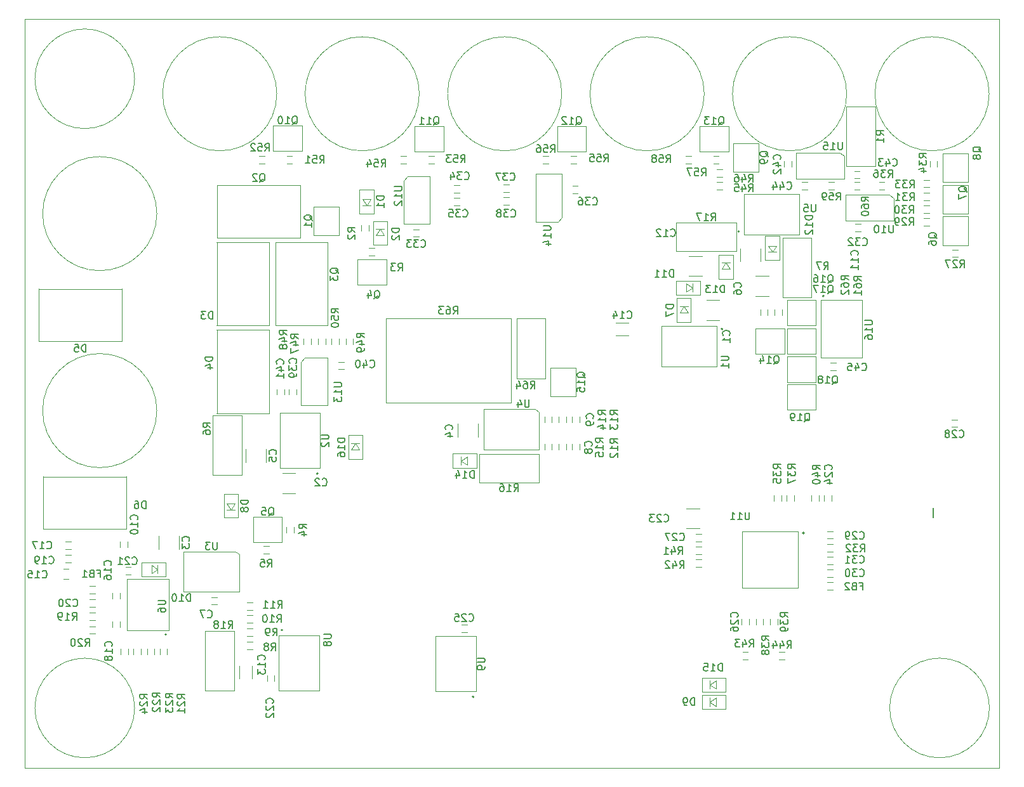
<source format=gbr>
%TF.GenerationSoftware,KiCad,Pcbnew,7.0.9-7.0.9~ubuntu23.04.1*%
%TF.CreationDate,2023-12-02T20:50:27+01:00*%
%TF.ProjectId,battery-management-system,62617474-6572-4792-9d6d-616e6167656d,rev?*%
%TF.SameCoordinates,Original*%
%TF.FileFunction,Legend,Bot*%
%TF.FilePolarity,Positive*%
%FSLAX46Y46*%
G04 Gerber Fmt 4.6, Leading zero omitted, Abs format (unit mm)*
G04 Created by KiCad (PCBNEW 7.0.9-7.0.9~ubuntu23.04.1) date 2023-12-02 20:50:27*
%MOMM*%
%LPD*%
G01*
G04 APERTURE LIST*
%ADD10C,0.150000*%
%ADD11C,0.120000*%
%ADD12C,0.100000*%
%ADD13C,0.203200*%
%ADD14C,0.210000*%
%TA.AperFunction,Profile*%
%ADD15C,0.100000*%
%TD*%
G04 APERTURE END LIST*
D10*
X61254819Y-68561905D02*
X62064342Y-68561905D01*
X62064342Y-68561905D02*
X62159580Y-68609524D01*
X62159580Y-68609524D02*
X62207200Y-68657143D01*
X62207200Y-68657143D02*
X62254819Y-68752381D01*
X62254819Y-68752381D02*
X62254819Y-68942857D01*
X62254819Y-68942857D02*
X62207200Y-69038095D01*
X62207200Y-69038095D02*
X62159580Y-69085714D01*
X62159580Y-69085714D02*
X62064342Y-69133333D01*
X62064342Y-69133333D02*
X61254819Y-69133333D01*
X62254819Y-70133333D02*
X62254819Y-69561905D01*
X62254819Y-69847619D02*
X61254819Y-69847619D01*
X61254819Y-69847619D02*
X61397676Y-69752381D01*
X61397676Y-69752381D02*
X61492914Y-69657143D01*
X61492914Y-69657143D02*
X61540533Y-69561905D01*
X61254819Y-70466667D02*
X61254819Y-71085714D01*
X61254819Y-71085714D02*
X61635771Y-70752381D01*
X61635771Y-70752381D02*
X61635771Y-70895238D01*
X61635771Y-70895238D02*
X61683390Y-70990476D01*
X61683390Y-70990476D02*
X61731009Y-71038095D01*
X61731009Y-71038095D02*
X61826247Y-71085714D01*
X61826247Y-71085714D02*
X62064342Y-71085714D01*
X62064342Y-71085714D02*
X62159580Y-71038095D01*
X62159580Y-71038095D02*
X62207200Y-70990476D01*
X62207200Y-70990476D02*
X62254819Y-70895238D01*
X62254819Y-70895238D02*
X62254819Y-70609524D01*
X62254819Y-70609524D02*
X62207200Y-70514286D01*
X62207200Y-70514286D02*
X62159580Y-70466667D01*
X131554819Y-54957142D02*
X131078628Y-54623809D01*
X131554819Y-54385714D02*
X130554819Y-54385714D01*
X130554819Y-54385714D02*
X130554819Y-54766666D01*
X130554819Y-54766666D02*
X130602438Y-54861904D01*
X130602438Y-54861904D02*
X130650057Y-54909523D01*
X130650057Y-54909523D02*
X130745295Y-54957142D01*
X130745295Y-54957142D02*
X130888152Y-54957142D01*
X130888152Y-54957142D02*
X130983390Y-54909523D01*
X130983390Y-54909523D02*
X131031009Y-54861904D01*
X131031009Y-54861904D02*
X131078628Y-54766666D01*
X131078628Y-54766666D02*
X131078628Y-54385714D01*
X130554819Y-55814285D02*
X130554819Y-55623809D01*
X130554819Y-55623809D02*
X130602438Y-55528571D01*
X130602438Y-55528571D02*
X130650057Y-55480952D01*
X130650057Y-55480952D02*
X130792914Y-55385714D01*
X130792914Y-55385714D02*
X130983390Y-55338095D01*
X130983390Y-55338095D02*
X131364342Y-55338095D01*
X131364342Y-55338095D02*
X131459580Y-55385714D01*
X131459580Y-55385714D02*
X131507200Y-55433333D01*
X131507200Y-55433333D02*
X131554819Y-55528571D01*
X131554819Y-55528571D02*
X131554819Y-55719047D01*
X131554819Y-55719047D02*
X131507200Y-55814285D01*
X131507200Y-55814285D02*
X131459580Y-55861904D01*
X131459580Y-55861904D02*
X131364342Y-55909523D01*
X131364342Y-55909523D02*
X131126247Y-55909523D01*
X131126247Y-55909523D02*
X131031009Y-55861904D01*
X131031009Y-55861904D02*
X130983390Y-55814285D01*
X130983390Y-55814285D02*
X130935771Y-55719047D01*
X130935771Y-55719047D02*
X130935771Y-55528571D01*
X130935771Y-55528571D02*
X130983390Y-55433333D01*
X130983390Y-55433333D02*
X131031009Y-55385714D01*
X131031009Y-55385714D02*
X131126247Y-55338095D01*
X131554819Y-56861904D02*
X131554819Y-56290476D01*
X131554819Y-56576190D02*
X130554819Y-56576190D01*
X130554819Y-56576190D02*
X130697676Y-56480952D01*
X130697676Y-56480952D02*
X130792914Y-56385714D01*
X130792914Y-56385714D02*
X130840533Y-56290476D01*
X90142857Y-37824819D02*
X90476190Y-37348628D01*
X90714285Y-37824819D02*
X90714285Y-36824819D01*
X90714285Y-36824819D02*
X90333333Y-36824819D01*
X90333333Y-36824819D02*
X90238095Y-36872438D01*
X90238095Y-36872438D02*
X90190476Y-36920057D01*
X90190476Y-36920057D02*
X90142857Y-37015295D01*
X90142857Y-37015295D02*
X90142857Y-37158152D01*
X90142857Y-37158152D02*
X90190476Y-37253390D01*
X90190476Y-37253390D02*
X90238095Y-37301009D01*
X90238095Y-37301009D02*
X90333333Y-37348628D01*
X90333333Y-37348628D02*
X90714285Y-37348628D01*
X89238095Y-36824819D02*
X89714285Y-36824819D01*
X89714285Y-36824819D02*
X89761904Y-37301009D01*
X89761904Y-37301009D02*
X89714285Y-37253390D01*
X89714285Y-37253390D02*
X89619047Y-37205771D01*
X89619047Y-37205771D02*
X89380952Y-37205771D01*
X89380952Y-37205771D02*
X89285714Y-37253390D01*
X89285714Y-37253390D02*
X89238095Y-37301009D01*
X89238095Y-37301009D02*
X89190476Y-37396247D01*
X89190476Y-37396247D02*
X89190476Y-37634342D01*
X89190476Y-37634342D02*
X89238095Y-37729580D01*
X89238095Y-37729580D02*
X89285714Y-37777200D01*
X89285714Y-37777200D02*
X89380952Y-37824819D01*
X89380952Y-37824819D02*
X89619047Y-37824819D01*
X89619047Y-37824819D02*
X89714285Y-37777200D01*
X89714285Y-37777200D02*
X89761904Y-37729580D01*
X88333333Y-36824819D02*
X88523809Y-36824819D01*
X88523809Y-36824819D02*
X88619047Y-36872438D01*
X88619047Y-36872438D02*
X88666666Y-36920057D01*
X88666666Y-36920057D02*
X88761904Y-37062914D01*
X88761904Y-37062914D02*
X88809523Y-37253390D01*
X88809523Y-37253390D02*
X88809523Y-37634342D01*
X88809523Y-37634342D02*
X88761904Y-37729580D01*
X88761904Y-37729580D02*
X88714285Y-37777200D01*
X88714285Y-37777200D02*
X88619047Y-37824819D01*
X88619047Y-37824819D02*
X88428571Y-37824819D01*
X88428571Y-37824819D02*
X88333333Y-37777200D01*
X88333333Y-37777200D02*
X88285714Y-37729580D01*
X88285714Y-37729580D02*
X88238095Y-37634342D01*
X88238095Y-37634342D02*
X88238095Y-37396247D01*
X88238095Y-37396247D02*
X88285714Y-37301009D01*
X88285714Y-37301009D02*
X88333333Y-37253390D01*
X88333333Y-37253390D02*
X88428571Y-37205771D01*
X88428571Y-37205771D02*
X88619047Y-37205771D01*
X88619047Y-37205771D02*
X88714285Y-37253390D01*
X88714285Y-37253390D02*
X88761904Y-37301009D01*
X88761904Y-37301009D02*
X88809523Y-37396247D01*
X137942857Y-45954819D02*
X138276190Y-45478628D01*
X138514285Y-45954819D02*
X138514285Y-44954819D01*
X138514285Y-44954819D02*
X138133333Y-44954819D01*
X138133333Y-44954819D02*
X138038095Y-45002438D01*
X138038095Y-45002438D02*
X137990476Y-45050057D01*
X137990476Y-45050057D02*
X137942857Y-45145295D01*
X137942857Y-45145295D02*
X137942857Y-45288152D01*
X137942857Y-45288152D02*
X137990476Y-45383390D01*
X137990476Y-45383390D02*
X138038095Y-45431009D01*
X138038095Y-45431009D02*
X138133333Y-45478628D01*
X138133333Y-45478628D02*
X138514285Y-45478628D01*
X137609523Y-44954819D02*
X136990476Y-44954819D01*
X136990476Y-44954819D02*
X137323809Y-45335771D01*
X137323809Y-45335771D02*
X137180952Y-45335771D01*
X137180952Y-45335771D02*
X137085714Y-45383390D01*
X137085714Y-45383390D02*
X137038095Y-45431009D01*
X137038095Y-45431009D02*
X136990476Y-45526247D01*
X136990476Y-45526247D02*
X136990476Y-45764342D01*
X136990476Y-45764342D02*
X137038095Y-45859580D01*
X137038095Y-45859580D02*
X137085714Y-45907200D01*
X137085714Y-45907200D02*
X137180952Y-45954819D01*
X137180952Y-45954819D02*
X137466666Y-45954819D01*
X137466666Y-45954819D02*
X137561904Y-45907200D01*
X137561904Y-45907200D02*
X137609523Y-45859580D01*
X136371428Y-44954819D02*
X136276190Y-44954819D01*
X136276190Y-44954819D02*
X136180952Y-45002438D01*
X136180952Y-45002438D02*
X136133333Y-45050057D01*
X136133333Y-45050057D02*
X136085714Y-45145295D01*
X136085714Y-45145295D02*
X136038095Y-45335771D01*
X136038095Y-45335771D02*
X136038095Y-45573866D01*
X136038095Y-45573866D02*
X136085714Y-45764342D01*
X136085714Y-45764342D02*
X136133333Y-45859580D01*
X136133333Y-45859580D02*
X136180952Y-45907200D01*
X136180952Y-45907200D02*
X136276190Y-45954819D01*
X136276190Y-45954819D02*
X136371428Y-45954819D01*
X136371428Y-45954819D02*
X136466666Y-45907200D01*
X136466666Y-45907200D02*
X136514285Y-45859580D01*
X136514285Y-45859580D02*
X136561904Y-45764342D01*
X136561904Y-45764342D02*
X136609523Y-45573866D01*
X136609523Y-45573866D02*
X136609523Y-45335771D01*
X136609523Y-45335771D02*
X136561904Y-45145295D01*
X136561904Y-45145295D02*
X136514285Y-45050057D01*
X136514285Y-45050057D02*
X136466666Y-45002438D01*
X136466666Y-45002438D02*
X136371428Y-44954819D01*
X45054819Y-65161905D02*
X44054819Y-65161905D01*
X44054819Y-65161905D02*
X44054819Y-65400000D01*
X44054819Y-65400000D02*
X44102438Y-65542857D01*
X44102438Y-65542857D02*
X44197676Y-65638095D01*
X44197676Y-65638095D02*
X44292914Y-65685714D01*
X44292914Y-65685714D02*
X44483390Y-65733333D01*
X44483390Y-65733333D02*
X44626247Y-65733333D01*
X44626247Y-65733333D02*
X44816723Y-65685714D01*
X44816723Y-65685714D02*
X44911961Y-65638095D01*
X44911961Y-65638095D02*
X45007200Y-65542857D01*
X45007200Y-65542857D02*
X45054819Y-65400000D01*
X45054819Y-65400000D02*
X45054819Y-65161905D01*
X44388152Y-66590476D02*
X45054819Y-66590476D01*
X44007200Y-66352381D02*
X44721485Y-66114286D01*
X44721485Y-66114286D02*
X44721485Y-66733333D01*
X84842857Y-46359580D02*
X84890476Y-46407200D01*
X84890476Y-46407200D02*
X85033333Y-46454819D01*
X85033333Y-46454819D02*
X85128571Y-46454819D01*
X85128571Y-46454819D02*
X85271428Y-46407200D01*
X85271428Y-46407200D02*
X85366666Y-46311961D01*
X85366666Y-46311961D02*
X85414285Y-46216723D01*
X85414285Y-46216723D02*
X85461904Y-46026247D01*
X85461904Y-46026247D02*
X85461904Y-45883390D01*
X85461904Y-45883390D02*
X85414285Y-45692914D01*
X85414285Y-45692914D02*
X85366666Y-45597676D01*
X85366666Y-45597676D02*
X85271428Y-45502438D01*
X85271428Y-45502438D02*
X85128571Y-45454819D01*
X85128571Y-45454819D02*
X85033333Y-45454819D01*
X85033333Y-45454819D02*
X84890476Y-45502438D01*
X84890476Y-45502438D02*
X84842857Y-45550057D01*
X84509523Y-45454819D02*
X83890476Y-45454819D01*
X83890476Y-45454819D02*
X84223809Y-45835771D01*
X84223809Y-45835771D02*
X84080952Y-45835771D01*
X84080952Y-45835771D02*
X83985714Y-45883390D01*
X83985714Y-45883390D02*
X83938095Y-45931009D01*
X83938095Y-45931009D02*
X83890476Y-46026247D01*
X83890476Y-46026247D02*
X83890476Y-46264342D01*
X83890476Y-46264342D02*
X83938095Y-46359580D01*
X83938095Y-46359580D02*
X83985714Y-46407200D01*
X83985714Y-46407200D02*
X84080952Y-46454819D01*
X84080952Y-46454819D02*
X84366666Y-46454819D01*
X84366666Y-46454819D02*
X84461904Y-46407200D01*
X84461904Y-46407200D02*
X84509523Y-46359580D01*
X83319047Y-45883390D02*
X83414285Y-45835771D01*
X83414285Y-45835771D02*
X83461904Y-45788152D01*
X83461904Y-45788152D02*
X83509523Y-45692914D01*
X83509523Y-45692914D02*
X83509523Y-45645295D01*
X83509523Y-45645295D02*
X83461904Y-45550057D01*
X83461904Y-45550057D02*
X83414285Y-45502438D01*
X83414285Y-45502438D02*
X83319047Y-45454819D01*
X83319047Y-45454819D02*
X83128571Y-45454819D01*
X83128571Y-45454819D02*
X83033333Y-45502438D01*
X83033333Y-45502438D02*
X82985714Y-45550057D01*
X82985714Y-45550057D02*
X82938095Y-45645295D01*
X82938095Y-45645295D02*
X82938095Y-45692914D01*
X82938095Y-45692914D02*
X82985714Y-45788152D01*
X82985714Y-45788152D02*
X83033333Y-45835771D01*
X83033333Y-45835771D02*
X83128571Y-45883390D01*
X83128571Y-45883390D02*
X83319047Y-45883390D01*
X83319047Y-45883390D02*
X83414285Y-45931009D01*
X83414285Y-45931009D02*
X83461904Y-45978628D01*
X83461904Y-45978628D02*
X83509523Y-46073866D01*
X83509523Y-46073866D02*
X83509523Y-46264342D01*
X83509523Y-46264342D02*
X83461904Y-46359580D01*
X83461904Y-46359580D02*
X83414285Y-46407200D01*
X83414285Y-46407200D02*
X83319047Y-46454819D01*
X83319047Y-46454819D02*
X83128571Y-46454819D01*
X83128571Y-46454819D02*
X83033333Y-46407200D01*
X83033333Y-46407200D02*
X82985714Y-46359580D01*
X82985714Y-46359580D02*
X82938095Y-46264342D01*
X82938095Y-46264342D02*
X82938095Y-46073866D01*
X82938095Y-46073866D02*
X82985714Y-45978628D01*
X82985714Y-45978628D02*
X83033333Y-45931009D01*
X83033333Y-45931009D02*
X83128571Y-45883390D01*
X52366666Y-93154819D02*
X52699999Y-92678628D01*
X52938094Y-93154819D02*
X52938094Y-92154819D01*
X52938094Y-92154819D02*
X52557142Y-92154819D01*
X52557142Y-92154819D02*
X52461904Y-92202438D01*
X52461904Y-92202438D02*
X52414285Y-92250057D01*
X52414285Y-92250057D02*
X52366666Y-92345295D01*
X52366666Y-92345295D02*
X52366666Y-92488152D01*
X52366666Y-92488152D02*
X52414285Y-92583390D01*
X52414285Y-92583390D02*
X52461904Y-92631009D01*
X52461904Y-92631009D02*
X52557142Y-92678628D01*
X52557142Y-92678628D02*
X52938094Y-92678628D01*
X51461904Y-92154819D02*
X51938094Y-92154819D01*
X51938094Y-92154819D02*
X51985713Y-92631009D01*
X51985713Y-92631009D02*
X51938094Y-92583390D01*
X51938094Y-92583390D02*
X51842856Y-92535771D01*
X51842856Y-92535771D02*
X51604761Y-92535771D01*
X51604761Y-92535771D02*
X51509523Y-92583390D01*
X51509523Y-92583390D02*
X51461904Y-92631009D01*
X51461904Y-92631009D02*
X51414285Y-92726247D01*
X51414285Y-92726247D02*
X51414285Y-92964342D01*
X51414285Y-92964342D02*
X51461904Y-93059580D01*
X51461904Y-93059580D02*
X51509523Y-93107200D01*
X51509523Y-93107200D02*
X51604761Y-93154819D01*
X51604761Y-93154819D02*
X51842856Y-93154819D01*
X51842856Y-93154819D02*
X51938094Y-93107200D01*
X51938094Y-93107200D02*
X51985713Y-93059580D01*
X144642857Y-75789580D02*
X144690476Y-75837200D01*
X144690476Y-75837200D02*
X144833333Y-75884819D01*
X144833333Y-75884819D02*
X144928571Y-75884819D01*
X144928571Y-75884819D02*
X145071428Y-75837200D01*
X145071428Y-75837200D02*
X145166666Y-75741961D01*
X145166666Y-75741961D02*
X145214285Y-75646723D01*
X145214285Y-75646723D02*
X145261904Y-75456247D01*
X145261904Y-75456247D02*
X145261904Y-75313390D01*
X145261904Y-75313390D02*
X145214285Y-75122914D01*
X145214285Y-75122914D02*
X145166666Y-75027676D01*
X145166666Y-75027676D02*
X145071428Y-74932438D01*
X145071428Y-74932438D02*
X144928571Y-74884819D01*
X144928571Y-74884819D02*
X144833333Y-74884819D01*
X144833333Y-74884819D02*
X144690476Y-74932438D01*
X144690476Y-74932438D02*
X144642857Y-74980057D01*
X144261904Y-74980057D02*
X144214285Y-74932438D01*
X144214285Y-74932438D02*
X144119047Y-74884819D01*
X144119047Y-74884819D02*
X143880952Y-74884819D01*
X143880952Y-74884819D02*
X143785714Y-74932438D01*
X143785714Y-74932438D02*
X143738095Y-74980057D01*
X143738095Y-74980057D02*
X143690476Y-75075295D01*
X143690476Y-75075295D02*
X143690476Y-75170533D01*
X143690476Y-75170533D02*
X143738095Y-75313390D01*
X143738095Y-75313390D02*
X144309523Y-75884819D01*
X144309523Y-75884819D02*
X143690476Y-75884819D01*
X143119047Y-75313390D02*
X143214285Y-75265771D01*
X143214285Y-75265771D02*
X143261904Y-75218152D01*
X143261904Y-75218152D02*
X143309523Y-75122914D01*
X143309523Y-75122914D02*
X143309523Y-75075295D01*
X143309523Y-75075295D02*
X143261904Y-74980057D01*
X143261904Y-74980057D02*
X143214285Y-74932438D01*
X143214285Y-74932438D02*
X143119047Y-74884819D01*
X143119047Y-74884819D02*
X142928571Y-74884819D01*
X142928571Y-74884819D02*
X142833333Y-74932438D01*
X142833333Y-74932438D02*
X142785714Y-74980057D01*
X142785714Y-74980057D02*
X142738095Y-75075295D01*
X142738095Y-75075295D02*
X142738095Y-75122914D01*
X142738095Y-75122914D02*
X142785714Y-75218152D01*
X142785714Y-75218152D02*
X142833333Y-75265771D01*
X142833333Y-75265771D02*
X142928571Y-75313390D01*
X142928571Y-75313390D02*
X143119047Y-75313390D01*
X143119047Y-75313390D02*
X143214285Y-75361009D01*
X143214285Y-75361009D02*
X143261904Y-75408628D01*
X143261904Y-75408628D02*
X143309523Y-75503866D01*
X143309523Y-75503866D02*
X143309523Y-75694342D01*
X143309523Y-75694342D02*
X143261904Y-75789580D01*
X143261904Y-75789580D02*
X143214285Y-75837200D01*
X143214285Y-75837200D02*
X143119047Y-75884819D01*
X143119047Y-75884819D02*
X142928571Y-75884819D01*
X142928571Y-75884819D02*
X142833333Y-75837200D01*
X142833333Y-75837200D02*
X142785714Y-75789580D01*
X142785714Y-75789580D02*
X142738095Y-75694342D01*
X142738095Y-75694342D02*
X142738095Y-75503866D01*
X142738095Y-75503866D02*
X142785714Y-75408628D01*
X142785714Y-75408628D02*
X142833333Y-75361009D01*
X142833333Y-75361009D02*
X142928571Y-75313390D01*
X120854819Y-80057142D02*
X120378628Y-79723809D01*
X120854819Y-79485714D02*
X119854819Y-79485714D01*
X119854819Y-79485714D02*
X119854819Y-79866666D01*
X119854819Y-79866666D02*
X119902438Y-79961904D01*
X119902438Y-79961904D02*
X119950057Y-80009523D01*
X119950057Y-80009523D02*
X120045295Y-80057142D01*
X120045295Y-80057142D02*
X120188152Y-80057142D01*
X120188152Y-80057142D02*
X120283390Y-80009523D01*
X120283390Y-80009523D02*
X120331009Y-79961904D01*
X120331009Y-79961904D02*
X120378628Y-79866666D01*
X120378628Y-79866666D02*
X120378628Y-79485714D01*
X119854819Y-80390476D02*
X119854819Y-81009523D01*
X119854819Y-81009523D02*
X120235771Y-80676190D01*
X120235771Y-80676190D02*
X120235771Y-80819047D01*
X120235771Y-80819047D02*
X120283390Y-80914285D01*
X120283390Y-80914285D02*
X120331009Y-80961904D01*
X120331009Y-80961904D02*
X120426247Y-81009523D01*
X120426247Y-81009523D02*
X120664342Y-81009523D01*
X120664342Y-81009523D02*
X120759580Y-80961904D01*
X120759580Y-80961904D02*
X120807200Y-80914285D01*
X120807200Y-80914285D02*
X120854819Y-80819047D01*
X120854819Y-80819047D02*
X120854819Y-80533333D01*
X120854819Y-80533333D02*
X120807200Y-80438095D01*
X120807200Y-80438095D02*
X120759580Y-80390476D01*
X119854819Y-81914285D02*
X119854819Y-81438095D01*
X119854819Y-81438095D02*
X120331009Y-81390476D01*
X120331009Y-81390476D02*
X120283390Y-81438095D01*
X120283390Y-81438095D02*
X120235771Y-81533333D01*
X120235771Y-81533333D02*
X120235771Y-81771428D01*
X120235771Y-81771428D02*
X120283390Y-81866666D01*
X120283390Y-81866666D02*
X120331009Y-81914285D01*
X120331009Y-81914285D02*
X120426247Y-81961904D01*
X120426247Y-81961904D02*
X120664342Y-81961904D01*
X120664342Y-81961904D02*
X120759580Y-81914285D01*
X120759580Y-81914285D02*
X120807200Y-81866666D01*
X120807200Y-81866666D02*
X120854819Y-81771428D01*
X120854819Y-81771428D02*
X120854819Y-81533333D01*
X120854819Y-81533333D02*
X120807200Y-81438095D01*
X120807200Y-81438095D02*
X120759580Y-81390476D01*
X74508928Y-34150057D02*
X74604166Y-34102438D01*
X74604166Y-34102438D02*
X74699404Y-34007200D01*
X74699404Y-34007200D02*
X74842261Y-33864342D01*
X74842261Y-33864342D02*
X74937499Y-33816723D01*
X74937499Y-33816723D02*
X75032737Y-33816723D01*
X74985118Y-34054819D02*
X75080356Y-34007200D01*
X75080356Y-34007200D02*
X75175594Y-33911961D01*
X75175594Y-33911961D02*
X75223213Y-33721485D01*
X75223213Y-33721485D02*
X75223213Y-33388152D01*
X75223213Y-33388152D02*
X75175594Y-33197676D01*
X75175594Y-33197676D02*
X75080356Y-33102438D01*
X75080356Y-33102438D02*
X74985118Y-33054819D01*
X74985118Y-33054819D02*
X74794642Y-33054819D01*
X74794642Y-33054819D02*
X74699404Y-33102438D01*
X74699404Y-33102438D02*
X74604166Y-33197676D01*
X74604166Y-33197676D02*
X74556547Y-33388152D01*
X74556547Y-33388152D02*
X74556547Y-33721485D01*
X74556547Y-33721485D02*
X74604166Y-33911961D01*
X74604166Y-33911961D02*
X74699404Y-34007200D01*
X74699404Y-34007200D02*
X74794642Y-34054819D01*
X74794642Y-34054819D02*
X74985118Y-34054819D01*
X73604166Y-34054819D02*
X74175594Y-34054819D01*
X73889880Y-34054819D02*
X73889880Y-33054819D01*
X73889880Y-33054819D02*
X73985118Y-33197676D01*
X73985118Y-33197676D02*
X74080356Y-33292914D01*
X74080356Y-33292914D02*
X74175594Y-33340533D01*
X72651785Y-34054819D02*
X73223213Y-34054819D01*
X72937499Y-34054819D02*
X72937499Y-33054819D01*
X72937499Y-33054819D02*
X73032737Y-33197676D01*
X73032737Y-33197676D02*
X73127975Y-33292914D01*
X73127975Y-33292914D02*
X73223213Y-33340533D01*
X78142857Y-39154819D02*
X78476190Y-38678628D01*
X78714285Y-39154819D02*
X78714285Y-38154819D01*
X78714285Y-38154819D02*
X78333333Y-38154819D01*
X78333333Y-38154819D02*
X78238095Y-38202438D01*
X78238095Y-38202438D02*
X78190476Y-38250057D01*
X78190476Y-38250057D02*
X78142857Y-38345295D01*
X78142857Y-38345295D02*
X78142857Y-38488152D01*
X78142857Y-38488152D02*
X78190476Y-38583390D01*
X78190476Y-38583390D02*
X78238095Y-38631009D01*
X78238095Y-38631009D02*
X78333333Y-38678628D01*
X78333333Y-38678628D02*
X78714285Y-38678628D01*
X77238095Y-38154819D02*
X77714285Y-38154819D01*
X77714285Y-38154819D02*
X77761904Y-38631009D01*
X77761904Y-38631009D02*
X77714285Y-38583390D01*
X77714285Y-38583390D02*
X77619047Y-38535771D01*
X77619047Y-38535771D02*
X77380952Y-38535771D01*
X77380952Y-38535771D02*
X77285714Y-38583390D01*
X77285714Y-38583390D02*
X77238095Y-38631009D01*
X77238095Y-38631009D02*
X77190476Y-38726247D01*
X77190476Y-38726247D02*
X77190476Y-38964342D01*
X77190476Y-38964342D02*
X77238095Y-39059580D01*
X77238095Y-39059580D02*
X77285714Y-39107200D01*
X77285714Y-39107200D02*
X77380952Y-39154819D01*
X77380952Y-39154819D02*
X77619047Y-39154819D01*
X77619047Y-39154819D02*
X77714285Y-39107200D01*
X77714285Y-39107200D02*
X77761904Y-39059580D01*
X76857142Y-38154819D02*
X76238095Y-38154819D01*
X76238095Y-38154819D02*
X76571428Y-38535771D01*
X76571428Y-38535771D02*
X76428571Y-38535771D01*
X76428571Y-38535771D02*
X76333333Y-38583390D01*
X76333333Y-38583390D02*
X76285714Y-38631009D01*
X76285714Y-38631009D02*
X76238095Y-38726247D01*
X76238095Y-38726247D02*
X76238095Y-38964342D01*
X76238095Y-38964342D02*
X76285714Y-39059580D01*
X76285714Y-39059580D02*
X76333333Y-39107200D01*
X76333333Y-39107200D02*
X76428571Y-39154819D01*
X76428571Y-39154819D02*
X76714285Y-39154819D01*
X76714285Y-39154819D02*
X76809523Y-39107200D01*
X76809523Y-39107200D02*
X76857142Y-39059580D01*
X131742857Y-50159580D02*
X131790476Y-50207200D01*
X131790476Y-50207200D02*
X131933333Y-50254819D01*
X131933333Y-50254819D02*
X132028571Y-50254819D01*
X132028571Y-50254819D02*
X132171428Y-50207200D01*
X132171428Y-50207200D02*
X132266666Y-50111961D01*
X132266666Y-50111961D02*
X132314285Y-50016723D01*
X132314285Y-50016723D02*
X132361904Y-49826247D01*
X132361904Y-49826247D02*
X132361904Y-49683390D01*
X132361904Y-49683390D02*
X132314285Y-49492914D01*
X132314285Y-49492914D02*
X132266666Y-49397676D01*
X132266666Y-49397676D02*
X132171428Y-49302438D01*
X132171428Y-49302438D02*
X132028571Y-49254819D01*
X132028571Y-49254819D02*
X131933333Y-49254819D01*
X131933333Y-49254819D02*
X131790476Y-49302438D01*
X131790476Y-49302438D02*
X131742857Y-49350057D01*
X131409523Y-49254819D02*
X130790476Y-49254819D01*
X130790476Y-49254819D02*
X131123809Y-49635771D01*
X131123809Y-49635771D02*
X130980952Y-49635771D01*
X130980952Y-49635771D02*
X130885714Y-49683390D01*
X130885714Y-49683390D02*
X130838095Y-49731009D01*
X130838095Y-49731009D02*
X130790476Y-49826247D01*
X130790476Y-49826247D02*
X130790476Y-50064342D01*
X130790476Y-50064342D02*
X130838095Y-50159580D01*
X130838095Y-50159580D02*
X130885714Y-50207200D01*
X130885714Y-50207200D02*
X130980952Y-50254819D01*
X130980952Y-50254819D02*
X131266666Y-50254819D01*
X131266666Y-50254819D02*
X131361904Y-50207200D01*
X131361904Y-50207200D02*
X131409523Y-50159580D01*
X130409523Y-49350057D02*
X130361904Y-49302438D01*
X130361904Y-49302438D02*
X130266666Y-49254819D01*
X130266666Y-49254819D02*
X130028571Y-49254819D01*
X130028571Y-49254819D02*
X129933333Y-49302438D01*
X129933333Y-49302438D02*
X129885714Y-49350057D01*
X129885714Y-49350057D02*
X129838095Y-49445295D01*
X129838095Y-49445295D02*
X129838095Y-49540533D01*
X129838095Y-49540533D02*
X129885714Y-49683390D01*
X129885714Y-49683390D02*
X130457142Y-50254819D01*
X130457142Y-50254819D02*
X129838095Y-50254819D01*
X125054819Y-46285714D02*
X124054819Y-46285714D01*
X124054819Y-46285714D02*
X124054819Y-46523809D01*
X124054819Y-46523809D02*
X124102438Y-46666666D01*
X124102438Y-46666666D02*
X124197676Y-46761904D01*
X124197676Y-46761904D02*
X124292914Y-46809523D01*
X124292914Y-46809523D02*
X124483390Y-46857142D01*
X124483390Y-46857142D02*
X124626247Y-46857142D01*
X124626247Y-46857142D02*
X124816723Y-46809523D01*
X124816723Y-46809523D02*
X124911961Y-46761904D01*
X124911961Y-46761904D02*
X125007200Y-46666666D01*
X125007200Y-46666666D02*
X125054819Y-46523809D01*
X125054819Y-46523809D02*
X125054819Y-46285714D01*
X125054819Y-47809523D02*
X125054819Y-47238095D01*
X125054819Y-47523809D02*
X124054819Y-47523809D01*
X124054819Y-47523809D02*
X124197676Y-47428571D01*
X124197676Y-47428571D02*
X124292914Y-47333333D01*
X124292914Y-47333333D02*
X124340533Y-47238095D01*
X124150057Y-48190476D02*
X124102438Y-48238095D01*
X124102438Y-48238095D02*
X124054819Y-48333333D01*
X124054819Y-48333333D02*
X124054819Y-48571428D01*
X124054819Y-48571428D02*
X124102438Y-48666666D01*
X124102438Y-48666666D02*
X124150057Y-48714285D01*
X124150057Y-48714285D02*
X124245295Y-48761904D01*
X124245295Y-48761904D02*
X124340533Y-48761904D01*
X124340533Y-48761904D02*
X124483390Y-48714285D01*
X124483390Y-48714285D02*
X125054819Y-48142857D01*
X125054819Y-48142857D02*
X125054819Y-48761904D01*
X94750057Y-67928571D02*
X94702438Y-67833333D01*
X94702438Y-67833333D02*
X94607200Y-67738095D01*
X94607200Y-67738095D02*
X94464342Y-67595238D01*
X94464342Y-67595238D02*
X94416723Y-67500000D01*
X94416723Y-67500000D02*
X94416723Y-67404762D01*
X94654819Y-67452381D02*
X94607200Y-67357143D01*
X94607200Y-67357143D02*
X94511961Y-67261905D01*
X94511961Y-67261905D02*
X94321485Y-67214286D01*
X94321485Y-67214286D02*
X93988152Y-67214286D01*
X93988152Y-67214286D02*
X93797676Y-67261905D01*
X93797676Y-67261905D02*
X93702438Y-67357143D01*
X93702438Y-67357143D02*
X93654819Y-67452381D01*
X93654819Y-67452381D02*
X93654819Y-67642857D01*
X93654819Y-67642857D02*
X93702438Y-67738095D01*
X93702438Y-67738095D02*
X93797676Y-67833333D01*
X93797676Y-67833333D02*
X93988152Y-67880952D01*
X93988152Y-67880952D02*
X94321485Y-67880952D01*
X94321485Y-67880952D02*
X94511961Y-67833333D01*
X94511961Y-67833333D02*
X94607200Y-67738095D01*
X94607200Y-67738095D02*
X94654819Y-67642857D01*
X94654819Y-67642857D02*
X94654819Y-67452381D01*
X94654819Y-68833333D02*
X94654819Y-68261905D01*
X94654819Y-68547619D02*
X93654819Y-68547619D01*
X93654819Y-68547619D02*
X93797676Y-68452381D01*
X93797676Y-68452381D02*
X93892914Y-68357143D01*
X93892914Y-68357143D02*
X93940533Y-68261905D01*
X93654819Y-69738095D02*
X93654819Y-69261905D01*
X93654819Y-69261905D02*
X94131009Y-69214286D01*
X94131009Y-69214286D02*
X94083390Y-69261905D01*
X94083390Y-69261905D02*
X94035771Y-69357143D01*
X94035771Y-69357143D02*
X94035771Y-69595238D01*
X94035771Y-69595238D02*
X94083390Y-69690476D01*
X94083390Y-69690476D02*
X94131009Y-69738095D01*
X94131009Y-69738095D02*
X94226247Y-69785714D01*
X94226247Y-69785714D02*
X94464342Y-69785714D01*
X94464342Y-69785714D02*
X94559580Y-69738095D01*
X94559580Y-69738095D02*
X94607200Y-69690476D01*
X94607200Y-69690476D02*
X94654819Y-69595238D01*
X94654819Y-69595238D02*
X94654819Y-69357143D01*
X94654819Y-69357143D02*
X94607200Y-69261905D01*
X94607200Y-69261905D02*
X94559580Y-69214286D01*
X22342857Y-94559580D02*
X22390476Y-94607200D01*
X22390476Y-94607200D02*
X22533333Y-94654819D01*
X22533333Y-94654819D02*
X22628571Y-94654819D01*
X22628571Y-94654819D02*
X22771428Y-94607200D01*
X22771428Y-94607200D02*
X22866666Y-94511961D01*
X22866666Y-94511961D02*
X22914285Y-94416723D01*
X22914285Y-94416723D02*
X22961904Y-94226247D01*
X22961904Y-94226247D02*
X22961904Y-94083390D01*
X22961904Y-94083390D02*
X22914285Y-93892914D01*
X22914285Y-93892914D02*
X22866666Y-93797676D01*
X22866666Y-93797676D02*
X22771428Y-93702438D01*
X22771428Y-93702438D02*
X22628571Y-93654819D01*
X22628571Y-93654819D02*
X22533333Y-93654819D01*
X22533333Y-93654819D02*
X22390476Y-93702438D01*
X22390476Y-93702438D02*
X22342857Y-93750057D01*
X21390476Y-94654819D02*
X21961904Y-94654819D01*
X21676190Y-94654819D02*
X21676190Y-93654819D01*
X21676190Y-93654819D02*
X21771428Y-93797676D01*
X21771428Y-93797676D02*
X21866666Y-93892914D01*
X21866666Y-93892914D02*
X21961904Y-93940533D01*
X20485714Y-93654819D02*
X20961904Y-93654819D01*
X20961904Y-93654819D02*
X21009523Y-94131009D01*
X21009523Y-94131009D02*
X20961904Y-94083390D01*
X20961904Y-94083390D02*
X20866666Y-94035771D01*
X20866666Y-94035771D02*
X20628571Y-94035771D01*
X20628571Y-94035771D02*
X20533333Y-94083390D01*
X20533333Y-94083390D02*
X20485714Y-94131009D01*
X20485714Y-94131009D02*
X20438095Y-94226247D01*
X20438095Y-94226247D02*
X20438095Y-94464342D01*
X20438095Y-94464342D02*
X20485714Y-94559580D01*
X20485714Y-94559580D02*
X20533333Y-94607200D01*
X20533333Y-94607200D02*
X20628571Y-94654819D01*
X20628571Y-94654819D02*
X20866666Y-94654819D01*
X20866666Y-94654819D02*
X20961904Y-94607200D01*
X20961904Y-94607200D02*
X21009523Y-94559580D01*
X112854819Y-65038095D02*
X113664342Y-65038095D01*
X113664342Y-65038095D02*
X113759580Y-65085714D01*
X113759580Y-65085714D02*
X113807200Y-65133333D01*
X113807200Y-65133333D02*
X113854819Y-65228571D01*
X113854819Y-65228571D02*
X113854819Y-65419047D01*
X113854819Y-65419047D02*
X113807200Y-65514285D01*
X113807200Y-65514285D02*
X113759580Y-65561904D01*
X113759580Y-65561904D02*
X113664342Y-65609523D01*
X113664342Y-65609523D02*
X112854819Y-65609523D01*
X113854819Y-66609523D02*
X113854819Y-66038095D01*
X113854819Y-66323809D02*
X112854819Y-66323809D01*
X112854819Y-66323809D02*
X112997676Y-66228571D01*
X112997676Y-66228571D02*
X113092914Y-66133333D01*
X113092914Y-66133333D02*
X113140533Y-66038095D01*
X56159580Y-65957142D02*
X56207200Y-65909523D01*
X56207200Y-65909523D02*
X56254819Y-65766666D01*
X56254819Y-65766666D02*
X56254819Y-65671428D01*
X56254819Y-65671428D02*
X56207200Y-65528571D01*
X56207200Y-65528571D02*
X56111961Y-65433333D01*
X56111961Y-65433333D02*
X56016723Y-65385714D01*
X56016723Y-65385714D02*
X55826247Y-65338095D01*
X55826247Y-65338095D02*
X55683390Y-65338095D01*
X55683390Y-65338095D02*
X55492914Y-65385714D01*
X55492914Y-65385714D02*
X55397676Y-65433333D01*
X55397676Y-65433333D02*
X55302438Y-65528571D01*
X55302438Y-65528571D02*
X55254819Y-65671428D01*
X55254819Y-65671428D02*
X55254819Y-65766666D01*
X55254819Y-65766666D02*
X55302438Y-65909523D01*
X55302438Y-65909523D02*
X55350057Y-65957142D01*
X55254819Y-66290476D02*
X55254819Y-66909523D01*
X55254819Y-66909523D02*
X55635771Y-66576190D01*
X55635771Y-66576190D02*
X55635771Y-66719047D01*
X55635771Y-66719047D02*
X55683390Y-66814285D01*
X55683390Y-66814285D02*
X55731009Y-66861904D01*
X55731009Y-66861904D02*
X55826247Y-66909523D01*
X55826247Y-66909523D02*
X56064342Y-66909523D01*
X56064342Y-66909523D02*
X56159580Y-66861904D01*
X56159580Y-66861904D02*
X56207200Y-66814285D01*
X56207200Y-66814285D02*
X56254819Y-66719047D01*
X56254819Y-66719047D02*
X56254819Y-66433333D01*
X56254819Y-66433333D02*
X56207200Y-66338095D01*
X56207200Y-66338095D02*
X56159580Y-66290476D01*
X56254819Y-67385714D02*
X56254819Y-67576190D01*
X56254819Y-67576190D02*
X56207200Y-67671428D01*
X56207200Y-67671428D02*
X56159580Y-67719047D01*
X56159580Y-67719047D02*
X56016723Y-67814285D01*
X56016723Y-67814285D02*
X55826247Y-67861904D01*
X55826247Y-67861904D02*
X55445295Y-67861904D01*
X55445295Y-67861904D02*
X55350057Y-67814285D01*
X55350057Y-67814285D02*
X55302438Y-67766666D01*
X55302438Y-67766666D02*
X55254819Y-67671428D01*
X55254819Y-67671428D02*
X55254819Y-67480952D01*
X55254819Y-67480952D02*
X55302438Y-67385714D01*
X55302438Y-67385714D02*
X55350057Y-67338095D01*
X55350057Y-67338095D02*
X55445295Y-67290476D01*
X55445295Y-67290476D02*
X55683390Y-67290476D01*
X55683390Y-67290476D02*
X55778628Y-67338095D01*
X55778628Y-67338095D02*
X55826247Y-67385714D01*
X55826247Y-67385714D02*
X55873866Y-67480952D01*
X55873866Y-67480952D02*
X55873866Y-67671428D01*
X55873866Y-67671428D02*
X55826247Y-67766666D01*
X55826247Y-67766666D02*
X55778628Y-67814285D01*
X55778628Y-67814285D02*
X55683390Y-67861904D01*
X129038094Y-36454819D02*
X129038094Y-37264342D01*
X129038094Y-37264342D02*
X128990475Y-37359580D01*
X128990475Y-37359580D02*
X128942856Y-37407200D01*
X128942856Y-37407200D02*
X128847618Y-37454819D01*
X128847618Y-37454819D02*
X128657142Y-37454819D01*
X128657142Y-37454819D02*
X128561904Y-37407200D01*
X128561904Y-37407200D02*
X128514285Y-37359580D01*
X128514285Y-37359580D02*
X128466666Y-37264342D01*
X128466666Y-37264342D02*
X128466666Y-36454819D01*
X127466666Y-37454819D02*
X128038094Y-37454819D01*
X127752380Y-37454819D02*
X127752380Y-36454819D01*
X127752380Y-36454819D02*
X127847618Y-36597676D01*
X127847618Y-36597676D02*
X127942856Y-36692914D01*
X127942856Y-36692914D02*
X128038094Y-36740533D01*
X126561904Y-36454819D02*
X127038094Y-36454819D01*
X127038094Y-36454819D02*
X127085713Y-36931009D01*
X127085713Y-36931009D02*
X127038094Y-36883390D01*
X127038094Y-36883390D02*
X126942856Y-36835771D01*
X126942856Y-36835771D02*
X126704761Y-36835771D01*
X126704761Y-36835771D02*
X126609523Y-36883390D01*
X126609523Y-36883390D02*
X126561904Y-36931009D01*
X126561904Y-36931009D02*
X126514285Y-37026247D01*
X126514285Y-37026247D02*
X126514285Y-37264342D01*
X126514285Y-37264342D02*
X126561904Y-37359580D01*
X126561904Y-37359580D02*
X126609523Y-37407200D01*
X126609523Y-37407200D02*
X126704761Y-37454819D01*
X126704761Y-37454819D02*
X126942856Y-37454819D01*
X126942856Y-37454819D02*
X127038094Y-37407200D01*
X127038094Y-37407200D02*
X127085713Y-37359580D01*
X95559580Y-77033333D02*
X95607200Y-76985714D01*
X95607200Y-76985714D02*
X95654819Y-76842857D01*
X95654819Y-76842857D02*
X95654819Y-76747619D01*
X95654819Y-76747619D02*
X95607200Y-76604762D01*
X95607200Y-76604762D02*
X95511961Y-76509524D01*
X95511961Y-76509524D02*
X95416723Y-76461905D01*
X95416723Y-76461905D02*
X95226247Y-76414286D01*
X95226247Y-76414286D02*
X95083390Y-76414286D01*
X95083390Y-76414286D02*
X94892914Y-76461905D01*
X94892914Y-76461905D02*
X94797676Y-76509524D01*
X94797676Y-76509524D02*
X94702438Y-76604762D01*
X94702438Y-76604762D02*
X94654819Y-76747619D01*
X94654819Y-76747619D02*
X94654819Y-76842857D01*
X94654819Y-76842857D02*
X94702438Y-76985714D01*
X94702438Y-76985714D02*
X94750057Y-77033333D01*
X95083390Y-77604762D02*
X95035771Y-77509524D01*
X95035771Y-77509524D02*
X94988152Y-77461905D01*
X94988152Y-77461905D02*
X94892914Y-77414286D01*
X94892914Y-77414286D02*
X94845295Y-77414286D01*
X94845295Y-77414286D02*
X94750057Y-77461905D01*
X94750057Y-77461905D02*
X94702438Y-77509524D01*
X94702438Y-77509524D02*
X94654819Y-77604762D01*
X94654819Y-77604762D02*
X94654819Y-77795238D01*
X94654819Y-77795238D02*
X94702438Y-77890476D01*
X94702438Y-77890476D02*
X94750057Y-77938095D01*
X94750057Y-77938095D02*
X94845295Y-77985714D01*
X94845295Y-77985714D02*
X94892914Y-77985714D01*
X94892914Y-77985714D02*
X94988152Y-77938095D01*
X94988152Y-77938095D02*
X95035771Y-77890476D01*
X95035771Y-77890476D02*
X95083390Y-77795238D01*
X95083390Y-77795238D02*
X95083390Y-77604762D01*
X95083390Y-77604762D02*
X95131009Y-77509524D01*
X95131009Y-77509524D02*
X95178628Y-77461905D01*
X95178628Y-77461905D02*
X95273866Y-77414286D01*
X95273866Y-77414286D02*
X95464342Y-77414286D01*
X95464342Y-77414286D02*
X95559580Y-77461905D01*
X95559580Y-77461905D02*
X95607200Y-77509524D01*
X95607200Y-77509524D02*
X95654819Y-77604762D01*
X95654819Y-77604762D02*
X95654819Y-77795238D01*
X95654819Y-77795238D02*
X95607200Y-77890476D01*
X95607200Y-77890476D02*
X95559580Y-77938095D01*
X95559580Y-77938095D02*
X95464342Y-77985714D01*
X95464342Y-77985714D02*
X95273866Y-77985714D01*
X95273866Y-77985714D02*
X95178628Y-77938095D01*
X95178628Y-77938095D02*
X95131009Y-77890476D01*
X95131009Y-77890476D02*
X95083390Y-77795238D01*
X131642857Y-66859580D02*
X131690476Y-66907200D01*
X131690476Y-66907200D02*
X131833333Y-66954819D01*
X131833333Y-66954819D02*
X131928571Y-66954819D01*
X131928571Y-66954819D02*
X132071428Y-66907200D01*
X132071428Y-66907200D02*
X132166666Y-66811961D01*
X132166666Y-66811961D02*
X132214285Y-66716723D01*
X132214285Y-66716723D02*
X132261904Y-66526247D01*
X132261904Y-66526247D02*
X132261904Y-66383390D01*
X132261904Y-66383390D02*
X132214285Y-66192914D01*
X132214285Y-66192914D02*
X132166666Y-66097676D01*
X132166666Y-66097676D02*
X132071428Y-66002438D01*
X132071428Y-66002438D02*
X131928571Y-65954819D01*
X131928571Y-65954819D02*
X131833333Y-65954819D01*
X131833333Y-65954819D02*
X131690476Y-66002438D01*
X131690476Y-66002438D02*
X131642857Y-66050057D01*
X130785714Y-66288152D02*
X130785714Y-66954819D01*
X131023809Y-65907200D02*
X131261904Y-66621485D01*
X131261904Y-66621485D02*
X130642857Y-66621485D01*
X129785714Y-65954819D02*
X130261904Y-65954819D01*
X130261904Y-65954819D02*
X130309523Y-66431009D01*
X130309523Y-66431009D02*
X130261904Y-66383390D01*
X130261904Y-66383390D02*
X130166666Y-66335771D01*
X130166666Y-66335771D02*
X129928571Y-66335771D01*
X129928571Y-66335771D02*
X129833333Y-66383390D01*
X129833333Y-66383390D02*
X129785714Y-66431009D01*
X129785714Y-66431009D02*
X129738095Y-66526247D01*
X129738095Y-66526247D02*
X129738095Y-66764342D01*
X129738095Y-66764342D02*
X129785714Y-66859580D01*
X129785714Y-66859580D02*
X129833333Y-66907200D01*
X129833333Y-66907200D02*
X129928571Y-66954819D01*
X129928571Y-66954819D02*
X130166666Y-66954819D01*
X130166666Y-66954819D02*
X130261904Y-66907200D01*
X130261904Y-66907200D02*
X130309523Y-66859580D01*
X141650057Y-49304761D02*
X141602438Y-49209523D01*
X141602438Y-49209523D02*
X141507200Y-49114285D01*
X141507200Y-49114285D02*
X141364342Y-48971428D01*
X141364342Y-48971428D02*
X141316723Y-48876190D01*
X141316723Y-48876190D02*
X141316723Y-48780952D01*
X141554819Y-48828571D02*
X141507200Y-48733333D01*
X141507200Y-48733333D02*
X141411961Y-48638095D01*
X141411961Y-48638095D02*
X141221485Y-48590476D01*
X141221485Y-48590476D02*
X140888152Y-48590476D01*
X140888152Y-48590476D02*
X140697676Y-48638095D01*
X140697676Y-48638095D02*
X140602438Y-48733333D01*
X140602438Y-48733333D02*
X140554819Y-48828571D01*
X140554819Y-48828571D02*
X140554819Y-49019047D01*
X140554819Y-49019047D02*
X140602438Y-49114285D01*
X140602438Y-49114285D02*
X140697676Y-49209523D01*
X140697676Y-49209523D02*
X140888152Y-49257142D01*
X140888152Y-49257142D02*
X141221485Y-49257142D01*
X141221485Y-49257142D02*
X141411961Y-49209523D01*
X141411961Y-49209523D02*
X141507200Y-49114285D01*
X141507200Y-49114285D02*
X141554819Y-49019047D01*
X141554819Y-49019047D02*
X141554819Y-48828571D01*
X140554819Y-50114285D02*
X140554819Y-49923809D01*
X140554819Y-49923809D02*
X140602438Y-49828571D01*
X140602438Y-49828571D02*
X140650057Y-49780952D01*
X140650057Y-49780952D02*
X140792914Y-49685714D01*
X140792914Y-49685714D02*
X140983390Y-49638095D01*
X140983390Y-49638095D02*
X141364342Y-49638095D01*
X141364342Y-49638095D02*
X141459580Y-49685714D01*
X141459580Y-49685714D02*
X141507200Y-49733333D01*
X141507200Y-49733333D02*
X141554819Y-49828571D01*
X141554819Y-49828571D02*
X141554819Y-50019047D01*
X141554819Y-50019047D02*
X141507200Y-50114285D01*
X141507200Y-50114285D02*
X141459580Y-50161904D01*
X141459580Y-50161904D02*
X141364342Y-50209523D01*
X141364342Y-50209523D02*
X141126247Y-50209523D01*
X141126247Y-50209523D02*
X141031009Y-50161904D01*
X141031009Y-50161904D02*
X140983390Y-50114285D01*
X140983390Y-50114285D02*
X140935771Y-50019047D01*
X140935771Y-50019047D02*
X140935771Y-49828571D01*
X140935771Y-49828571D02*
X140983390Y-49733333D01*
X140983390Y-49733333D02*
X141031009Y-49685714D01*
X141031009Y-49685714D02*
X141126247Y-49638095D01*
X106504819Y-58161905D02*
X105504819Y-58161905D01*
X105504819Y-58161905D02*
X105504819Y-58400000D01*
X105504819Y-58400000D02*
X105552438Y-58542857D01*
X105552438Y-58542857D02*
X105647676Y-58638095D01*
X105647676Y-58638095D02*
X105742914Y-58685714D01*
X105742914Y-58685714D02*
X105933390Y-58733333D01*
X105933390Y-58733333D02*
X106076247Y-58733333D01*
X106076247Y-58733333D02*
X106266723Y-58685714D01*
X106266723Y-58685714D02*
X106361961Y-58638095D01*
X106361961Y-58638095D02*
X106457200Y-58542857D01*
X106457200Y-58542857D02*
X106504819Y-58400000D01*
X106504819Y-58400000D02*
X106504819Y-58161905D01*
X105504819Y-59066667D02*
X105504819Y-59733333D01*
X105504819Y-59733333D02*
X106504819Y-59304762D01*
X113959580Y-62233333D02*
X114007200Y-62185714D01*
X114007200Y-62185714D02*
X114054819Y-62042857D01*
X114054819Y-62042857D02*
X114054819Y-61947619D01*
X114054819Y-61947619D02*
X114007200Y-61804762D01*
X114007200Y-61804762D02*
X113911961Y-61709524D01*
X113911961Y-61709524D02*
X113816723Y-61661905D01*
X113816723Y-61661905D02*
X113626247Y-61614286D01*
X113626247Y-61614286D02*
X113483390Y-61614286D01*
X113483390Y-61614286D02*
X113292914Y-61661905D01*
X113292914Y-61661905D02*
X113197676Y-61709524D01*
X113197676Y-61709524D02*
X113102438Y-61804762D01*
X113102438Y-61804762D02*
X113054819Y-61947619D01*
X113054819Y-61947619D02*
X113054819Y-62042857D01*
X113054819Y-62042857D02*
X113102438Y-62185714D01*
X113102438Y-62185714D02*
X113150057Y-62233333D01*
X114054819Y-63185714D02*
X114054819Y-62614286D01*
X114054819Y-62900000D02*
X113054819Y-62900000D01*
X113054819Y-62900000D02*
X113197676Y-62804762D01*
X113197676Y-62804762D02*
X113292914Y-62709524D01*
X113292914Y-62709524D02*
X113340533Y-62614286D01*
X99054819Y-76657142D02*
X98578628Y-76323809D01*
X99054819Y-76085714D02*
X98054819Y-76085714D01*
X98054819Y-76085714D02*
X98054819Y-76466666D01*
X98054819Y-76466666D02*
X98102438Y-76561904D01*
X98102438Y-76561904D02*
X98150057Y-76609523D01*
X98150057Y-76609523D02*
X98245295Y-76657142D01*
X98245295Y-76657142D02*
X98388152Y-76657142D01*
X98388152Y-76657142D02*
X98483390Y-76609523D01*
X98483390Y-76609523D02*
X98531009Y-76561904D01*
X98531009Y-76561904D02*
X98578628Y-76466666D01*
X98578628Y-76466666D02*
X98578628Y-76085714D01*
X99054819Y-77609523D02*
X99054819Y-77038095D01*
X99054819Y-77323809D02*
X98054819Y-77323809D01*
X98054819Y-77323809D02*
X98197676Y-77228571D01*
X98197676Y-77228571D02*
X98292914Y-77133333D01*
X98292914Y-77133333D02*
X98340533Y-77038095D01*
X98150057Y-77990476D02*
X98102438Y-78038095D01*
X98102438Y-78038095D02*
X98054819Y-78133333D01*
X98054819Y-78133333D02*
X98054819Y-78371428D01*
X98054819Y-78371428D02*
X98102438Y-78466666D01*
X98102438Y-78466666D02*
X98150057Y-78514285D01*
X98150057Y-78514285D02*
X98245295Y-78561904D01*
X98245295Y-78561904D02*
X98340533Y-78561904D01*
X98340533Y-78561904D02*
X98483390Y-78514285D01*
X98483390Y-78514285D02*
X99054819Y-77942857D01*
X99054819Y-77942857D02*
X99054819Y-78561904D01*
X116542857Y-41754819D02*
X116876190Y-41278628D01*
X117114285Y-41754819D02*
X117114285Y-40754819D01*
X117114285Y-40754819D02*
X116733333Y-40754819D01*
X116733333Y-40754819D02*
X116638095Y-40802438D01*
X116638095Y-40802438D02*
X116590476Y-40850057D01*
X116590476Y-40850057D02*
X116542857Y-40945295D01*
X116542857Y-40945295D02*
X116542857Y-41088152D01*
X116542857Y-41088152D02*
X116590476Y-41183390D01*
X116590476Y-41183390D02*
X116638095Y-41231009D01*
X116638095Y-41231009D02*
X116733333Y-41278628D01*
X116733333Y-41278628D02*
X117114285Y-41278628D01*
X115685714Y-41088152D02*
X115685714Y-41754819D01*
X115923809Y-40707200D02*
X116161904Y-41421485D01*
X116161904Y-41421485D02*
X115542857Y-41421485D01*
X114733333Y-40754819D02*
X114923809Y-40754819D01*
X114923809Y-40754819D02*
X115019047Y-40802438D01*
X115019047Y-40802438D02*
X115066666Y-40850057D01*
X115066666Y-40850057D02*
X115161904Y-40992914D01*
X115161904Y-40992914D02*
X115209523Y-41183390D01*
X115209523Y-41183390D02*
X115209523Y-41564342D01*
X115209523Y-41564342D02*
X115161904Y-41659580D01*
X115161904Y-41659580D02*
X115114285Y-41707200D01*
X115114285Y-41707200D02*
X115019047Y-41754819D01*
X115019047Y-41754819D02*
X114828571Y-41754819D01*
X114828571Y-41754819D02*
X114733333Y-41707200D01*
X114733333Y-41707200D02*
X114685714Y-41659580D01*
X114685714Y-41659580D02*
X114638095Y-41564342D01*
X114638095Y-41564342D02*
X114638095Y-41326247D01*
X114638095Y-41326247D02*
X114685714Y-41231009D01*
X114685714Y-41231009D02*
X114733333Y-41183390D01*
X114733333Y-41183390D02*
X114828571Y-41135771D01*
X114828571Y-41135771D02*
X115019047Y-41135771D01*
X115019047Y-41135771D02*
X115114285Y-41183390D01*
X115114285Y-41183390D02*
X115161904Y-41231009D01*
X115161904Y-41231009D02*
X115209523Y-41326247D01*
X95742857Y-44759580D02*
X95790476Y-44807200D01*
X95790476Y-44807200D02*
X95933333Y-44854819D01*
X95933333Y-44854819D02*
X96028571Y-44854819D01*
X96028571Y-44854819D02*
X96171428Y-44807200D01*
X96171428Y-44807200D02*
X96266666Y-44711961D01*
X96266666Y-44711961D02*
X96314285Y-44616723D01*
X96314285Y-44616723D02*
X96361904Y-44426247D01*
X96361904Y-44426247D02*
X96361904Y-44283390D01*
X96361904Y-44283390D02*
X96314285Y-44092914D01*
X96314285Y-44092914D02*
X96266666Y-43997676D01*
X96266666Y-43997676D02*
X96171428Y-43902438D01*
X96171428Y-43902438D02*
X96028571Y-43854819D01*
X96028571Y-43854819D02*
X95933333Y-43854819D01*
X95933333Y-43854819D02*
X95790476Y-43902438D01*
X95790476Y-43902438D02*
X95742857Y-43950057D01*
X95409523Y-43854819D02*
X94790476Y-43854819D01*
X94790476Y-43854819D02*
X95123809Y-44235771D01*
X95123809Y-44235771D02*
X94980952Y-44235771D01*
X94980952Y-44235771D02*
X94885714Y-44283390D01*
X94885714Y-44283390D02*
X94838095Y-44331009D01*
X94838095Y-44331009D02*
X94790476Y-44426247D01*
X94790476Y-44426247D02*
X94790476Y-44664342D01*
X94790476Y-44664342D02*
X94838095Y-44759580D01*
X94838095Y-44759580D02*
X94885714Y-44807200D01*
X94885714Y-44807200D02*
X94980952Y-44854819D01*
X94980952Y-44854819D02*
X95266666Y-44854819D01*
X95266666Y-44854819D02*
X95361904Y-44807200D01*
X95361904Y-44807200D02*
X95409523Y-44759580D01*
X93933333Y-43854819D02*
X94123809Y-43854819D01*
X94123809Y-43854819D02*
X94219047Y-43902438D01*
X94219047Y-43902438D02*
X94266666Y-43950057D01*
X94266666Y-43950057D02*
X94361904Y-44092914D01*
X94361904Y-44092914D02*
X94409523Y-44283390D01*
X94409523Y-44283390D02*
X94409523Y-44664342D01*
X94409523Y-44664342D02*
X94361904Y-44759580D01*
X94361904Y-44759580D02*
X94314285Y-44807200D01*
X94314285Y-44807200D02*
X94219047Y-44854819D01*
X94219047Y-44854819D02*
X94028571Y-44854819D01*
X94028571Y-44854819D02*
X93933333Y-44807200D01*
X93933333Y-44807200D02*
X93885714Y-44759580D01*
X93885714Y-44759580D02*
X93838095Y-44664342D01*
X93838095Y-44664342D02*
X93838095Y-44426247D01*
X93838095Y-44426247D02*
X93885714Y-44331009D01*
X93885714Y-44331009D02*
X93933333Y-44283390D01*
X93933333Y-44283390D02*
X94028571Y-44235771D01*
X94028571Y-44235771D02*
X94219047Y-44235771D01*
X94219047Y-44235771D02*
X94314285Y-44283390D01*
X94314285Y-44283390D02*
X94361904Y-44331009D01*
X94361904Y-44331009D02*
X94409523Y-44426247D01*
X99054819Y-72857142D02*
X98578628Y-72523809D01*
X99054819Y-72285714D02*
X98054819Y-72285714D01*
X98054819Y-72285714D02*
X98054819Y-72666666D01*
X98054819Y-72666666D02*
X98102438Y-72761904D01*
X98102438Y-72761904D02*
X98150057Y-72809523D01*
X98150057Y-72809523D02*
X98245295Y-72857142D01*
X98245295Y-72857142D02*
X98388152Y-72857142D01*
X98388152Y-72857142D02*
X98483390Y-72809523D01*
X98483390Y-72809523D02*
X98531009Y-72761904D01*
X98531009Y-72761904D02*
X98578628Y-72666666D01*
X98578628Y-72666666D02*
X98578628Y-72285714D01*
X99054819Y-73809523D02*
X99054819Y-73238095D01*
X99054819Y-73523809D02*
X98054819Y-73523809D01*
X98054819Y-73523809D02*
X98197676Y-73428571D01*
X98197676Y-73428571D02*
X98292914Y-73333333D01*
X98292914Y-73333333D02*
X98340533Y-73238095D01*
X98054819Y-74142857D02*
X98054819Y-74761904D01*
X98054819Y-74761904D02*
X98435771Y-74428571D01*
X98435771Y-74428571D02*
X98435771Y-74571428D01*
X98435771Y-74571428D02*
X98483390Y-74666666D01*
X98483390Y-74666666D02*
X98531009Y-74714285D01*
X98531009Y-74714285D02*
X98626247Y-74761904D01*
X98626247Y-74761904D02*
X98864342Y-74761904D01*
X98864342Y-74761904D02*
X98959580Y-74714285D01*
X98959580Y-74714285D02*
X99007200Y-74666666D01*
X99007200Y-74666666D02*
X99054819Y-74571428D01*
X99054819Y-74571428D02*
X99054819Y-74285714D01*
X99054819Y-74285714D02*
X99007200Y-74190476D01*
X99007200Y-74190476D02*
X98959580Y-74142857D01*
X56454819Y-62657142D02*
X55978628Y-62323809D01*
X56454819Y-62085714D02*
X55454819Y-62085714D01*
X55454819Y-62085714D02*
X55454819Y-62466666D01*
X55454819Y-62466666D02*
X55502438Y-62561904D01*
X55502438Y-62561904D02*
X55550057Y-62609523D01*
X55550057Y-62609523D02*
X55645295Y-62657142D01*
X55645295Y-62657142D02*
X55788152Y-62657142D01*
X55788152Y-62657142D02*
X55883390Y-62609523D01*
X55883390Y-62609523D02*
X55931009Y-62561904D01*
X55931009Y-62561904D02*
X55978628Y-62466666D01*
X55978628Y-62466666D02*
X55978628Y-62085714D01*
X55788152Y-63514285D02*
X56454819Y-63514285D01*
X55407200Y-63276190D02*
X56121485Y-63038095D01*
X56121485Y-63038095D02*
X56121485Y-63657142D01*
X55454819Y-63942857D02*
X55454819Y-64609523D01*
X55454819Y-64609523D02*
X56454819Y-64180952D01*
X26442857Y-98359580D02*
X26490476Y-98407200D01*
X26490476Y-98407200D02*
X26633333Y-98454819D01*
X26633333Y-98454819D02*
X26728571Y-98454819D01*
X26728571Y-98454819D02*
X26871428Y-98407200D01*
X26871428Y-98407200D02*
X26966666Y-98311961D01*
X26966666Y-98311961D02*
X27014285Y-98216723D01*
X27014285Y-98216723D02*
X27061904Y-98026247D01*
X27061904Y-98026247D02*
X27061904Y-97883390D01*
X27061904Y-97883390D02*
X27014285Y-97692914D01*
X27014285Y-97692914D02*
X26966666Y-97597676D01*
X26966666Y-97597676D02*
X26871428Y-97502438D01*
X26871428Y-97502438D02*
X26728571Y-97454819D01*
X26728571Y-97454819D02*
X26633333Y-97454819D01*
X26633333Y-97454819D02*
X26490476Y-97502438D01*
X26490476Y-97502438D02*
X26442857Y-97550057D01*
X26061904Y-97550057D02*
X26014285Y-97502438D01*
X26014285Y-97502438D02*
X25919047Y-97454819D01*
X25919047Y-97454819D02*
X25680952Y-97454819D01*
X25680952Y-97454819D02*
X25585714Y-97502438D01*
X25585714Y-97502438D02*
X25538095Y-97550057D01*
X25538095Y-97550057D02*
X25490476Y-97645295D01*
X25490476Y-97645295D02*
X25490476Y-97740533D01*
X25490476Y-97740533D02*
X25538095Y-97883390D01*
X25538095Y-97883390D02*
X26109523Y-98454819D01*
X26109523Y-98454819D02*
X25490476Y-98454819D01*
X24871428Y-97454819D02*
X24776190Y-97454819D01*
X24776190Y-97454819D02*
X24680952Y-97502438D01*
X24680952Y-97502438D02*
X24633333Y-97550057D01*
X24633333Y-97550057D02*
X24585714Y-97645295D01*
X24585714Y-97645295D02*
X24538095Y-97835771D01*
X24538095Y-97835771D02*
X24538095Y-98073866D01*
X24538095Y-98073866D02*
X24585714Y-98264342D01*
X24585714Y-98264342D02*
X24633333Y-98359580D01*
X24633333Y-98359580D02*
X24680952Y-98407200D01*
X24680952Y-98407200D02*
X24776190Y-98454819D01*
X24776190Y-98454819D02*
X24871428Y-98454819D01*
X24871428Y-98454819D02*
X24966666Y-98407200D01*
X24966666Y-98407200D02*
X25014285Y-98359580D01*
X25014285Y-98359580D02*
X25061904Y-98264342D01*
X25061904Y-98264342D02*
X25109523Y-98073866D01*
X25109523Y-98073866D02*
X25109523Y-97835771D01*
X25109523Y-97835771D02*
X25061904Y-97645295D01*
X25061904Y-97645295D02*
X25014285Y-97550057D01*
X25014285Y-97550057D02*
X24966666Y-97502438D01*
X24966666Y-97502438D02*
X24871428Y-97454819D01*
X41859580Y-89733333D02*
X41907200Y-89685714D01*
X41907200Y-89685714D02*
X41954819Y-89542857D01*
X41954819Y-89542857D02*
X41954819Y-89447619D01*
X41954819Y-89447619D02*
X41907200Y-89304762D01*
X41907200Y-89304762D02*
X41811961Y-89209524D01*
X41811961Y-89209524D02*
X41716723Y-89161905D01*
X41716723Y-89161905D02*
X41526247Y-89114286D01*
X41526247Y-89114286D02*
X41383390Y-89114286D01*
X41383390Y-89114286D02*
X41192914Y-89161905D01*
X41192914Y-89161905D02*
X41097676Y-89209524D01*
X41097676Y-89209524D02*
X41002438Y-89304762D01*
X41002438Y-89304762D02*
X40954819Y-89447619D01*
X40954819Y-89447619D02*
X40954819Y-89542857D01*
X40954819Y-89542857D02*
X41002438Y-89685714D01*
X41002438Y-89685714D02*
X41050057Y-89733333D01*
X40954819Y-90066667D02*
X40954819Y-90685714D01*
X40954819Y-90685714D02*
X41335771Y-90352381D01*
X41335771Y-90352381D02*
X41335771Y-90495238D01*
X41335771Y-90495238D02*
X41383390Y-90590476D01*
X41383390Y-90590476D02*
X41431009Y-90638095D01*
X41431009Y-90638095D02*
X41526247Y-90685714D01*
X41526247Y-90685714D02*
X41764342Y-90685714D01*
X41764342Y-90685714D02*
X41859580Y-90638095D01*
X41859580Y-90638095D02*
X41907200Y-90590476D01*
X41907200Y-90590476D02*
X41954819Y-90495238D01*
X41954819Y-90495238D02*
X41954819Y-90209524D01*
X41954819Y-90209524D02*
X41907200Y-90114286D01*
X41907200Y-90114286D02*
X41859580Y-90066667D01*
X31459580Y-92957142D02*
X31507200Y-92909523D01*
X31507200Y-92909523D02*
X31554819Y-92766666D01*
X31554819Y-92766666D02*
X31554819Y-92671428D01*
X31554819Y-92671428D02*
X31507200Y-92528571D01*
X31507200Y-92528571D02*
X31411961Y-92433333D01*
X31411961Y-92433333D02*
X31316723Y-92385714D01*
X31316723Y-92385714D02*
X31126247Y-92338095D01*
X31126247Y-92338095D02*
X30983390Y-92338095D01*
X30983390Y-92338095D02*
X30792914Y-92385714D01*
X30792914Y-92385714D02*
X30697676Y-92433333D01*
X30697676Y-92433333D02*
X30602438Y-92528571D01*
X30602438Y-92528571D02*
X30554819Y-92671428D01*
X30554819Y-92671428D02*
X30554819Y-92766666D01*
X30554819Y-92766666D02*
X30602438Y-92909523D01*
X30602438Y-92909523D02*
X30650057Y-92957142D01*
X31554819Y-93909523D02*
X31554819Y-93338095D01*
X31554819Y-93623809D02*
X30554819Y-93623809D01*
X30554819Y-93623809D02*
X30697676Y-93528571D01*
X30697676Y-93528571D02*
X30792914Y-93433333D01*
X30792914Y-93433333D02*
X30840533Y-93338095D01*
X30554819Y-94766666D02*
X30554819Y-94576190D01*
X30554819Y-94576190D02*
X30602438Y-94480952D01*
X30602438Y-94480952D02*
X30650057Y-94433333D01*
X30650057Y-94433333D02*
X30792914Y-94338095D01*
X30792914Y-94338095D02*
X30983390Y-94290476D01*
X30983390Y-94290476D02*
X31364342Y-94290476D01*
X31364342Y-94290476D02*
X31459580Y-94338095D01*
X31459580Y-94338095D02*
X31507200Y-94385714D01*
X31507200Y-94385714D02*
X31554819Y-94480952D01*
X31554819Y-94480952D02*
X31554819Y-94671428D01*
X31554819Y-94671428D02*
X31507200Y-94766666D01*
X31507200Y-94766666D02*
X31459580Y-94814285D01*
X31459580Y-94814285D02*
X31364342Y-94861904D01*
X31364342Y-94861904D02*
X31126247Y-94861904D01*
X31126247Y-94861904D02*
X31031009Y-94814285D01*
X31031009Y-94814285D02*
X30983390Y-94766666D01*
X30983390Y-94766666D02*
X30935771Y-94671428D01*
X30935771Y-94671428D02*
X30935771Y-94480952D01*
X30935771Y-94480952D02*
X30983390Y-94385714D01*
X30983390Y-94385714D02*
X31031009Y-94338095D01*
X31031009Y-94338095D02*
X31126247Y-94290476D01*
X53642857Y-100554819D02*
X53976190Y-100078628D01*
X54214285Y-100554819D02*
X54214285Y-99554819D01*
X54214285Y-99554819D02*
X53833333Y-99554819D01*
X53833333Y-99554819D02*
X53738095Y-99602438D01*
X53738095Y-99602438D02*
X53690476Y-99650057D01*
X53690476Y-99650057D02*
X53642857Y-99745295D01*
X53642857Y-99745295D02*
X53642857Y-99888152D01*
X53642857Y-99888152D02*
X53690476Y-99983390D01*
X53690476Y-99983390D02*
X53738095Y-100031009D01*
X53738095Y-100031009D02*
X53833333Y-100078628D01*
X53833333Y-100078628D02*
X54214285Y-100078628D01*
X52690476Y-100554819D02*
X53261904Y-100554819D01*
X52976190Y-100554819D02*
X52976190Y-99554819D01*
X52976190Y-99554819D02*
X53071428Y-99697676D01*
X53071428Y-99697676D02*
X53166666Y-99792914D01*
X53166666Y-99792914D02*
X53261904Y-99840533D01*
X52071428Y-99554819D02*
X51976190Y-99554819D01*
X51976190Y-99554819D02*
X51880952Y-99602438D01*
X51880952Y-99602438D02*
X51833333Y-99650057D01*
X51833333Y-99650057D02*
X51785714Y-99745295D01*
X51785714Y-99745295D02*
X51738095Y-99935771D01*
X51738095Y-99935771D02*
X51738095Y-100173866D01*
X51738095Y-100173866D02*
X51785714Y-100364342D01*
X51785714Y-100364342D02*
X51833333Y-100459580D01*
X51833333Y-100459580D02*
X51880952Y-100507200D01*
X51880952Y-100507200D02*
X51976190Y-100554819D01*
X51976190Y-100554819D02*
X52071428Y-100554819D01*
X52071428Y-100554819D02*
X52166666Y-100507200D01*
X52166666Y-100507200D02*
X52214285Y-100459580D01*
X52214285Y-100459580D02*
X52261904Y-100364342D01*
X52261904Y-100364342D02*
X52309523Y-100173866D01*
X52309523Y-100173866D02*
X52309523Y-99935771D01*
X52309523Y-99935771D02*
X52261904Y-99745295D01*
X52261904Y-99745295D02*
X52214285Y-99650057D01*
X52214285Y-99650057D02*
X52166666Y-99602438D01*
X52166666Y-99602438D02*
X52071428Y-99554819D01*
X97242857Y-39054819D02*
X97576190Y-38578628D01*
X97814285Y-39054819D02*
X97814285Y-38054819D01*
X97814285Y-38054819D02*
X97433333Y-38054819D01*
X97433333Y-38054819D02*
X97338095Y-38102438D01*
X97338095Y-38102438D02*
X97290476Y-38150057D01*
X97290476Y-38150057D02*
X97242857Y-38245295D01*
X97242857Y-38245295D02*
X97242857Y-38388152D01*
X97242857Y-38388152D02*
X97290476Y-38483390D01*
X97290476Y-38483390D02*
X97338095Y-38531009D01*
X97338095Y-38531009D02*
X97433333Y-38578628D01*
X97433333Y-38578628D02*
X97814285Y-38578628D01*
X96338095Y-38054819D02*
X96814285Y-38054819D01*
X96814285Y-38054819D02*
X96861904Y-38531009D01*
X96861904Y-38531009D02*
X96814285Y-38483390D01*
X96814285Y-38483390D02*
X96719047Y-38435771D01*
X96719047Y-38435771D02*
X96480952Y-38435771D01*
X96480952Y-38435771D02*
X96385714Y-38483390D01*
X96385714Y-38483390D02*
X96338095Y-38531009D01*
X96338095Y-38531009D02*
X96290476Y-38626247D01*
X96290476Y-38626247D02*
X96290476Y-38864342D01*
X96290476Y-38864342D02*
X96338095Y-38959580D01*
X96338095Y-38959580D02*
X96385714Y-39007200D01*
X96385714Y-39007200D02*
X96480952Y-39054819D01*
X96480952Y-39054819D02*
X96719047Y-39054819D01*
X96719047Y-39054819D02*
X96814285Y-39007200D01*
X96814285Y-39007200D02*
X96861904Y-38959580D01*
X95385714Y-38054819D02*
X95861904Y-38054819D01*
X95861904Y-38054819D02*
X95909523Y-38531009D01*
X95909523Y-38531009D02*
X95861904Y-38483390D01*
X95861904Y-38483390D02*
X95766666Y-38435771D01*
X95766666Y-38435771D02*
X95528571Y-38435771D01*
X95528571Y-38435771D02*
X95433333Y-38483390D01*
X95433333Y-38483390D02*
X95385714Y-38531009D01*
X95385714Y-38531009D02*
X95338095Y-38626247D01*
X95338095Y-38626247D02*
X95338095Y-38864342D01*
X95338095Y-38864342D02*
X95385714Y-38959580D01*
X95385714Y-38959580D02*
X95433333Y-39007200D01*
X95433333Y-39007200D02*
X95528571Y-39054819D01*
X95528571Y-39054819D02*
X95766666Y-39054819D01*
X95766666Y-39054819D02*
X95861904Y-39007200D01*
X95861904Y-39007200D02*
X95909523Y-38959580D01*
X53059580Y-111357142D02*
X53107200Y-111309523D01*
X53107200Y-111309523D02*
X53154819Y-111166666D01*
X53154819Y-111166666D02*
X53154819Y-111071428D01*
X53154819Y-111071428D02*
X53107200Y-110928571D01*
X53107200Y-110928571D02*
X53011961Y-110833333D01*
X53011961Y-110833333D02*
X52916723Y-110785714D01*
X52916723Y-110785714D02*
X52726247Y-110738095D01*
X52726247Y-110738095D02*
X52583390Y-110738095D01*
X52583390Y-110738095D02*
X52392914Y-110785714D01*
X52392914Y-110785714D02*
X52297676Y-110833333D01*
X52297676Y-110833333D02*
X52202438Y-110928571D01*
X52202438Y-110928571D02*
X52154819Y-111071428D01*
X52154819Y-111071428D02*
X52154819Y-111166666D01*
X52154819Y-111166666D02*
X52202438Y-111309523D01*
X52202438Y-111309523D02*
X52250057Y-111357142D01*
X52250057Y-111738095D02*
X52202438Y-111785714D01*
X52202438Y-111785714D02*
X52154819Y-111880952D01*
X52154819Y-111880952D02*
X52154819Y-112119047D01*
X52154819Y-112119047D02*
X52202438Y-112214285D01*
X52202438Y-112214285D02*
X52250057Y-112261904D01*
X52250057Y-112261904D02*
X52345295Y-112309523D01*
X52345295Y-112309523D02*
X52440533Y-112309523D01*
X52440533Y-112309523D02*
X52583390Y-112261904D01*
X52583390Y-112261904D02*
X53154819Y-111690476D01*
X53154819Y-111690476D02*
X53154819Y-112309523D01*
X52250057Y-112690476D02*
X52202438Y-112738095D01*
X52202438Y-112738095D02*
X52154819Y-112833333D01*
X52154819Y-112833333D02*
X52154819Y-113071428D01*
X52154819Y-113071428D02*
X52202438Y-113166666D01*
X52202438Y-113166666D02*
X52250057Y-113214285D01*
X52250057Y-113214285D02*
X52345295Y-113261904D01*
X52345295Y-113261904D02*
X52440533Y-113261904D01*
X52440533Y-113261904D02*
X52583390Y-113214285D01*
X52583390Y-113214285D02*
X53154819Y-112642857D01*
X53154819Y-112642857D02*
X53154819Y-113261904D01*
X116542857Y-43054819D02*
X116876190Y-42578628D01*
X117114285Y-43054819D02*
X117114285Y-42054819D01*
X117114285Y-42054819D02*
X116733333Y-42054819D01*
X116733333Y-42054819D02*
X116638095Y-42102438D01*
X116638095Y-42102438D02*
X116590476Y-42150057D01*
X116590476Y-42150057D02*
X116542857Y-42245295D01*
X116542857Y-42245295D02*
X116542857Y-42388152D01*
X116542857Y-42388152D02*
X116590476Y-42483390D01*
X116590476Y-42483390D02*
X116638095Y-42531009D01*
X116638095Y-42531009D02*
X116733333Y-42578628D01*
X116733333Y-42578628D02*
X117114285Y-42578628D01*
X115685714Y-42388152D02*
X115685714Y-43054819D01*
X115923809Y-42007200D02*
X116161904Y-42721485D01*
X116161904Y-42721485D02*
X115542857Y-42721485D01*
X114685714Y-42054819D02*
X115161904Y-42054819D01*
X115161904Y-42054819D02*
X115209523Y-42531009D01*
X115209523Y-42531009D02*
X115161904Y-42483390D01*
X115161904Y-42483390D02*
X115066666Y-42435771D01*
X115066666Y-42435771D02*
X114828571Y-42435771D01*
X114828571Y-42435771D02*
X114733333Y-42483390D01*
X114733333Y-42483390D02*
X114685714Y-42531009D01*
X114685714Y-42531009D02*
X114638095Y-42626247D01*
X114638095Y-42626247D02*
X114638095Y-42864342D01*
X114638095Y-42864342D02*
X114685714Y-42959580D01*
X114685714Y-42959580D02*
X114733333Y-43007200D01*
X114733333Y-43007200D02*
X114828571Y-43054819D01*
X114828571Y-43054819D02*
X115066666Y-43054819D01*
X115066666Y-43054819D02*
X115161904Y-43007200D01*
X115161904Y-43007200D02*
X115209523Y-42959580D01*
X59342857Y-39254819D02*
X59676190Y-38778628D01*
X59914285Y-39254819D02*
X59914285Y-38254819D01*
X59914285Y-38254819D02*
X59533333Y-38254819D01*
X59533333Y-38254819D02*
X59438095Y-38302438D01*
X59438095Y-38302438D02*
X59390476Y-38350057D01*
X59390476Y-38350057D02*
X59342857Y-38445295D01*
X59342857Y-38445295D02*
X59342857Y-38588152D01*
X59342857Y-38588152D02*
X59390476Y-38683390D01*
X59390476Y-38683390D02*
X59438095Y-38731009D01*
X59438095Y-38731009D02*
X59533333Y-38778628D01*
X59533333Y-38778628D02*
X59914285Y-38778628D01*
X58438095Y-38254819D02*
X58914285Y-38254819D01*
X58914285Y-38254819D02*
X58961904Y-38731009D01*
X58961904Y-38731009D02*
X58914285Y-38683390D01*
X58914285Y-38683390D02*
X58819047Y-38635771D01*
X58819047Y-38635771D02*
X58580952Y-38635771D01*
X58580952Y-38635771D02*
X58485714Y-38683390D01*
X58485714Y-38683390D02*
X58438095Y-38731009D01*
X58438095Y-38731009D02*
X58390476Y-38826247D01*
X58390476Y-38826247D02*
X58390476Y-39064342D01*
X58390476Y-39064342D02*
X58438095Y-39159580D01*
X58438095Y-39159580D02*
X58485714Y-39207200D01*
X58485714Y-39207200D02*
X58580952Y-39254819D01*
X58580952Y-39254819D02*
X58819047Y-39254819D01*
X58819047Y-39254819D02*
X58914285Y-39207200D01*
X58914285Y-39207200D02*
X58961904Y-39159580D01*
X57438095Y-39254819D02*
X58009523Y-39254819D01*
X57723809Y-39254819D02*
X57723809Y-38254819D01*
X57723809Y-38254819D02*
X57819047Y-38397676D01*
X57819047Y-38397676D02*
X57914285Y-38492914D01*
X57914285Y-38492914D02*
X58009523Y-38540533D01*
X80354819Y-105338095D02*
X81164342Y-105338095D01*
X81164342Y-105338095D02*
X81259580Y-105385714D01*
X81259580Y-105385714D02*
X81307200Y-105433333D01*
X81307200Y-105433333D02*
X81354819Y-105528571D01*
X81354819Y-105528571D02*
X81354819Y-105719047D01*
X81354819Y-105719047D02*
X81307200Y-105814285D01*
X81307200Y-105814285D02*
X81259580Y-105861904D01*
X81259580Y-105861904D02*
X81164342Y-105909523D01*
X81164342Y-105909523D02*
X80354819Y-105909523D01*
X81354819Y-106433333D02*
X81354819Y-106623809D01*
X81354819Y-106623809D02*
X81307200Y-106719047D01*
X81307200Y-106719047D02*
X81259580Y-106766666D01*
X81259580Y-106766666D02*
X81116723Y-106861904D01*
X81116723Y-106861904D02*
X80926247Y-106909523D01*
X80926247Y-106909523D02*
X80545295Y-106909523D01*
X80545295Y-106909523D02*
X80450057Y-106861904D01*
X80450057Y-106861904D02*
X80402438Y-106814285D01*
X80402438Y-106814285D02*
X80354819Y-106719047D01*
X80354819Y-106719047D02*
X80354819Y-106528571D01*
X80354819Y-106528571D02*
X80402438Y-106433333D01*
X80402438Y-106433333D02*
X80450057Y-106385714D01*
X80450057Y-106385714D02*
X80545295Y-106338095D01*
X80545295Y-106338095D02*
X80783390Y-106338095D01*
X80783390Y-106338095D02*
X80878628Y-106385714D01*
X80878628Y-106385714D02*
X80926247Y-106433333D01*
X80926247Y-106433333D02*
X80973866Y-106528571D01*
X80973866Y-106528571D02*
X80973866Y-106719047D01*
X80973866Y-106719047D02*
X80926247Y-106814285D01*
X80926247Y-106814285D02*
X80878628Y-106861904D01*
X80878628Y-106861904D02*
X80783390Y-106909523D01*
X51295238Y-41750057D02*
X51390476Y-41702438D01*
X51390476Y-41702438D02*
X51485714Y-41607200D01*
X51485714Y-41607200D02*
X51628571Y-41464342D01*
X51628571Y-41464342D02*
X51723809Y-41416723D01*
X51723809Y-41416723D02*
X51819047Y-41416723D01*
X51771428Y-41654819D02*
X51866666Y-41607200D01*
X51866666Y-41607200D02*
X51961904Y-41511961D01*
X51961904Y-41511961D02*
X52009523Y-41321485D01*
X52009523Y-41321485D02*
X52009523Y-40988152D01*
X52009523Y-40988152D02*
X51961904Y-40797676D01*
X51961904Y-40797676D02*
X51866666Y-40702438D01*
X51866666Y-40702438D02*
X51771428Y-40654819D01*
X51771428Y-40654819D02*
X51580952Y-40654819D01*
X51580952Y-40654819D02*
X51485714Y-40702438D01*
X51485714Y-40702438D02*
X51390476Y-40797676D01*
X51390476Y-40797676D02*
X51342857Y-40988152D01*
X51342857Y-40988152D02*
X51342857Y-41321485D01*
X51342857Y-41321485D02*
X51390476Y-41511961D01*
X51390476Y-41511961D02*
X51485714Y-41607200D01*
X51485714Y-41607200D02*
X51580952Y-41654819D01*
X51580952Y-41654819D02*
X51771428Y-41654819D01*
X50961904Y-40750057D02*
X50914285Y-40702438D01*
X50914285Y-40702438D02*
X50819047Y-40654819D01*
X50819047Y-40654819D02*
X50580952Y-40654819D01*
X50580952Y-40654819D02*
X50485714Y-40702438D01*
X50485714Y-40702438D02*
X50438095Y-40750057D01*
X50438095Y-40750057D02*
X50390476Y-40845295D01*
X50390476Y-40845295D02*
X50390476Y-40940533D01*
X50390476Y-40940533D02*
X50438095Y-41083390D01*
X50438095Y-41083390D02*
X51009523Y-41654819D01*
X51009523Y-41654819D02*
X50390476Y-41654819D01*
X121642857Y-104024819D02*
X121976190Y-103548628D01*
X122214285Y-104024819D02*
X122214285Y-103024819D01*
X122214285Y-103024819D02*
X121833333Y-103024819D01*
X121833333Y-103024819D02*
X121738095Y-103072438D01*
X121738095Y-103072438D02*
X121690476Y-103120057D01*
X121690476Y-103120057D02*
X121642857Y-103215295D01*
X121642857Y-103215295D02*
X121642857Y-103358152D01*
X121642857Y-103358152D02*
X121690476Y-103453390D01*
X121690476Y-103453390D02*
X121738095Y-103501009D01*
X121738095Y-103501009D02*
X121833333Y-103548628D01*
X121833333Y-103548628D02*
X122214285Y-103548628D01*
X120785714Y-103358152D02*
X120785714Y-104024819D01*
X121023809Y-102977200D02*
X121261904Y-103691485D01*
X121261904Y-103691485D02*
X120642857Y-103691485D01*
X119833333Y-103358152D02*
X119833333Y-104024819D01*
X120071428Y-102977200D02*
X120309523Y-103691485D01*
X120309523Y-103691485D02*
X119690476Y-103691485D01*
X61854819Y-59257142D02*
X61378628Y-58923809D01*
X61854819Y-58685714D02*
X60854819Y-58685714D01*
X60854819Y-58685714D02*
X60854819Y-59066666D01*
X60854819Y-59066666D02*
X60902438Y-59161904D01*
X60902438Y-59161904D02*
X60950057Y-59209523D01*
X60950057Y-59209523D02*
X61045295Y-59257142D01*
X61045295Y-59257142D02*
X61188152Y-59257142D01*
X61188152Y-59257142D02*
X61283390Y-59209523D01*
X61283390Y-59209523D02*
X61331009Y-59161904D01*
X61331009Y-59161904D02*
X61378628Y-59066666D01*
X61378628Y-59066666D02*
X61378628Y-58685714D01*
X60854819Y-60161904D02*
X60854819Y-59685714D01*
X60854819Y-59685714D02*
X61331009Y-59638095D01*
X61331009Y-59638095D02*
X61283390Y-59685714D01*
X61283390Y-59685714D02*
X61235771Y-59780952D01*
X61235771Y-59780952D02*
X61235771Y-60019047D01*
X61235771Y-60019047D02*
X61283390Y-60114285D01*
X61283390Y-60114285D02*
X61331009Y-60161904D01*
X61331009Y-60161904D02*
X61426247Y-60209523D01*
X61426247Y-60209523D02*
X61664342Y-60209523D01*
X61664342Y-60209523D02*
X61759580Y-60161904D01*
X61759580Y-60161904D02*
X61807200Y-60114285D01*
X61807200Y-60114285D02*
X61854819Y-60019047D01*
X61854819Y-60019047D02*
X61854819Y-59780952D01*
X61854819Y-59780952D02*
X61807200Y-59685714D01*
X61807200Y-59685714D02*
X61759580Y-59638095D01*
X60854819Y-60828571D02*
X60854819Y-60923809D01*
X60854819Y-60923809D02*
X60902438Y-61019047D01*
X60902438Y-61019047D02*
X60950057Y-61066666D01*
X60950057Y-61066666D02*
X61045295Y-61114285D01*
X61045295Y-61114285D02*
X61235771Y-61161904D01*
X61235771Y-61161904D02*
X61473866Y-61161904D01*
X61473866Y-61161904D02*
X61664342Y-61114285D01*
X61664342Y-61114285D02*
X61759580Y-61066666D01*
X61759580Y-61066666D02*
X61807200Y-61019047D01*
X61807200Y-61019047D02*
X61854819Y-60923809D01*
X61854819Y-60923809D02*
X61854819Y-60828571D01*
X61854819Y-60828571D02*
X61807200Y-60733333D01*
X61807200Y-60733333D02*
X61759580Y-60685714D01*
X61759580Y-60685714D02*
X61664342Y-60638095D01*
X61664342Y-60638095D02*
X61473866Y-60590476D01*
X61473866Y-60590476D02*
X61235771Y-60590476D01*
X61235771Y-60590476D02*
X61045295Y-60638095D01*
X61045295Y-60638095D02*
X60950057Y-60685714D01*
X60950057Y-60685714D02*
X60902438Y-60733333D01*
X60902438Y-60733333D02*
X60854819Y-60828571D01*
X122754819Y-80057142D02*
X122278628Y-79723809D01*
X122754819Y-79485714D02*
X121754819Y-79485714D01*
X121754819Y-79485714D02*
X121754819Y-79866666D01*
X121754819Y-79866666D02*
X121802438Y-79961904D01*
X121802438Y-79961904D02*
X121850057Y-80009523D01*
X121850057Y-80009523D02*
X121945295Y-80057142D01*
X121945295Y-80057142D02*
X122088152Y-80057142D01*
X122088152Y-80057142D02*
X122183390Y-80009523D01*
X122183390Y-80009523D02*
X122231009Y-79961904D01*
X122231009Y-79961904D02*
X122278628Y-79866666D01*
X122278628Y-79866666D02*
X122278628Y-79485714D01*
X121754819Y-80390476D02*
X121754819Y-81009523D01*
X121754819Y-81009523D02*
X122135771Y-80676190D01*
X122135771Y-80676190D02*
X122135771Y-80819047D01*
X122135771Y-80819047D02*
X122183390Y-80914285D01*
X122183390Y-80914285D02*
X122231009Y-80961904D01*
X122231009Y-80961904D02*
X122326247Y-81009523D01*
X122326247Y-81009523D02*
X122564342Y-81009523D01*
X122564342Y-81009523D02*
X122659580Y-80961904D01*
X122659580Y-80961904D02*
X122707200Y-80914285D01*
X122707200Y-80914285D02*
X122754819Y-80819047D01*
X122754819Y-80819047D02*
X122754819Y-80533333D01*
X122754819Y-80533333D02*
X122707200Y-80438095D01*
X122707200Y-80438095D02*
X122659580Y-80390476D01*
X121754819Y-81342857D02*
X121754819Y-82009523D01*
X121754819Y-82009523D02*
X122754819Y-81580952D01*
X119871428Y-66050057D02*
X119966666Y-66002438D01*
X119966666Y-66002438D02*
X120061904Y-65907200D01*
X120061904Y-65907200D02*
X120204761Y-65764342D01*
X120204761Y-65764342D02*
X120299999Y-65716723D01*
X120299999Y-65716723D02*
X120395237Y-65716723D01*
X120347618Y-65954819D02*
X120442856Y-65907200D01*
X120442856Y-65907200D02*
X120538094Y-65811961D01*
X120538094Y-65811961D02*
X120585713Y-65621485D01*
X120585713Y-65621485D02*
X120585713Y-65288152D01*
X120585713Y-65288152D02*
X120538094Y-65097676D01*
X120538094Y-65097676D02*
X120442856Y-65002438D01*
X120442856Y-65002438D02*
X120347618Y-64954819D01*
X120347618Y-64954819D02*
X120157142Y-64954819D01*
X120157142Y-64954819D02*
X120061904Y-65002438D01*
X120061904Y-65002438D02*
X119966666Y-65097676D01*
X119966666Y-65097676D02*
X119919047Y-65288152D01*
X119919047Y-65288152D02*
X119919047Y-65621485D01*
X119919047Y-65621485D02*
X119966666Y-65811961D01*
X119966666Y-65811961D02*
X120061904Y-65907200D01*
X120061904Y-65907200D02*
X120157142Y-65954819D01*
X120157142Y-65954819D02*
X120347618Y-65954819D01*
X118966666Y-65954819D02*
X119538094Y-65954819D01*
X119252380Y-65954819D02*
X119252380Y-64954819D01*
X119252380Y-64954819D02*
X119347618Y-65097676D01*
X119347618Y-65097676D02*
X119442856Y-65192914D01*
X119442856Y-65192914D02*
X119538094Y-65240533D01*
X118109523Y-65288152D02*
X118109523Y-65954819D01*
X118347618Y-64907200D02*
X118585713Y-65621485D01*
X118585713Y-65621485D02*
X117966666Y-65621485D01*
X53066666Y-102354819D02*
X53399999Y-101878628D01*
X53638094Y-102354819D02*
X53638094Y-101354819D01*
X53638094Y-101354819D02*
X53257142Y-101354819D01*
X53257142Y-101354819D02*
X53161904Y-101402438D01*
X53161904Y-101402438D02*
X53114285Y-101450057D01*
X53114285Y-101450057D02*
X53066666Y-101545295D01*
X53066666Y-101545295D02*
X53066666Y-101688152D01*
X53066666Y-101688152D02*
X53114285Y-101783390D01*
X53114285Y-101783390D02*
X53161904Y-101831009D01*
X53161904Y-101831009D02*
X53257142Y-101878628D01*
X53257142Y-101878628D02*
X53638094Y-101878628D01*
X52590475Y-102354819D02*
X52399999Y-102354819D01*
X52399999Y-102354819D02*
X52304761Y-102307200D01*
X52304761Y-102307200D02*
X52257142Y-102259580D01*
X52257142Y-102259580D02*
X52161904Y-102116723D01*
X52161904Y-102116723D02*
X52114285Y-101926247D01*
X52114285Y-101926247D02*
X52114285Y-101545295D01*
X52114285Y-101545295D02*
X52161904Y-101450057D01*
X52161904Y-101450057D02*
X52209523Y-101402438D01*
X52209523Y-101402438D02*
X52304761Y-101354819D01*
X52304761Y-101354819D02*
X52495237Y-101354819D01*
X52495237Y-101354819D02*
X52590475Y-101402438D01*
X52590475Y-101402438D02*
X52638094Y-101450057D01*
X52638094Y-101450057D02*
X52685713Y-101545295D01*
X52685713Y-101545295D02*
X52685713Y-101783390D01*
X52685713Y-101783390D02*
X52638094Y-101878628D01*
X52638094Y-101878628D02*
X52590475Y-101926247D01*
X52590475Y-101926247D02*
X52495237Y-101973866D01*
X52495237Y-101973866D02*
X52304761Y-101973866D01*
X52304761Y-101973866D02*
X52209523Y-101926247D01*
X52209523Y-101926247D02*
X52161904Y-101878628D01*
X52161904Y-101878628D02*
X52114285Y-101783390D01*
X147550057Y-37804761D02*
X147502438Y-37709523D01*
X147502438Y-37709523D02*
X147407200Y-37614285D01*
X147407200Y-37614285D02*
X147264342Y-37471428D01*
X147264342Y-37471428D02*
X147216723Y-37376190D01*
X147216723Y-37376190D02*
X147216723Y-37280952D01*
X147454819Y-37328571D02*
X147407200Y-37233333D01*
X147407200Y-37233333D02*
X147311961Y-37138095D01*
X147311961Y-37138095D02*
X147121485Y-37090476D01*
X147121485Y-37090476D02*
X146788152Y-37090476D01*
X146788152Y-37090476D02*
X146597676Y-37138095D01*
X146597676Y-37138095D02*
X146502438Y-37233333D01*
X146502438Y-37233333D02*
X146454819Y-37328571D01*
X146454819Y-37328571D02*
X146454819Y-37519047D01*
X146454819Y-37519047D02*
X146502438Y-37614285D01*
X146502438Y-37614285D02*
X146597676Y-37709523D01*
X146597676Y-37709523D02*
X146788152Y-37757142D01*
X146788152Y-37757142D02*
X147121485Y-37757142D01*
X147121485Y-37757142D02*
X147311961Y-37709523D01*
X147311961Y-37709523D02*
X147407200Y-37614285D01*
X147407200Y-37614285D02*
X147454819Y-37519047D01*
X147454819Y-37519047D02*
X147454819Y-37328571D01*
X146883390Y-38328571D02*
X146835771Y-38233333D01*
X146835771Y-38233333D02*
X146788152Y-38185714D01*
X146788152Y-38185714D02*
X146692914Y-38138095D01*
X146692914Y-38138095D02*
X146645295Y-38138095D01*
X146645295Y-38138095D02*
X146550057Y-38185714D01*
X146550057Y-38185714D02*
X146502438Y-38233333D01*
X146502438Y-38233333D02*
X146454819Y-38328571D01*
X146454819Y-38328571D02*
X146454819Y-38519047D01*
X146454819Y-38519047D02*
X146502438Y-38614285D01*
X146502438Y-38614285D02*
X146550057Y-38661904D01*
X146550057Y-38661904D02*
X146645295Y-38709523D01*
X146645295Y-38709523D02*
X146692914Y-38709523D01*
X146692914Y-38709523D02*
X146788152Y-38661904D01*
X146788152Y-38661904D02*
X146835771Y-38614285D01*
X146835771Y-38614285D02*
X146883390Y-38519047D01*
X146883390Y-38519047D02*
X146883390Y-38328571D01*
X146883390Y-38328571D02*
X146931009Y-38233333D01*
X146931009Y-38233333D02*
X146978628Y-38185714D01*
X146978628Y-38185714D02*
X147073866Y-38138095D01*
X147073866Y-38138095D02*
X147264342Y-38138095D01*
X147264342Y-38138095D02*
X147359580Y-38185714D01*
X147359580Y-38185714D02*
X147407200Y-38233333D01*
X147407200Y-38233333D02*
X147454819Y-38328571D01*
X147454819Y-38328571D02*
X147454819Y-38519047D01*
X147454819Y-38519047D02*
X147407200Y-38614285D01*
X147407200Y-38614285D02*
X147359580Y-38661904D01*
X147359580Y-38661904D02*
X147264342Y-38709523D01*
X147264342Y-38709523D02*
X147073866Y-38709523D01*
X147073866Y-38709523D02*
X146978628Y-38661904D01*
X146978628Y-38661904D02*
X146931009Y-38614285D01*
X146931009Y-38614285D02*
X146883390Y-38519047D01*
X138042857Y-44254819D02*
X138376190Y-43778628D01*
X138614285Y-44254819D02*
X138614285Y-43254819D01*
X138614285Y-43254819D02*
X138233333Y-43254819D01*
X138233333Y-43254819D02*
X138138095Y-43302438D01*
X138138095Y-43302438D02*
X138090476Y-43350057D01*
X138090476Y-43350057D02*
X138042857Y-43445295D01*
X138042857Y-43445295D02*
X138042857Y-43588152D01*
X138042857Y-43588152D02*
X138090476Y-43683390D01*
X138090476Y-43683390D02*
X138138095Y-43731009D01*
X138138095Y-43731009D02*
X138233333Y-43778628D01*
X138233333Y-43778628D02*
X138614285Y-43778628D01*
X137709523Y-43254819D02*
X137090476Y-43254819D01*
X137090476Y-43254819D02*
X137423809Y-43635771D01*
X137423809Y-43635771D02*
X137280952Y-43635771D01*
X137280952Y-43635771D02*
X137185714Y-43683390D01*
X137185714Y-43683390D02*
X137138095Y-43731009D01*
X137138095Y-43731009D02*
X137090476Y-43826247D01*
X137090476Y-43826247D02*
X137090476Y-44064342D01*
X137090476Y-44064342D02*
X137138095Y-44159580D01*
X137138095Y-44159580D02*
X137185714Y-44207200D01*
X137185714Y-44207200D02*
X137280952Y-44254819D01*
X137280952Y-44254819D02*
X137566666Y-44254819D01*
X137566666Y-44254819D02*
X137661904Y-44207200D01*
X137661904Y-44207200D02*
X137709523Y-44159580D01*
X136138095Y-44254819D02*
X136709523Y-44254819D01*
X136423809Y-44254819D02*
X136423809Y-43254819D01*
X136423809Y-43254819D02*
X136519047Y-43397676D01*
X136519047Y-43397676D02*
X136614285Y-43492914D01*
X136614285Y-43492914D02*
X136709523Y-43540533D01*
X29733333Y-94031009D02*
X30066666Y-94031009D01*
X30066666Y-94554819D02*
X30066666Y-93554819D01*
X30066666Y-93554819D02*
X29590476Y-93554819D01*
X28876190Y-94031009D02*
X28733333Y-94078628D01*
X28733333Y-94078628D02*
X28685714Y-94126247D01*
X28685714Y-94126247D02*
X28638095Y-94221485D01*
X28638095Y-94221485D02*
X28638095Y-94364342D01*
X28638095Y-94364342D02*
X28685714Y-94459580D01*
X28685714Y-94459580D02*
X28733333Y-94507200D01*
X28733333Y-94507200D02*
X28828571Y-94554819D01*
X28828571Y-94554819D02*
X29209523Y-94554819D01*
X29209523Y-94554819D02*
X29209523Y-93554819D01*
X29209523Y-93554819D02*
X28876190Y-93554819D01*
X28876190Y-93554819D02*
X28780952Y-93602438D01*
X28780952Y-93602438D02*
X28733333Y-93650057D01*
X28733333Y-93650057D02*
X28685714Y-93745295D01*
X28685714Y-93745295D02*
X28685714Y-93840533D01*
X28685714Y-93840533D02*
X28733333Y-93935771D01*
X28733333Y-93935771D02*
X28780952Y-93983390D01*
X28780952Y-93983390D02*
X28876190Y-94031009D01*
X28876190Y-94031009D02*
X29209523Y-94031009D01*
X27685714Y-94554819D02*
X28257142Y-94554819D01*
X27971428Y-94554819D02*
X27971428Y-93554819D01*
X27971428Y-93554819D02*
X28066666Y-93697676D01*
X28066666Y-93697676D02*
X28161904Y-93792914D01*
X28161904Y-93792914D02*
X28257142Y-93840533D01*
X49804819Y-84261905D02*
X48804819Y-84261905D01*
X48804819Y-84261905D02*
X48804819Y-84500000D01*
X48804819Y-84500000D02*
X48852438Y-84642857D01*
X48852438Y-84642857D02*
X48947676Y-84738095D01*
X48947676Y-84738095D02*
X49042914Y-84785714D01*
X49042914Y-84785714D02*
X49233390Y-84833333D01*
X49233390Y-84833333D02*
X49376247Y-84833333D01*
X49376247Y-84833333D02*
X49566723Y-84785714D01*
X49566723Y-84785714D02*
X49661961Y-84738095D01*
X49661961Y-84738095D02*
X49757200Y-84642857D01*
X49757200Y-84642857D02*
X49804819Y-84500000D01*
X49804819Y-84500000D02*
X49804819Y-84261905D01*
X49233390Y-85404762D02*
X49185771Y-85309524D01*
X49185771Y-85309524D02*
X49138152Y-85261905D01*
X49138152Y-85261905D02*
X49042914Y-85214286D01*
X49042914Y-85214286D02*
X48995295Y-85214286D01*
X48995295Y-85214286D02*
X48900057Y-85261905D01*
X48900057Y-85261905D02*
X48852438Y-85309524D01*
X48852438Y-85309524D02*
X48804819Y-85404762D01*
X48804819Y-85404762D02*
X48804819Y-85595238D01*
X48804819Y-85595238D02*
X48852438Y-85690476D01*
X48852438Y-85690476D02*
X48900057Y-85738095D01*
X48900057Y-85738095D02*
X48995295Y-85785714D01*
X48995295Y-85785714D02*
X49042914Y-85785714D01*
X49042914Y-85785714D02*
X49138152Y-85738095D01*
X49138152Y-85738095D02*
X49185771Y-85690476D01*
X49185771Y-85690476D02*
X49233390Y-85595238D01*
X49233390Y-85595238D02*
X49233390Y-85404762D01*
X49233390Y-85404762D02*
X49281009Y-85309524D01*
X49281009Y-85309524D02*
X49328628Y-85261905D01*
X49328628Y-85261905D02*
X49423866Y-85214286D01*
X49423866Y-85214286D02*
X49614342Y-85214286D01*
X49614342Y-85214286D02*
X49709580Y-85261905D01*
X49709580Y-85261905D02*
X49757200Y-85309524D01*
X49757200Y-85309524D02*
X49804819Y-85404762D01*
X49804819Y-85404762D02*
X49804819Y-85595238D01*
X49804819Y-85595238D02*
X49757200Y-85690476D01*
X49757200Y-85690476D02*
X49709580Y-85738095D01*
X49709580Y-85738095D02*
X49614342Y-85785714D01*
X49614342Y-85785714D02*
X49423866Y-85785714D01*
X49423866Y-85785714D02*
X49328628Y-85738095D01*
X49328628Y-85738095D02*
X49281009Y-85690476D01*
X49281009Y-85690476D02*
X49233390Y-85595238D01*
X39754819Y-110657142D02*
X39278628Y-110323809D01*
X39754819Y-110085714D02*
X38754819Y-110085714D01*
X38754819Y-110085714D02*
X38754819Y-110466666D01*
X38754819Y-110466666D02*
X38802438Y-110561904D01*
X38802438Y-110561904D02*
X38850057Y-110609523D01*
X38850057Y-110609523D02*
X38945295Y-110657142D01*
X38945295Y-110657142D02*
X39088152Y-110657142D01*
X39088152Y-110657142D02*
X39183390Y-110609523D01*
X39183390Y-110609523D02*
X39231009Y-110561904D01*
X39231009Y-110561904D02*
X39278628Y-110466666D01*
X39278628Y-110466666D02*
X39278628Y-110085714D01*
X38850057Y-111038095D02*
X38802438Y-111085714D01*
X38802438Y-111085714D02*
X38754819Y-111180952D01*
X38754819Y-111180952D02*
X38754819Y-111419047D01*
X38754819Y-111419047D02*
X38802438Y-111514285D01*
X38802438Y-111514285D02*
X38850057Y-111561904D01*
X38850057Y-111561904D02*
X38945295Y-111609523D01*
X38945295Y-111609523D02*
X39040533Y-111609523D01*
X39040533Y-111609523D02*
X39183390Y-111561904D01*
X39183390Y-111561904D02*
X39754819Y-110990476D01*
X39754819Y-110990476D02*
X39754819Y-111609523D01*
X38754819Y-111942857D02*
X38754819Y-112561904D01*
X38754819Y-112561904D02*
X39135771Y-112228571D01*
X39135771Y-112228571D02*
X39135771Y-112371428D01*
X39135771Y-112371428D02*
X39183390Y-112466666D01*
X39183390Y-112466666D02*
X39231009Y-112514285D01*
X39231009Y-112514285D02*
X39326247Y-112561904D01*
X39326247Y-112561904D02*
X39564342Y-112561904D01*
X39564342Y-112561904D02*
X39659580Y-112514285D01*
X39659580Y-112514285D02*
X39707200Y-112466666D01*
X39707200Y-112466666D02*
X39754819Y-112371428D01*
X39754819Y-112371428D02*
X39754819Y-112085714D01*
X39754819Y-112085714D02*
X39707200Y-111990476D01*
X39707200Y-111990476D02*
X39659580Y-111942857D01*
X53742857Y-98654819D02*
X54076190Y-98178628D01*
X54314285Y-98654819D02*
X54314285Y-97654819D01*
X54314285Y-97654819D02*
X53933333Y-97654819D01*
X53933333Y-97654819D02*
X53838095Y-97702438D01*
X53838095Y-97702438D02*
X53790476Y-97750057D01*
X53790476Y-97750057D02*
X53742857Y-97845295D01*
X53742857Y-97845295D02*
X53742857Y-97988152D01*
X53742857Y-97988152D02*
X53790476Y-98083390D01*
X53790476Y-98083390D02*
X53838095Y-98131009D01*
X53838095Y-98131009D02*
X53933333Y-98178628D01*
X53933333Y-98178628D02*
X54314285Y-98178628D01*
X52790476Y-98654819D02*
X53361904Y-98654819D01*
X53076190Y-98654819D02*
X53076190Y-97654819D01*
X53076190Y-97654819D02*
X53171428Y-97797676D01*
X53171428Y-97797676D02*
X53266666Y-97892914D01*
X53266666Y-97892914D02*
X53361904Y-97940533D01*
X51838095Y-98654819D02*
X52409523Y-98654819D01*
X52123809Y-98654819D02*
X52123809Y-97654819D01*
X52123809Y-97654819D02*
X52219047Y-97797676D01*
X52219047Y-97797676D02*
X52314285Y-97892914D01*
X52314285Y-97892914D02*
X52409523Y-97940533D01*
X54459580Y-66057142D02*
X54507200Y-66009523D01*
X54507200Y-66009523D02*
X54554819Y-65866666D01*
X54554819Y-65866666D02*
X54554819Y-65771428D01*
X54554819Y-65771428D02*
X54507200Y-65628571D01*
X54507200Y-65628571D02*
X54411961Y-65533333D01*
X54411961Y-65533333D02*
X54316723Y-65485714D01*
X54316723Y-65485714D02*
X54126247Y-65438095D01*
X54126247Y-65438095D02*
X53983390Y-65438095D01*
X53983390Y-65438095D02*
X53792914Y-65485714D01*
X53792914Y-65485714D02*
X53697676Y-65533333D01*
X53697676Y-65533333D02*
X53602438Y-65628571D01*
X53602438Y-65628571D02*
X53554819Y-65771428D01*
X53554819Y-65771428D02*
X53554819Y-65866666D01*
X53554819Y-65866666D02*
X53602438Y-66009523D01*
X53602438Y-66009523D02*
X53650057Y-66057142D01*
X53888152Y-66914285D02*
X54554819Y-66914285D01*
X53507200Y-66676190D02*
X54221485Y-66438095D01*
X54221485Y-66438095D02*
X54221485Y-67057142D01*
X54554819Y-67961904D02*
X54554819Y-67390476D01*
X54554819Y-67676190D02*
X53554819Y-67676190D01*
X53554819Y-67676190D02*
X53697676Y-67580952D01*
X53697676Y-67580952D02*
X53792914Y-67485714D01*
X53792914Y-67485714D02*
X53840533Y-67390476D01*
X134574819Y-35533333D02*
X134098628Y-35200000D01*
X134574819Y-34961905D02*
X133574819Y-34961905D01*
X133574819Y-34961905D02*
X133574819Y-35342857D01*
X133574819Y-35342857D02*
X133622438Y-35438095D01*
X133622438Y-35438095D02*
X133670057Y-35485714D01*
X133670057Y-35485714D02*
X133765295Y-35533333D01*
X133765295Y-35533333D02*
X133908152Y-35533333D01*
X133908152Y-35533333D02*
X134003390Y-35485714D01*
X134003390Y-35485714D02*
X134051009Y-35438095D01*
X134051009Y-35438095D02*
X134098628Y-35342857D01*
X134098628Y-35342857D02*
X134098628Y-34961905D01*
X134574819Y-36485714D02*
X134574819Y-35914286D01*
X134574819Y-36200000D02*
X133574819Y-36200000D01*
X133574819Y-36200000D02*
X133717676Y-36104762D01*
X133717676Y-36104762D02*
X133812914Y-36009524D01*
X133812914Y-36009524D02*
X133860533Y-35914286D01*
X132054819Y-60261905D02*
X132864342Y-60261905D01*
X132864342Y-60261905D02*
X132959580Y-60309524D01*
X132959580Y-60309524D02*
X133007200Y-60357143D01*
X133007200Y-60357143D02*
X133054819Y-60452381D01*
X133054819Y-60452381D02*
X133054819Y-60642857D01*
X133054819Y-60642857D02*
X133007200Y-60738095D01*
X133007200Y-60738095D02*
X132959580Y-60785714D01*
X132959580Y-60785714D02*
X132864342Y-60833333D01*
X132864342Y-60833333D02*
X132054819Y-60833333D01*
X133054819Y-61833333D02*
X133054819Y-61261905D01*
X133054819Y-61547619D02*
X132054819Y-61547619D01*
X132054819Y-61547619D02*
X132197676Y-61452381D01*
X132197676Y-61452381D02*
X132292914Y-61357143D01*
X132292914Y-61357143D02*
X132340533Y-61261905D01*
X132054819Y-62690476D02*
X132054819Y-62500000D01*
X132054819Y-62500000D02*
X132102438Y-62404762D01*
X132102438Y-62404762D02*
X132150057Y-62357143D01*
X132150057Y-62357143D02*
X132292914Y-62261905D01*
X132292914Y-62261905D02*
X132483390Y-62214286D01*
X132483390Y-62214286D02*
X132864342Y-62214286D01*
X132864342Y-62214286D02*
X132959580Y-62261905D01*
X132959580Y-62261905D02*
X133007200Y-62309524D01*
X133007200Y-62309524D02*
X133054819Y-62404762D01*
X133054819Y-62404762D02*
X133054819Y-62595238D01*
X133054819Y-62595238D02*
X133007200Y-62690476D01*
X133007200Y-62690476D02*
X132959580Y-62738095D01*
X132959580Y-62738095D02*
X132864342Y-62785714D01*
X132864342Y-62785714D02*
X132626247Y-62785714D01*
X132626247Y-62785714D02*
X132531009Y-62738095D01*
X132531009Y-62738095D02*
X132483390Y-62690476D01*
X132483390Y-62690476D02*
X132435771Y-62595238D01*
X132435771Y-62595238D02*
X132435771Y-62404762D01*
X132435771Y-62404762D02*
X132483390Y-62309524D01*
X132483390Y-62309524D02*
X132531009Y-62261905D01*
X132531009Y-62261905D02*
X132626247Y-62214286D01*
X69954819Y-47961905D02*
X68954819Y-47961905D01*
X68954819Y-47961905D02*
X68954819Y-48200000D01*
X68954819Y-48200000D02*
X69002438Y-48342857D01*
X69002438Y-48342857D02*
X69097676Y-48438095D01*
X69097676Y-48438095D02*
X69192914Y-48485714D01*
X69192914Y-48485714D02*
X69383390Y-48533333D01*
X69383390Y-48533333D02*
X69526247Y-48533333D01*
X69526247Y-48533333D02*
X69716723Y-48485714D01*
X69716723Y-48485714D02*
X69811961Y-48438095D01*
X69811961Y-48438095D02*
X69907200Y-48342857D01*
X69907200Y-48342857D02*
X69954819Y-48200000D01*
X69954819Y-48200000D02*
X69954819Y-47961905D01*
X69050057Y-48914286D02*
X69002438Y-48961905D01*
X69002438Y-48961905D02*
X68954819Y-49057143D01*
X68954819Y-49057143D02*
X68954819Y-49295238D01*
X68954819Y-49295238D02*
X69002438Y-49390476D01*
X69002438Y-49390476D02*
X69050057Y-49438095D01*
X69050057Y-49438095D02*
X69145295Y-49485714D01*
X69145295Y-49485714D02*
X69240533Y-49485714D01*
X69240533Y-49485714D02*
X69383390Y-49438095D01*
X69383390Y-49438095D02*
X69954819Y-48866667D01*
X69954819Y-48866667D02*
X69954819Y-49485714D01*
X127671428Y-68750057D02*
X127766666Y-68702438D01*
X127766666Y-68702438D02*
X127861904Y-68607200D01*
X127861904Y-68607200D02*
X128004761Y-68464342D01*
X128004761Y-68464342D02*
X128099999Y-68416723D01*
X128099999Y-68416723D02*
X128195237Y-68416723D01*
X128147618Y-68654819D02*
X128242856Y-68607200D01*
X128242856Y-68607200D02*
X128338094Y-68511961D01*
X128338094Y-68511961D02*
X128385713Y-68321485D01*
X128385713Y-68321485D02*
X128385713Y-67988152D01*
X128385713Y-67988152D02*
X128338094Y-67797676D01*
X128338094Y-67797676D02*
X128242856Y-67702438D01*
X128242856Y-67702438D02*
X128147618Y-67654819D01*
X128147618Y-67654819D02*
X127957142Y-67654819D01*
X127957142Y-67654819D02*
X127861904Y-67702438D01*
X127861904Y-67702438D02*
X127766666Y-67797676D01*
X127766666Y-67797676D02*
X127719047Y-67988152D01*
X127719047Y-67988152D02*
X127719047Y-68321485D01*
X127719047Y-68321485D02*
X127766666Y-68511961D01*
X127766666Y-68511961D02*
X127861904Y-68607200D01*
X127861904Y-68607200D02*
X127957142Y-68654819D01*
X127957142Y-68654819D02*
X128147618Y-68654819D01*
X126766666Y-68654819D02*
X127338094Y-68654819D01*
X127052380Y-68654819D02*
X127052380Y-67654819D01*
X127052380Y-67654819D02*
X127147618Y-67797676D01*
X127147618Y-67797676D02*
X127242856Y-67892914D01*
X127242856Y-67892914D02*
X127338094Y-67940533D01*
X126195237Y-68083390D02*
X126290475Y-68035771D01*
X126290475Y-68035771D02*
X126338094Y-67988152D01*
X126338094Y-67988152D02*
X126385713Y-67892914D01*
X126385713Y-67892914D02*
X126385713Y-67845295D01*
X126385713Y-67845295D02*
X126338094Y-67750057D01*
X126338094Y-67750057D02*
X126290475Y-67702438D01*
X126290475Y-67702438D02*
X126195237Y-67654819D01*
X126195237Y-67654819D02*
X126004761Y-67654819D01*
X126004761Y-67654819D02*
X125909523Y-67702438D01*
X125909523Y-67702438D02*
X125861904Y-67750057D01*
X125861904Y-67750057D02*
X125814285Y-67845295D01*
X125814285Y-67845295D02*
X125814285Y-67892914D01*
X125814285Y-67892914D02*
X125861904Y-67988152D01*
X125861904Y-67988152D02*
X125909523Y-68035771D01*
X125909523Y-68035771D02*
X126004761Y-68083390D01*
X126004761Y-68083390D02*
X126195237Y-68083390D01*
X126195237Y-68083390D02*
X126290475Y-68131009D01*
X126290475Y-68131009D02*
X126338094Y-68178628D01*
X126338094Y-68178628D02*
X126385713Y-68273866D01*
X126385713Y-68273866D02*
X126385713Y-68464342D01*
X126385713Y-68464342D02*
X126338094Y-68559580D01*
X126338094Y-68559580D02*
X126290475Y-68607200D01*
X126290475Y-68607200D02*
X126195237Y-68654819D01*
X126195237Y-68654819D02*
X126004761Y-68654819D01*
X126004761Y-68654819D02*
X125909523Y-68607200D01*
X125909523Y-68607200D02*
X125861904Y-68559580D01*
X125861904Y-68559580D02*
X125814285Y-68464342D01*
X125814285Y-68464342D02*
X125814285Y-68273866D01*
X125814285Y-68273866D02*
X125861904Y-68178628D01*
X125861904Y-68178628D02*
X125909523Y-68131009D01*
X125909523Y-68131009D02*
X126004761Y-68083390D01*
X135142857Y-41154819D02*
X135476190Y-40678628D01*
X135714285Y-41154819D02*
X135714285Y-40154819D01*
X135714285Y-40154819D02*
X135333333Y-40154819D01*
X135333333Y-40154819D02*
X135238095Y-40202438D01*
X135238095Y-40202438D02*
X135190476Y-40250057D01*
X135190476Y-40250057D02*
X135142857Y-40345295D01*
X135142857Y-40345295D02*
X135142857Y-40488152D01*
X135142857Y-40488152D02*
X135190476Y-40583390D01*
X135190476Y-40583390D02*
X135238095Y-40631009D01*
X135238095Y-40631009D02*
X135333333Y-40678628D01*
X135333333Y-40678628D02*
X135714285Y-40678628D01*
X134809523Y-40154819D02*
X134190476Y-40154819D01*
X134190476Y-40154819D02*
X134523809Y-40535771D01*
X134523809Y-40535771D02*
X134380952Y-40535771D01*
X134380952Y-40535771D02*
X134285714Y-40583390D01*
X134285714Y-40583390D02*
X134238095Y-40631009D01*
X134238095Y-40631009D02*
X134190476Y-40726247D01*
X134190476Y-40726247D02*
X134190476Y-40964342D01*
X134190476Y-40964342D02*
X134238095Y-41059580D01*
X134238095Y-41059580D02*
X134285714Y-41107200D01*
X134285714Y-41107200D02*
X134380952Y-41154819D01*
X134380952Y-41154819D02*
X134666666Y-41154819D01*
X134666666Y-41154819D02*
X134761904Y-41107200D01*
X134761904Y-41107200D02*
X134809523Y-41059580D01*
X133333333Y-40154819D02*
X133523809Y-40154819D01*
X133523809Y-40154819D02*
X133619047Y-40202438D01*
X133619047Y-40202438D02*
X133666666Y-40250057D01*
X133666666Y-40250057D02*
X133761904Y-40392914D01*
X133761904Y-40392914D02*
X133809523Y-40583390D01*
X133809523Y-40583390D02*
X133809523Y-40964342D01*
X133809523Y-40964342D02*
X133761904Y-41059580D01*
X133761904Y-41059580D02*
X133714285Y-41107200D01*
X133714285Y-41107200D02*
X133619047Y-41154819D01*
X133619047Y-41154819D02*
X133428571Y-41154819D01*
X133428571Y-41154819D02*
X133333333Y-41107200D01*
X133333333Y-41107200D02*
X133285714Y-41059580D01*
X133285714Y-41059580D02*
X133238095Y-40964342D01*
X133238095Y-40964342D02*
X133238095Y-40726247D01*
X133238095Y-40726247D02*
X133285714Y-40631009D01*
X133285714Y-40631009D02*
X133333333Y-40583390D01*
X133333333Y-40583390D02*
X133428571Y-40535771D01*
X133428571Y-40535771D02*
X133619047Y-40535771D01*
X133619047Y-40535771D02*
X133714285Y-40583390D01*
X133714285Y-40583390D02*
X133761904Y-40631009D01*
X133761904Y-40631009D02*
X133809523Y-40726247D01*
X52042857Y-37654819D02*
X52376190Y-37178628D01*
X52614285Y-37654819D02*
X52614285Y-36654819D01*
X52614285Y-36654819D02*
X52233333Y-36654819D01*
X52233333Y-36654819D02*
X52138095Y-36702438D01*
X52138095Y-36702438D02*
X52090476Y-36750057D01*
X52090476Y-36750057D02*
X52042857Y-36845295D01*
X52042857Y-36845295D02*
X52042857Y-36988152D01*
X52042857Y-36988152D02*
X52090476Y-37083390D01*
X52090476Y-37083390D02*
X52138095Y-37131009D01*
X52138095Y-37131009D02*
X52233333Y-37178628D01*
X52233333Y-37178628D02*
X52614285Y-37178628D01*
X51138095Y-36654819D02*
X51614285Y-36654819D01*
X51614285Y-36654819D02*
X51661904Y-37131009D01*
X51661904Y-37131009D02*
X51614285Y-37083390D01*
X51614285Y-37083390D02*
X51519047Y-37035771D01*
X51519047Y-37035771D02*
X51280952Y-37035771D01*
X51280952Y-37035771D02*
X51185714Y-37083390D01*
X51185714Y-37083390D02*
X51138095Y-37131009D01*
X51138095Y-37131009D02*
X51090476Y-37226247D01*
X51090476Y-37226247D02*
X51090476Y-37464342D01*
X51090476Y-37464342D02*
X51138095Y-37559580D01*
X51138095Y-37559580D02*
X51185714Y-37607200D01*
X51185714Y-37607200D02*
X51280952Y-37654819D01*
X51280952Y-37654819D02*
X51519047Y-37654819D01*
X51519047Y-37654819D02*
X51614285Y-37607200D01*
X51614285Y-37607200D02*
X51661904Y-37559580D01*
X50709523Y-36750057D02*
X50661904Y-36702438D01*
X50661904Y-36702438D02*
X50566666Y-36654819D01*
X50566666Y-36654819D02*
X50328571Y-36654819D01*
X50328571Y-36654819D02*
X50233333Y-36702438D01*
X50233333Y-36702438D02*
X50185714Y-36750057D01*
X50185714Y-36750057D02*
X50138095Y-36845295D01*
X50138095Y-36845295D02*
X50138095Y-36940533D01*
X50138095Y-36940533D02*
X50185714Y-37083390D01*
X50185714Y-37083390D02*
X50757142Y-37654819D01*
X50757142Y-37654819D02*
X50138095Y-37654819D01*
X58350057Y-46904761D02*
X58302438Y-46809523D01*
X58302438Y-46809523D02*
X58207200Y-46714285D01*
X58207200Y-46714285D02*
X58064342Y-46571428D01*
X58064342Y-46571428D02*
X58016723Y-46476190D01*
X58016723Y-46476190D02*
X58016723Y-46380952D01*
X58254819Y-46428571D02*
X58207200Y-46333333D01*
X58207200Y-46333333D02*
X58111961Y-46238095D01*
X58111961Y-46238095D02*
X57921485Y-46190476D01*
X57921485Y-46190476D02*
X57588152Y-46190476D01*
X57588152Y-46190476D02*
X57397676Y-46238095D01*
X57397676Y-46238095D02*
X57302438Y-46333333D01*
X57302438Y-46333333D02*
X57254819Y-46428571D01*
X57254819Y-46428571D02*
X57254819Y-46619047D01*
X57254819Y-46619047D02*
X57302438Y-46714285D01*
X57302438Y-46714285D02*
X57397676Y-46809523D01*
X57397676Y-46809523D02*
X57588152Y-46857142D01*
X57588152Y-46857142D02*
X57921485Y-46857142D01*
X57921485Y-46857142D02*
X58111961Y-46809523D01*
X58111961Y-46809523D02*
X58207200Y-46714285D01*
X58207200Y-46714285D02*
X58254819Y-46619047D01*
X58254819Y-46619047D02*
X58254819Y-46428571D01*
X58254819Y-47809523D02*
X58254819Y-47238095D01*
X58254819Y-47523809D02*
X57254819Y-47523809D01*
X57254819Y-47523809D02*
X57397676Y-47428571D01*
X57397676Y-47428571D02*
X57492914Y-47333333D01*
X57492914Y-47333333D02*
X57540533Y-47238095D01*
X113014285Y-107054819D02*
X113014285Y-106054819D01*
X113014285Y-106054819D02*
X112776190Y-106054819D01*
X112776190Y-106054819D02*
X112633333Y-106102438D01*
X112633333Y-106102438D02*
X112538095Y-106197676D01*
X112538095Y-106197676D02*
X112490476Y-106292914D01*
X112490476Y-106292914D02*
X112442857Y-106483390D01*
X112442857Y-106483390D02*
X112442857Y-106626247D01*
X112442857Y-106626247D02*
X112490476Y-106816723D01*
X112490476Y-106816723D02*
X112538095Y-106911961D01*
X112538095Y-106911961D02*
X112633333Y-107007200D01*
X112633333Y-107007200D02*
X112776190Y-107054819D01*
X112776190Y-107054819D02*
X113014285Y-107054819D01*
X111490476Y-107054819D02*
X112061904Y-107054819D01*
X111776190Y-107054819D02*
X111776190Y-106054819D01*
X111776190Y-106054819D02*
X111871428Y-106197676D01*
X111871428Y-106197676D02*
X111966666Y-106292914D01*
X111966666Y-106292914D02*
X112061904Y-106340533D01*
X110585714Y-106054819D02*
X111061904Y-106054819D01*
X111061904Y-106054819D02*
X111109523Y-106531009D01*
X111109523Y-106531009D02*
X111061904Y-106483390D01*
X111061904Y-106483390D02*
X110966666Y-106435771D01*
X110966666Y-106435771D02*
X110728571Y-106435771D01*
X110728571Y-106435771D02*
X110633333Y-106483390D01*
X110633333Y-106483390D02*
X110585714Y-106531009D01*
X110585714Y-106531009D02*
X110538095Y-106626247D01*
X110538095Y-106626247D02*
X110538095Y-106864342D01*
X110538095Y-106864342D02*
X110585714Y-106959580D01*
X110585714Y-106959580D02*
X110633333Y-107007200D01*
X110633333Y-107007200D02*
X110728571Y-107054819D01*
X110728571Y-107054819D02*
X110966666Y-107054819D01*
X110966666Y-107054819D02*
X111061904Y-107007200D01*
X111061904Y-107007200D02*
X111109523Y-106959580D01*
X47142857Y-101354819D02*
X47476190Y-100878628D01*
X47714285Y-101354819D02*
X47714285Y-100354819D01*
X47714285Y-100354819D02*
X47333333Y-100354819D01*
X47333333Y-100354819D02*
X47238095Y-100402438D01*
X47238095Y-100402438D02*
X47190476Y-100450057D01*
X47190476Y-100450057D02*
X47142857Y-100545295D01*
X47142857Y-100545295D02*
X47142857Y-100688152D01*
X47142857Y-100688152D02*
X47190476Y-100783390D01*
X47190476Y-100783390D02*
X47238095Y-100831009D01*
X47238095Y-100831009D02*
X47333333Y-100878628D01*
X47333333Y-100878628D02*
X47714285Y-100878628D01*
X46190476Y-101354819D02*
X46761904Y-101354819D01*
X46476190Y-101354819D02*
X46476190Y-100354819D01*
X46476190Y-100354819D02*
X46571428Y-100497676D01*
X46571428Y-100497676D02*
X46666666Y-100592914D01*
X46666666Y-100592914D02*
X46761904Y-100640533D01*
X45619047Y-100783390D02*
X45714285Y-100735771D01*
X45714285Y-100735771D02*
X45761904Y-100688152D01*
X45761904Y-100688152D02*
X45809523Y-100592914D01*
X45809523Y-100592914D02*
X45809523Y-100545295D01*
X45809523Y-100545295D02*
X45761904Y-100450057D01*
X45761904Y-100450057D02*
X45714285Y-100402438D01*
X45714285Y-100402438D02*
X45619047Y-100354819D01*
X45619047Y-100354819D02*
X45428571Y-100354819D01*
X45428571Y-100354819D02*
X45333333Y-100402438D01*
X45333333Y-100402438D02*
X45285714Y-100450057D01*
X45285714Y-100450057D02*
X45238095Y-100545295D01*
X45238095Y-100545295D02*
X45238095Y-100592914D01*
X45238095Y-100592914D02*
X45285714Y-100688152D01*
X45285714Y-100688152D02*
X45333333Y-100735771D01*
X45333333Y-100735771D02*
X45428571Y-100783390D01*
X45428571Y-100783390D02*
X45619047Y-100783390D01*
X45619047Y-100783390D02*
X45714285Y-100831009D01*
X45714285Y-100831009D02*
X45761904Y-100878628D01*
X45761904Y-100878628D02*
X45809523Y-100973866D01*
X45809523Y-100973866D02*
X45809523Y-101164342D01*
X45809523Y-101164342D02*
X45761904Y-101259580D01*
X45761904Y-101259580D02*
X45714285Y-101307200D01*
X45714285Y-101307200D02*
X45619047Y-101354819D01*
X45619047Y-101354819D02*
X45428571Y-101354819D01*
X45428571Y-101354819D02*
X45333333Y-101307200D01*
X45333333Y-101307200D02*
X45285714Y-101259580D01*
X45285714Y-101259580D02*
X45238095Y-101164342D01*
X45238095Y-101164342D02*
X45238095Y-100973866D01*
X45238095Y-100973866D02*
X45285714Y-100878628D01*
X45285714Y-100878628D02*
X45333333Y-100831009D01*
X45333333Y-100831009D02*
X45428571Y-100783390D01*
X135742857Y-39559580D02*
X135790476Y-39607200D01*
X135790476Y-39607200D02*
X135933333Y-39654819D01*
X135933333Y-39654819D02*
X136028571Y-39654819D01*
X136028571Y-39654819D02*
X136171428Y-39607200D01*
X136171428Y-39607200D02*
X136266666Y-39511961D01*
X136266666Y-39511961D02*
X136314285Y-39416723D01*
X136314285Y-39416723D02*
X136361904Y-39226247D01*
X136361904Y-39226247D02*
X136361904Y-39083390D01*
X136361904Y-39083390D02*
X136314285Y-38892914D01*
X136314285Y-38892914D02*
X136266666Y-38797676D01*
X136266666Y-38797676D02*
X136171428Y-38702438D01*
X136171428Y-38702438D02*
X136028571Y-38654819D01*
X136028571Y-38654819D02*
X135933333Y-38654819D01*
X135933333Y-38654819D02*
X135790476Y-38702438D01*
X135790476Y-38702438D02*
X135742857Y-38750057D01*
X134885714Y-38988152D02*
X134885714Y-39654819D01*
X135123809Y-38607200D02*
X135361904Y-39321485D01*
X135361904Y-39321485D02*
X134742857Y-39321485D01*
X134457142Y-38654819D02*
X133838095Y-38654819D01*
X133838095Y-38654819D02*
X134171428Y-39035771D01*
X134171428Y-39035771D02*
X134028571Y-39035771D01*
X134028571Y-39035771D02*
X133933333Y-39083390D01*
X133933333Y-39083390D02*
X133885714Y-39131009D01*
X133885714Y-39131009D02*
X133838095Y-39226247D01*
X133838095Y-39226247D02*
X133838095Y-39464342D01*
X133838095Y-39464342D02*
X133885714Y-39559580D01*
X133885714Y-39559580D02*
X133933333Y-39607200D01*
X133933333Y-39607200D02*
X134028571Y-39654819D01*
X134028571Y-39654819D02*
X134314285Y-39654819D01*
X134314285Y-39654819D02*
X134409523Y-39607200D01*
X134409523Y-39607200D02*
X134457142Y-39559580D01*
X59666666Y-82259580D02*
X59714285Y-82307200D01*
X59714285Y-82307200D02*
X59857142Y-82354819D01*
X59857142Y-82354819D02*
X59952380Y-82354819D01*
X59952380Y-82354819D02*
X60095237Y-82307200D01*
X60095237Y-82307200D02*
X60190475Y-82211961D01*
X60190475Y-82211961D02*
X60238094Y-82116723D01*
X60238094Y-82116723D02*
X60285713Y-81926247D01*
X60285713Y-81926247D02*
X60285713Y-81783390D01*
X60285713Y-81783390D02*
X60238094Y-81592914D01*
X60238094Y-81592914D02*
X60190475Y-81497676D01*
X60190475Y-81497676D02*
X60095237Y-81402438D01*
X60095237Y-81402438D02*
X59952380Y-81354819D01*
X59952380Y-81354819D02*
X59857142Y-81354819D01*
X59857142Y-81354819D02*
X59714285Y-81402438D01*
X59714285Y-81402438D02*
X59666666Y-81450057D01*
X59285713Y-81450057D02*
X59238094Y-81402438D01*
X59238094Y-81402438D02*
X59142856Y-81354819D01*
X59142856Y-81354819D02*
X58904761Y-81354819D01*
X58904761Y-81354819D02*
X58809523Y-81402438D01*
X58809523Y-81402438D02*
X58761904Y-81450057D01*
X58761904Y-81450057D02*
X58714285Y-81545295D01*
X58714285Y-81545295D02*
X58714285Y-81640533D01*
X58714285Y-81640533D02*
X58761904Y-81783390D01*
X58761904Y-81783390D02*
X59333332Y-82354819D01*
X59333332Y-82354819D02*
X58714285Y-82354819D01*
X131442857Y-91154819D02*
X131776190Y-90678628D01*
X132014285Y-91154819D02*
X132014285Y-90154819D01*
X132014285Y-90154819D02*
X131633333Y-90154819D01*
X131633333Y-90154819D02*
X131538095Y-90202438D01*
X131538095Y-90202438D02*
X131490476Y-90250057D01*
X131490476Y-90250057D02*
X131442857Y-90345295D01*
X131442857Y-90345295D02*
X131442857Y-90488152D01*
X131442857Y-90488152D02*
X131490476Y-90583390D01*
X131490476Y-90583390D02*
X131538095Y-90631009D01*
X131538095Y-90631009D02*
X131633333Y-90678628D01*
X131633333Y-90678628D02*
X132014285Y-90678628D01*
X131109523Y-90154819D02*
X130490476Y-90154819D01*
X130490476Y-90154819D02*
X130823809Y-90535771D01*
X130823809Y-90535771D02*
X130680952Y-90535771D01*
X130680952Y-90535771D02*
X130585714Y-90583390D01*
X130585714Y-90583390D02*
X130538095Y-90631009D01*
X130538095Y-90631009D02*
X130490476Y-90726247D01*
X130490476Y-90726247D02*
X130490476Y-90964342D01*
X130490476Y-90964342D02*
X130538095Y-91059580D01*
X130538095Y-91059580D02*
X130585714Y-91107200D01*
X130585714Y-91107200D02*
X130680952Y-91154819D01*
X130680952Y-91154819D02*
X130966666Y-91154819D01*
X130966666Y-91154819D02*
X131061904Y-91107200D01*
X131061904Y-91107200D02*
X131109523Y-91059580D01*
X130109523Y-90250057D02*
X130061904Y-90202438D01*
X130061904Y-90202438D02*
X129966666Y-90154819D01*
X129966666Y-90154819D02*
X129728571Y-90154819D01*
X129728571Y-90154819D02*
X129633333Y-90202438D01*
X129633333Y-90202438D02*
X129585714Y-90250057D01*
X129585714Y-90250057D02*
X129538095Y-90345295D01*
X129538095Y-90345295D02*
X129538095Y-90440533D01*
X129538095Y-90440533D02*
X129585714Y-90583390D01*
X129585714Y-90583390D02*
X130157142Y-91154819D01*
X130157142Y-91154819D02*
X129538095Y-91154819D01*
X69304819Y-42361905D02*
X70114342Y-42361905D01*
X70114342Y-42361905D02*
X70209580Y-42409524D01*
X70209580Y-42409524D02*
X70257200Y-42457143D01*
X70257200Y-42457143D02*
X70304819Y-42552381D01*
X70304819Y-42552381D02*
X70304819Y-42742857D01*
X70304819Y-42742857D02*
X70257200Y-42838095D01*
X70257200Y-42838095D02*
X70209580Y-42885714D01*
X70209580Y-42885714D02*
X70114342Y-42933333D01*
X70114342Y-42933333D02*
X69304819Y-42933333D01*
X70304819Y-43933333D02*
X70304819Y-43361905D01*
X70304819Y-43647619D02*
X69304819Y-43647619D01*
X69304819Y-43647619D02*
X69447676Y-43552381D01*
X69447676Y-43552381D02*
X69542914Y-43457143D01*
X69542914Y-43457143D02*
X69590533Y-43361905D01*
X69400057Y-44314286D02*
X69352438Y-44361905D01*
X69352438Y-44361905D02*
X69304819Y-44457143D01*
X69304819Y-44457143D02*
X69304819Y-44695238D01*
X69304819Y-44695238D02*
X69352438Y-44790476D01*
X69352438Y-44790476D02*
X69400057Y-44838095D01*
X69400057Y-44838095D02*
X69495295Y-44885714D01*
X69495295Y-44885714D02*
X69590533Y-44885714D01*
X69590533Y-44885714D02*
X69733390Y-44838095D01*
X69733390Y-44838095D02*
X70304819Y-44266667D01*
X70304819Y-44266667D02*
X70304819Y-44885714D01*
X85242857Y-83074819D02*
X85576190Y-82598628D01*
X85814285Y-83074819D02*
X85814285Y-82074819D01*
X85814285Y-82074819D02*
X85433333Y-82074819D01*
X85433333Y-82074819D02*
X85338095Y-82122438D01*
X85338095Y-82122438D02*
X85290476Y-82170057D01*
X85290476Y-82170057D02*
X85242857Y-82265295D01*
X85242857Y-82265295D02*
X85242857Y-82408152D01*
X85242857Y-82408152D02*
X85290476Y-82503390D01*
X85290476Y-82503390D02*
X85338095Y-82551009D01*
X85338095Y-82551009D02*
X85433333Y-82598628D01*
X85433333Y-82598628D02*
X85814285Y-82598628D01*
X84290476Y-83074819D02*
X84861904Y-83074819D01*
X84576190Y-83074819D02*
X84576190Y-82074819D01*
X84576190Y-82074819D02*
X84671428Y-82217676D01*
X84671428Y-82217676D02*
X84766666Y-82312914D01*
X84766666Y-82312914D02*
X84861904Y-82360533D01*
X83433333Y-82074819D02*
X83623809Y-82074819D01*
X83623809Y-82074819D02*
X83719047Y-82122438D01*
X83719047Y-82122438D02*
X83766666Y-82170057D01*
X83766666Y-82170057D02*
X83861904Y-82312914D01*
X83861904Y-82312914D02*
X83909523Y-82503390D01*
X83909523Y-82503390D02*
X83909523Y-82884342D01*
X83909523Y-82884342D02*
X83861904Y-82979580D01*
X83861904Y-82979580D02*
X83814285Y-83027200D01*
X83814285Y-83027200D02*
X83719047Y-83074819D01*
X83719047Y-83074819D02*
X83528571Y-83074819D01*
X83528571Y-83074819D02*
X83433333Y-83027200D01*
X83433333Y-83027200D02*
X83385714Y-82979580D01*
X83385714Y-82979580D02*
X83338095Y-82884342D01*
X83338095Y-82884342D02*
X83338095Y-82646247D01*
X83338095Y-82646247D02*
X83385714Y-82551009D01*
X83385714Y-82551009D02*
X83433333Y-82503390D01*
X83433333Y-82503390D02*
X83528571Y-82455771D01*
X83528571Y-82455771D02*
X83719047Y-82455771D01*
X83719047Y-82455771D02*
X83814285Y-82503390D01*
X83814285Y-82503390D02*
X83861904Y-82551009D01*
X83861904Y-82551009D02*
X83909523Y-82646247D01*
X126054819Y-80157142D02*
X125578628Y-79823809D01*
X126054819Y-79585714D02*
X125054819Y-79585714D01*
X125054819Y-79585714D02*
X125054819Y-79966666D01*
X125054819Y-79966666D02*
X125102438Y-80061904D01*
X125102438Y-80061904D02*
X125150057Y-80109523D01*
X125150057Y-80109523D02*
X125245295Y-80157142D01*
X125245295Y-80157142D02*
X125388152Y-80157142D01*
X125388152Y-80157142D02*
X125483390Y-80109523D01*
X125483390Y-80109523D02*
X125531009Y-80061904D01*
X125531009Y-80061904D02*
X125578628Y-79966666D01*
X125578628Y-79966666D02*
X125578628Y-79585714D01*
X125388152Y-81014285D02*
X126054819Y-81014285D01*
X125007200Y-80776190D02*
X125721485Y-80538095D01*
X125721485Y-80538095D02*
X125721485Y-81157142D01*
X125054819Y-81728571D02*
X125054819Y-81823809D01*
X125054819Y-81823809D02*
X125102438Y-81919047D01*
X125102438Y-81919047D02*
X125150057Y-81966666D01*
X125150057Y-81966666D02*
X125245295Y-82014285D01*
X125245295Y-82014285D02*
X125435771Y-82061904D01*
X125435771Y-82061904D02*
X125673866Y-82061904D01*
X125673866Y-82061904D02*
X125864342Y-82014285D01*
X125864342Y-82014285D02*
X125959580Y-81966666D01*
X125959580Y-81966666D02*
X126007200Y-81919047D01*
X126007200Y-81919047D02*
X126054819Y-81823809D01*
X126054819Y-81823809D02*
X126054819Y-81728571D01*
X126054819Y-81728571D02*
X126007200Y-81633333D01*
X126007200Y-81633333D02*
X125959580Y-81585714D01*
X125959580Y-81585714D02*
X125864342Y-81538095D01*
X125864342Y-81538095D02*
X125673866Y-81490476D01*
X125673866Y-81490476D02*
X125435771Y-81490476D01*
X125435771Y-81490476D02*
X125245295Y-81538095D01*
X125245295Y-81538095D02*
X125150057Y-81585714D01*
X125150057Y-81585714D02*
X125102438Y-81633333D01*
X125102438Y-81633333D02*
X125054819Y-81728571D01*
X107342857Y-93354819D02*
X107676190Y-92878628D01*
X107914285Y-93354819D02*
X107914285Y-92354819D01*
X107914285Y-92354819D02*
X107533333Y-92354819D01*
X107533333Y-92354819D02*
X107438095Y-92402438D01*
X107438095Y-92402438D02*
X107390476Y-92450057D01*
X107390476Y-92450057D02*
X107342857Y-92545295D01*
X107342857Y-92545295D02*
X107342857Y-92688152D01*
X107342857Y-92688152D02*
X107390476Y-92783390D01*
X107390476Y-92783390D02*
X107438095Y-92831009D01*
X107438095Y-92831009D02*
X107533333Y-92878628D01*
X107533333Y-92878628D02*
X107914285Y-92878628D01*
X106485714Y-92688152D02*
X106485714Y-93354819D01*
X106723809Y-92307200D02*
X106961904Y-93021485D01*
X106961904Y-93021485D02*
X106342857Y-93021485D01*
X106009523Y-92450057D02*
X105961904Y-92402438D01*
X105961904Y-92402438D02*
X105866666Y-92354819D01*
X105866666Y-92354819D02*
X105628571Y-92354819D01*
X105628571Y-92354819D02*
X105533333Y-92402438D01*
X105533333Y-92402438D02*
X105485714Y-92450057D01*
X105485714Y-92450057D02*
X105438095Y-92545295D01*
X105438095Y-92545295D02*
X105438095Y-92640533D01*
X105438095Y-92640533D02*
X105485714Y-92783390D01*
X105485714Y-92783390D02*
X106057142Y-93354819D01*
X106057142Y-93354819D02*
X105438095Y-93354819D01*
X131342857Y-92559580D02*
X131390476Y-92607200D01*
X131390476Y-92607200D02*
X131533333Y-92654819D01*
X131533333Y-92654819D02*
X131628571Y-92654819D01*
X131628571Y-92654819D02*
X131771428Y-92607200D01*
X131771428Y-92607200D02*
X131866666Y-92511961D01*
X131866666Y-92511961D02*
X131914285Y-92416723D01*
X131914285Y-92416723D02*
X131961904Y-92226247D01*
X131961904Y-92226247D02*
X131961904Y-92083390D01*
X131961904Y-92083390D02*
X131914285Y-91892914D01*
X131914285Y-91892914D02*
X131866666Y-91797676D01*
X131866666Y-91797676D02*
X131771428Y-91702438D01*
X131771428Y-91702438D02*
X131628571Y-91654819D01*
X131628571Y-91654819D02*
X131533333Y-91654819D01*
X131533333Y-91654819D02*
X131390476Y-91702438D01*
X131390476Y-91702438D02*
X131342857Y-91750057D01*
X131009523Y-91654819D02*
X130390476Y-91654819D01*
X130390476Y-91654819D02*
X130723809Y-92035771D01*
X130723809Y-92035771D02*
X130580952Y-92035771D01*
X130580952Y-92035771D02*
X130485714Y-92083390D01*
X130485714Y-92083390D02*
X130438095Y-92131009D01*
X130438095Y-92131009D02*
X130390476Y-92226247D01*
X130390476Y-92226247D02*
X130390476Y-92464342D01*
X130390476Y-92464342D02*
X130438095Y-92559580D01*
X130438095Y-92559580D02*
X130485714Y-92607200D01*
X130485714Y-92607200D02*
X130580952Y-92654819D01*
X130580952Y-92654819D02*
X130866666Y-92654819D01*
X130866666Y-92654819D02*
X130961904Y-92607200D01*
X130961904Y-92607200D02*
X131009523Y-92559580D01*
X129438095Y-92654819D02*
X130009523Y-92654819D01*
X129723809Y-92654819D02*
X129723809Y-91654819D01*
X129723809Y-91654819D02*
X129819047Y-91797676D01*
X129819047Y-91797676D02*
X129914285Y-91892914D01*
X129914285Y-91892914D02*
X130009523Y-91940533D01*
X107142857Y-91454819D02*
X107476190Y-90978628D01*
X107714285Y-91454819D02*
X107714285Y-90454819D01*
X107714285Y-90454819D02*
X107333333Y-90454819D01*
X107333333Y-90454819D02*
X107238095Y-90502438D01*
X107238095Y-90502438D02*
X107190476Y-90550057D01*
X107190476Y-90550057D02*
X107142857Y-90645295D01*
X107142857Y-90645295D02*
X107142857Y-90788152D01*
X107142857Y-90788152D02*
X107190476Y-90883390D01*
X107190476Y-90883390D02*
X107238095Y-90931009D01*
X107238095Y-90931009D02*
X107333333Y-90978628D01*
X107333333Y-90978628D02*
X107714285Y-90978628D01*
X106285714Y-90788152D02*
X106285714Y-91454819D01*
X106523809Y-90407200D02*
X106761904Y-91121485D01*
X106761904Y-91121485D02*
X106142857Y-91121485D01*
X105238095Y-91454819D02*
X105809523Y-91454819D01*
X105523809Y-91454819D02*
X105523809Y-90454819D01*
X105523809Y-90454819D02*
X105619047Y-90597676D01*
X105619047Y-90597676D02*
X105714285Y-90692914D01*
X105714285Y-90692914D02*
X105809523Y-90740533D01*
X129854819Y-54857142D02*
X129378628Y-54523809D01*
X129854819Y-54285714D02*
X128854819Y-54285714D01*
X128854819Y-54285714D02*
X128854819Y-54666666D01*
X128854819Y-54666666D02*
X128902438Y-54761904D01*
X128902438Y-54761904D02*
X128950057Y-54809523D01*
X128950057Y-54809523D02*
X129045295Y-54857142D01*
X129045295Y-54857142D02*
X129188152Y-54857142D01*
X129188152Y-54857142D02*
X129283390Y-54809523D01*
X129283390Y-54809523D02*
X129331009Y-54761904D01*
X129331009Y-54761904D02*
X129378628Y-54666666D01*
X129378628Y-54666666D02*
X129378628Y-54285714D01*
X128854819Y-55714285D02*
X128854819Y-55523809D01*
X128854819Y-55523809D02*
X128902438Y-55428571D01*
X128902438Y-55428571D02*
X128950057Y-55380952D01*
X128950057Y-55380952D02*
X129092914Y-55285714D01*
X129092914Y-55285714D02*
X129283390Y-55238095D01*
X129283390Y-55238095D02*
X129664342Y-55238095D01*
X129664342Y-55238095D02*
X129759580Y-55285714D01*
X129759580Y-55285714D02*
X129807200Y-55333333D01*
X129807200Y-55333333D02*
X129854819Y-55428571D01*
X129854819Y-55428571D02*
X129854819Y-55619047D01*
X129854819Y-55619047D02*
X129807200Y-55714285D01*
X129807200Y-55714285D02*
X129759580Y-55761904D01*
X129759580Y-55761904D02*
X129664342Y-55809523D01*
X129664342Y-55809523D02*
X129426247Y-55809523D01*
X129426247Y-55809523D02*
X129331009Y-55761904D01*
X129331009Y-55761904D02*
X129283390Y-55714285D01*
X129283390Y-55714285D02*
X129235771Y-55619047D01*
X129235771Y-55619047D02*
X129235771Y-55428571D01*
X129235771Y-55428571D02*
X129283390Y-55333333D01*
X129283390Y-55333333D02*
X129331009Y-55285714D01*
X129331009Y-55285714D02*
X129426247Y-55238095D01*
X128950057Y-56190476D02*
X128902438Y-56238095D01*
X128902438Y-56238095D02*
X128854819Y-56333333D01*
X128854819Y-56333333D02*
X128854819Y-56571428D01*
X128854819Y-56571428D02*
X128902438Y-56666666D01*
X128902438Y-56666666D02*
X128950057Y-56714285D01*
X128950057Y-56714285D02*
X129045295Y-56761904D01*
X129045295Y-56761904D02*
X129140533Y-56761904D01*
X129140533Y-56761904D02*
X129283390Y-56714285D01*
X129283390Y-56714285D02*
X129854819Y-56142857D01*
X129854819Y-56142857D02*
X129854819Y-56761904D01*
X44366666Y-99859580D02*
X44414285Y-99907200D01*
X44414285Y-99907200D02*
X44557142Y-99954819D01*
X44557142Y-99954819D02*
X44652380Y-99954819D01*
X44652380Y-99954819D02*
X44795237Y-99907200D01*
X44795237Y-99907200D02*
X44890475Y-99811961D01*
X44890475Y-99811961D02*
X44938094Y-99716723D01*
X44938094Y-99716723D02*
X44985713Y-99526247D01*
X44985713Y-99526247D02*
X44985713Y-99383390D01*
X44985713Y-99383390D02*
X44938094Y-99192914D01*
X44938094Y-99192914D02*
X44890475Y-99097676D01*
X44890475Y-99097676D02*
X44795237Y-99002438D01*
X44795237Y-99002438D02*
X44652380Y-98954819D01*
X44652380Y-98954819D02*
X44557142Y-98954819D01*
X44557142Y-98954819D02*
X44414285Y-99002438D01*
X44414285Y-99002438D02*
X44366666Y-99050057D01*
X44033332Y-98954819D02*
X43366666Y-98954819D01*
X43366666Y-98954819D02*
X43795237Y-99954819D01*
X140254819Y-38557142D02*
X139778628Y-38223809D01*
X140254819Y-37985714D02*
X139254819Y-37985714D01*
X139254819Y-37985714D02*
X139254819Y-38366666D01*
X139254819Y-38366666D02*
X139302438Y-38461904D01*
X139302438Y-38461904D02*
X139350057Y-38509523D01*
X139350057Y-38509523D02*
X139445295Y-38557142D01*
X139445295Y-38557142D02*
X139588152Y-38557142D01*
X139588152Y-38557142D02*
X139683390Y-38509523D01*
X139683390Y-38509523D02*
X139731009Y-38461904D01*
X139731009Y-38461904D02*
X139778628Y-38366666D01*
X139778628Y-38366666D02*
X139778628Y-37985714D01*
X139254819Y-38890476D02*
X139254819Y-39509523D01*
X139254819Y-39509523D02*
X139635771Y-39176190D01*
X139635771Y-39176190D02*
X139635771Y-39319047D01*
X139635771Y-39319047D02*
X139683390Y-39414285D01*
X139683390Y-39414285D02*
X139731009Y-39461904D01*
X139731009Y-39461904D02*
X139826247Y-39509523D01*
X139826247Y-39509523D02*
X140064342Y-39509523D01*
X140064342Y-39509523D02*
X140159580Y-39461904D01*
X140159580Y-39461904D02*
X140207200Y-39414285D01*
X140207200Y-39414285D02*
X140254819Y-39319047D01*
X140254819Y-39319047D02*
X140254819Y-39033333D01*
X140254819Y-39033333D02*
X140207200Y-38938095D01*
X140207200Y-38938095D02*
X140159580Y-38890476D01*
X139588152Y-40366666D02*
X140254819Y-40366666D01*
X139207200Y-40128571D02*
X139921485Y-39890476D01*
X139921485Y-39890476D02*
X139921485Y-40509523D01*
X66042857Y-66459580D02*
X66090476Y-66507200D01*
X66090476Y-66507200D02*
X66233333Y-66554819D01*
X66233333Y-66554819D02*
X66328571Y-66554819D01*
X66328571Y-66554819D02*
X66471428Y-66507200D01*
X66471428Y-66507200D02*
X66566666Y-66411961D01*
X66566666Y-66411961D02*
X66614285Y-66316723D01*
X66614285Y-66316723D02*
X66661904Y-66126247D01*
X66661904Y-66126247D02*
X66661904Y-65983390D01*
X66661904Y-65983390D02*
X66614285Y-65792914D01*
X66614285Y-65792914D02*
X66566666Y-65697676D01*
X66566666Y-65697676D02*
X66471428Y-65602438D01*
X66471428Y-65602438D02*
X66328571Y-65554819D01*
X66328571Y-65554819D02*
X66233333Y-65554819D01*
X66233333Y-65554819D02*
X66090476Y-65602438D01*
X66090476Y-65602438D02*
X66042857Y-65650057D01*
X65185714Y-65888152D02*
X65185714Y-66554819D01*
X65423809Y-65507200D02*
X65661904Y-66221485D01*
X65661904Y-66221485D02*
X65042857Y-66221485D01*
X64471428Y-65554819D02*
X64376190Y-65554819D01*
X64376190Y-65554819D02*
X64280952Y-65602438D01*
X64280952Y-65602438D02*
X64233333Y-65650057D01*
X64233333Y-65650057D02*
X64185714Y-65745295D01*
X64185714Y-65745295D02*
X64138095Y-65935771D01*
X64138095Y-65935771D02*
X64138095Y-66173866D01*
X64138095Y-66173866D02*
X64185714Y-66364342D01*
X64185714Y-66364342D02*
X64233333Y-66459580D01*
X64233333Y-66459580D02*
X64280952Y-66507200D01*
X64280952Y-66507200D02*
X64376190Y-66554819D01*
X64376190Y-66554819D02*
X64471428Y-66554819D01*
X64471428Y-66554819D02*
X64566666Y-66507200D01*
X64566666Y-66507200D02*
X64614285Y-66459580D01*
X64614285Y-66459580D02*
X64661904Y-66364342D01*
X64661904Y-66364342D02*
X64709523Y-66173866D01*
X64709523Y-66173866D02*
X64709523Y-65935771D01*
X64709523Y-65935771D02*
X64661904Y-65745295D01*
X64661904Y-65745295D02*
X64614285Y-65650057D01*
X64614285Y-65650057D02*
X64566666Y-65602438D01*
X64566666Y-65602438D02*
X64471428Y-65554819D01*
X110242857Y-40954819D02*
X110576190Y-40478628D01*
X110814285Y-40954819D02*
X110814285Y-39954819D01*
X110814285Y-39954819D02*
X110433333Y-39954819D01*
X110433333Y-39954819D02*
X110338095Y-40002438D01*
X110338095Y-40002438D02*
X110290476Y-40050057D01*
X110290476Y-40050057D02*
X110242857Y-40145295D01*
X110242857Y-40145295D02*
X110242857Y-40288152D01*
X110242857Y-40288152D02*
X110290476Y-40383390D01*
X110290476Y-40383390D02*
X110338095Y-40431009D01*
X110338095Y-40431009D02*
X110433333Y-40478628D01*
X110433333Y-40478628D02*
X110814285Y-40478628D01*
X109338095Y-39954819D02*
X109814285Y-39954819D01*
X109814285Y-39954819D02*
X109861904Y-40431009D01*
X109861904Y-40431009D02*
X109814285Y-40383390D01*
X109814285Y-40383390D02*
X109719047Y-40335771D01*
X109719047Y-40335771D02*
X109480952Y-40335771D01*
X109480952Y-40335771D02*
X109385714Y-40383390D01*
X109385714Y-40383390D02*
X109338095Y-40431009D01*
X109338095Y-40431009D02*
X109290476Y-40526247D01*
X109290476Y-40526247D02*
X109290476Y-40764342D01*
X109290476Y-40764342D02*
X109338095Y-40859580D01*
X109338095Y-40859580D02*
X109385714Y-40907200D01*
X109385714Y-40907200D02*
X109480952Y-40954819D01*
X109480952Y-40954819D02*
X109719047Y-40954819D01*
X109719047Y-40954819D02*
X109814285Y-40907200D01*
X109814285Y-40907200D02*
X109861904Y-40859580D01*
X108957142Y-39954819D02*
X108290476Y-39954819D01*
X108290476Y-39954819D02*
X108719047Y-40954819D01*
X119254819Y-102957142D02*
X118778628Y-102623809D01*
X119254819Y-102385714D02*
X118254819Y-102385714D01*
X118254819Y-102385714D02*
X118254819Y-102766666D01*
X118254819Y-102766666D02*
X118302438Y-102861904D01*
X118302438Y-102861904D02*
X118350057Y-102909523D01*
X118350057Y-102909523D02*
X118445295Y-102957142D01*
X118445295Y-102957142D02*
X118588152Y-102957142D01*
X118588152Y-102957142D02*
X118683390Y-102909523D01*
X118683390Y-102909523D02*
X118731009Y-102861904D01*
X118731009Y-102861904D02*
X118778628Y-102766666D01*
X118778628Y-102766666D02*
X118778628Y-102385714D01*
X118254819Y-103290476D02*
X118254819Y-103909523D01*
X118254819Y-103909523D02*
X118635771Y-103576190D01*
X118635771Y-103576190D02*
X118635771Y-103719047D01*
X118635771Y-103719047D02*
X118683390Y-103814285D01*
X118683390Y-103814285D02*
X118731009Y-103861904D01*
X118731009Y-103861904D02*
X118826247Y-103909523D01*
X118826247Y-103909523D02*
X119064342Y-103909523D01*
X119064342Y-103909523D02*
X119159580Y-103861904D01*
X119159580Y-103861904D02*
X119207200Y-103814285D01*
X119207200Y-103814285D02*
X119254819Y-103719047D01*
X119254819Y-103719047D02*
X119254819Y-103433333D01*
X119254819Y-103433333D02*
X119207200Y-103338095D01*
X119207200Y-103338095D02*
X119159580Y-103290476D01*
X118683390Y-104480952D02*
X118635771Y-104385714D01*
X118635771Y-104385714D02*
X118588152Y-104338095D01*
X118588152Y-104338095D02*
X118492914Y-104290476D01*
X118492914Y-104290476D02*
X118445295Y-104290476D01*
X118445295Y-104290476D02*
X118350057Y-104338095D01*
X118350057Y-104338095D02*
X118302438Y-104385714D01*
X118302438Y-104385714D02*
X118254819Y-104480952D01*
X118254819Y-104480952D02*
X118254819Y-104671428D01*
X118254819Y-104671428D02*
X118302438Y-104766666D01*
X118302438Y-104766666D02*
X118350057Y-104814285D01*
X118350057Y-104814285D02*
X118445295Y-104861904D01*
X118445295Y-104861904D02*
X118492914Y-104861904D01*
X118492914Y-104861904D02*
X118588152Y-104814285D01*
X118588152Y-104814285D02*
X118635771Y-104766666D01*
X118635771Y-104766666D02*
X118683390Y-104671428D01*
X118683390Y-104671428D02*
X118683390Y-104480952D01*
X118683390Y-104480952D02*
X118731009Y-104385714D01*
X118731009Y-104385714D02*
X118778628Y-104338095D01*
X118778628Y-104338095D02*
X118873866Y-104290476D01*
X118873866Y-104290476D02*
X119064342Y-104290476D01*
X119064342Y-104290476D02*
X119159580Y-104338095D01*
X119159580Y-104338095D02*
X119207200Y-104385714D01*
X119207200Y-104385714D02*
X119254819Y-104480952D01*
X119254819Y-104480952D02*
X119254819Y-104671428D01*
X119254819Y-104671428D02*
X119207200Y-104766666D01*
X119207200Y-104766666D02*
X119159580Y-104814285D01*
X119159580Y-104814285D02*
X119064342Y-104861904D01*
X119064342Y-104861904D02*
X118873866Y-104861904D01*
X118873866Y-104861904D02*
X118778628Y-104814285D01*
X118778628Y-104814285D02*
X118731009Y-104766666D01*
X118731009Y-104766666D02*
X118683390Y-104671428D01*
X52866666Y-104354819D02*
X53199999Y-103878628D01*
X53438094Y-104354819D02*
X53438094Y-103354819D01*
X53438094Y-103354819D02*
X53057142Y-103354819D01*
X53057142Y-103354819D02*
X52961904Y-103402438D01*
X52961904Y-103402438D02*
X52914285Y-103450057D01*
X52914285Y-103450057D02*
X52866666Y-103545295D01*
X52866666Y-103545295D02*
X52866666Y-103688152D01*
X52866666Y-103688152D02*
X52914285Y-103783390D01*
X52914285Y-103783390D02*
X52961904Y-103831009D01*
X52961904Y-103831009D02*
X53057142Y-103878628D01*
X53057142Y-103878628D02*
X53438094Y-103878628D01*
X52295237Y-103783390D02*
X52390475Y-103735771D01*
X52390475Y-103735771D02*
X52438094Y-103688152D01*
X52438094Y-103688152D02*
X52485713Y-103592914D01*
X52485713Y-103592914D02*
X52485713Y-103545295D01*
X52485713Y-103545295D02*
X52438094Y-103450057D01*
X52438094Y-103450057D02*
X52390475Y-103402438D01*
X52390475Y-103402438D02*
X52295237Y-103354819D01*
X52295237Y-103354819D02*
X52104761Y-103354819D01*
X52104761Y-103354819D02*
X52009523Y-103402438D01*
X52009523Y-103402438D02*
X51961904Y-103450057D01*
X51961904Y-103450057D02*
X51914285Y-103545295D01*
X51914285Y-103545295D02*
X51914285Y-103592914D01*
X51914285Y-103592914D02*
X51961904Y-103688152D01*
X51961904Y-103688152D02*
X52009523Y-103735771D01*
X52009523Y-103735771D02*
X52104761Y-103783390D01*
X52104761Y-103783390D02*
X52295237Y-103783390D01*
X52295237Y-103783390D02*
X52390475Y-103831009D01*
X52390475Y-103831009D02*
X52438094Y-103878628D01*
X52438094Y-103878628D02*
X52485713Y-103973866D01*
X52485713Y-103973866D02*
X52485713Y-104164342D01*
X52485713Y-104164342D02*
X52438094Y-104259580D01*
X52438094Y-104259580D02*
X52390475Y-104307200D01*
X52390475Y-104307200D02*
X52295237Y-104354819D01*
X52295237Y-104354819D02*
X52104761Y-104354819D01*
X52104761Y-104354819D02*
X52009523Y-104307200D01*
X52009523Y-104307200D02*
X51961904Y-104259580D01*
X51961904Y-104259580D02*
X51914285Y-104164342D01*
X51914285Y-104164342D02*
X51914285Y-103973866D01*
X51914285Y-103973866D02*
X51961904Y-103878628D01*
X51961904Y-103878628D02*
X52009523Y-103831009D01*
X52009523Y-103831009D02*
X52104761Y-103783390D01*
X100342857Y-59909580D02*
X100390476Y-59957200D01*
X100390476Y-59957200D02*
X100533333Y-60004819D01*
X100533333Y-60004819D02*
X100628571Y-60004819D01*
X100628571Y-60004819D02*
X100771428Y-59957200D01*
X100771428Y-59957200D02*
X100866666Y-59861961D01*
X100866666Y-59861961D02*
X100914285Y-59766723D01*
X100914285Y-59766723D02*
X100961904Y-59576247D01*
X100961904Y-59576247D02*
X100961904Y-59433390D01*
X100961904Y-59433390D02*
X100914285Y-59242914D01*
X100914285Y-59242914D02*
X100866666Y-59147676D01*
X100866666Y-59147676D02*
X100771428Y-59052438D01*
X100771428Y-59052438D02*
X100628571Y-59004819D01*
X100628571Y-59004819D02*
X100533333Y-59004819D01*
X100533333Y-59004819D02*
X100390476Y-59052438D01*
X100390476Y-59052438D02*
X100342857Y-59100057D01*
X99390476Y-60004819D02*
X99961904Y-60004819D01*
X99676190Y-60004819D02*
X99676190Y-59004819D01*
X99676190Y-59004819D02*
X99771428Y-59147676D01*
X99771428Y-59147676D02*
X99866666Y-59242914D01*
X99866666Y-59242914D02*
X99961904Y-59290533D01*
X98533333Y-59338152D02*
X98533333Y-60004819D01*
X98771428Y-58957200D02*
X99009523Y-59671485D01*
X99009523Y-59671485D02*
X98390476Y-59671485D01*
X52495238Y-86350057D02*
X52590476Y-86302438D01*
X52590476Y-86302438D02*
X52685714Y-86207200D01*
X52685714Y-86207200D02*
X52828571Y-86064342D01*
X52828571Y-86064342D02*
X52923809Y-86016723D01*
X52923809Y-86016723D02*
X53019047Y-86016723D01*
X52971428Y-86254819D02*
X53066666Y-86207200D01*
X53066666Y-86207200D02*
X53161904Y-86111961D01*
X53161904Y-86111961D02*
X53209523Y-85921485D01*
X53209523Y-85921485D02*
X53209523Y-85588152D01*
X53209523Y-85588152D02*
X53161904Y-85397676D01*
X53161904Y-85397676D02*
X53066666Y-85302438D01*
X53066666Y-85302438D02*
X52971428Y-85254819D01*
X52971428Y-85254819D02*
X52780952Y-85254819D01*
X52780952Y-85254819D02*
X52685714Y-85302438D01*
X52685714Y-85302438D02*
X52590476Y-85397676D01*
X52590476Y-85397676D02*
X52542857Y-85588152D01*
X52542857Y-85588152D02*
X52542857Y-85921485D01*
X52542857Y-85921485D02*
X52590476Y-86111961D01*
X52590476Y-86111961D02*
X52685714Y-86207200D01*
X52685714Y-86207200D02*
X52780952Y-86254819D01*
X52780952Y-86254819D02*
X52971428Y-86254819D01*
X51638095Y-85254819D02*
X52114285Y-85254819D01*
X52114285Y-85254819D02*
X52161904Y-85731009D01*
X52161904Y-85731009D02*
X52114285Y-85683390D01*
X52114285Y-85683390D02*
X52019047Y-85635771D01*
X52019047Y-85635771D02*
X51780952Y-85635771D01*
X51780952Y-85635771D02*
X51685714Y-85683390D01*
X51685714Y-85683390D02*
X51638095Y-85731009D01*
X51638095Y-85731009D02*
X51590476Y-85826247D01*
X51590476Y-85826247D02*
X51590476Y-86064342D01*
X51590476Y-86064342D02*
X51638095Y-86159580D01*
X51638095Y-86159580D02*
X51685714Y-86207200D01*
X51685714Y-86207200D02*
X51780952Y-86254819D01*
X51780952Y-86254819D02*
X52019047Y-86254819D01*
X52019047Y-86254819D02*
X52114285Y-86207200D01*
X52114285Y-86207200D02*
X52161904Y-86159580D01*
X105242857Y-87059580D02*
X105290476Y-87107200D01*
X105290476Y-87107200D02*
X105433333Y-87154819D01*
X105433333Y-87154819D02*
X105528571Y-87154819D01*
X105528571Y-87154819D02*
X105671428Y-87107200D01*
X105671428Y-87107200D02*
X105766666Y-87011961D01*
X105766666Y-87011961D02*
X105814285Y-86916723D01*
X105814285Y-86916723D02*
X105861904Y-86726247D01*
X105861904Y-86726247D02*
X105861904Y-86583390D01*
X105861904Y-86583390D02*
X105814285Y-86392914D01*
X105814285Y-86392914D02*
X105766666Y-86297676D01*
X105766666Y-86297676D02*
X105671428Y-86202438D01*
X105671428Y-86202438D02*
X105528571Y-86154819D01*
X105528571Y-86154819D02*
X105433333Y-86154819D01*
X105433333Y-86154819D02*
X105290476Y-86202438D01*
X105290476Y-86202438D02*
X105242857Y-86250057D01*
X104861904Y-86250057D02*
X104814285Y-86202438D01*
X104814285Y-86202438D02*
X104719047Y-86154819D01*
X104719047Y-86154819D02*
X104480952Y-86154819D01*
X104480952Y-86154819D02*
X104385714Y-86202438D01*
X104385714Y-86202438D02*
X104338095Y-86250057D01*
X104338095Y-86250057D02*
X104290476Y-86345295D01*
X104290476Y-86345295D02*
X104290476Y-86440533D01*
X104290476Y-86440533D02*
X104338095Y-86583390D01*
X104338095Y-86583390D02*
X104909523Y-87154819D01*
X104909523Y-87154819D02*
X104290476Y-87154819D01*
X103957142Y-86154819D02*
X103338095Y-86154819D01*
X103338095Y-86154819D02*
X103671428Y-86535771D01*
X103671428Y-86535771D02*
X103528571Y-86535771D01*
X103528571Y-86535771D02*
X103433333Y-86583390D01*
X103433333Y-86583390D02*
X103385714Y-86631009D01*
X103385714Y-86631009D02*
X103338095Y-86726247D01*
X103338095Y-86726247D02*
X103338095Y-86964342D01*
X103338095Y-86964342D02*
X103385714Y-87059580D01*
X103385714Y-87059580D02*
X103433333Y-87107200D01*
X103433333Y-87107200D02*
X103528571Y-87154819D01*
X103528571Y-87154819D02*
X103814285Y-87154819D01*
X103814285Y-87154819D02*
X103909523Y-87107200D01*
X103909523Y-87107200D02*
X103957142Y-87059580D01*
X132554819Y-44357142D02*
X132078628Y-44023809D01*
X132554819Y-43785714D02*
X131554819Y-43785714D01*
X131554819Y-43785714D02*
X131554819Y-44166666D01*
X131554819Y-44166666D02*
X131602438Y-44261904D01*
X131602438Y-44261904D02*
X131650057Y-44309523D01*
X131650057Y-44309523D02*
X131745295Y-44357142D01*
X131745295Y-44357142D02*
X131888152Y-44357142D01*
X131888152Y-44357142D02*
X131983390Y-44309523D01*
X131983390Y-44309523D02*
X132031009Y-44261904D01*
X132031009Y-44261904D02*
X132078628Y-44166666D01*
X132078628Y-44166666D02*
X132078628Y-43785714D01*
X131554819Y-45214285D02*
X131554819Y-45023809D01*
X131554819Y-45023809D02*
X131602438Y-44928571D01*
X131602438Y-44928571D02*
X131650057Y-44880952D01*
X131650057Y-44880952D02*
X131792914Y-44785714D01*
X131792914Y-44785714D02*
X131983390Y-44738095D01*
X131983390Y-44738095D02*
X132364342Y-44738095D01*
X132364342Y-44738095D02*
X132459580Y-44785714D01*
X132459580Y-44785714D02*
X132507200Y-44833333D01*
X132507200Y-44833333D02*
X132554819Y-44928571D01*
X132554819Y-44928571D02*
X132554819Y-45119047D01*
X132554819Y-45119047D02*
X132507200Y-45214285D01*
X132507200Y-45214285D02*
X132459580Y-45261904D01*
X132459580Y-45261904D02*
X132364342Y-45309523D01*
X132364342Y-45309523D02*
X132126247Y-45309523D01*
X132126247Y-45309523D02*
X132031009Y-45261904D01*
X132031009Y-45261904D02*
X131983390Y-45214285D01*
X131983390Y-45214285D02*
X131935771Y-45119047D01*
X131935771Y-45119047D02*
X131935771Y-44928571D01*
X131935771Y-44928571D02*
X131983390Y-44833333D01*
X131983390Y-44833333D02*
X132031009Y-44785714D01*
X132031009Y-44785714D02*
X132126247Y-44738095D01*
X131554819Y-45928571D02*
X131554819Y-46023809D01*
X131554819Y-46023809D02*
X131602438Y-46119047D01*
X131602438Y-46119047D02*
X131650057Y-46166666D01*
X131650057Y-46166666D02*
X131745295Y-46214285D01*
X131745295Y-46214285D02*
X131935771Y-46261904D01*
X131935771Y-46261904D02*
X132173866Y-46261904D01*
X132173866Y-46261904D02*
X132364342Y-46214285D01*
X132364342Y-46214285D02*
X132459580Y-46166666D01*
X132459580Y-46166666D02*
X132507200Y-46119047D01*
X132507200Y-46119047D02*
X132554819Y-46023809D01*
X132554819Y-46023809D02*
X132554819Y-45928571D01*
X132554819Y-45928571D02*
X132507200Y-45833333D01*
X132507200Y-45833333D02*
X132459580Y-45785714D01*
X132459580Y-45785714D02*
X132364342Y-45738095D01*
X132364342Y-45738095D02*
X132173866Y-45690476D01*
X132173866Y-45690476D02*
X131935771Y-45690476D01*
X131935771Y-45690476D02*
X131745295Y-45738095D01*
X131745295Y-45738095D02*
X131650057Y-45785714D01*
X131650057Y-45785714D02*
X131602438Y-45833333D01*
X131602438Y-45833333D02*
X131554819Y-45928571D01*
X55633928Y-34100057D02*
X55729166Y-34052438D01*
X55729166Y-34052438D02*
X55824404Y-33957200D01*
X55824404Y-33957200D02*
X55967261Y-33814342D01*
X55967261Y-33814342D02*
X56062499Y-33766723D01*
X56062499Y-33766723D02*
X56157737Y-33766723D01*
X56110118Y-34004819D02*
X56205356Y-33957200D01*
X56205356Y-33957200D02*
X56300594Y-33861961D01*
X56300594Y-33861961D02*
X56348213Y-33671485D01*
X56348213Y-33671485D02*
X56348213Y-33338152D01*
X56348213Y-33338152D02*
X56300594Y-33147676D01*
X56300594Y-33147676D02*
X56205356Y-33052438D01*
X56205356Y-33052438D02*
X56110118Y-33004819D01*
X56110118Y-33004819D02*
X55919642Y-33004819D01*
X55919642Y-33004819D02*
X55824404Y-33052438D01*
X55824404Y-33052438D02*
X55729166Y-33147676D01*
X55729166Y-33147676D02*
X55681547Y-33338152D01*
X55681547Y-33338152D02*
X55681547Y-33671485D01*
X55681547Y-33671485D02*
X55729166Y-33861961D01*
X55729166Y-33861961D02*
X55824404Y-33957200D01*
X55824404Y-33957200D02*
X55919642Y-34004819D01*
X55919642Y-34004819D02*
X56110118Y-34004819D01*
X54729166Y-34004819D02*
X55300594Y-34004819D01*
X55014880Y-34004819D02*
X55014880Y-33004819D01*
X55014880Y-33004819D02*
X55110118Y-33147676D01*
X55110118Y-33147676D02*
X55205356Y-33242914D01*
X55205356Y-33242914D02*
X55300594Y-33290533D01*
X54110118Y-33004819D02*
X54014880Y-33004819D01*
X54014880Y-33004819D02*
X53919642Y-33052438D01*
X53919642Y-33052438D02*
X53872023Y-33100057D01*
X53872023Y-33100057D02*
X53824404Y-33195295D01*
X53824404Y-33195295D02*
X53776785Y-33385771D01*
X53776785Y-33385771D02*
X53776785Y-33623866D01*
X53776785Y-33623866D02*
X53824404Y-33814342D01*
X53824404Y-33814342D02*
X53872023Y-33909580D01*
X53872023Y-33909580D02*
X53919642Y-33957200D01*
X53919642Y-33957200D02*
X54014880Y-34004819D01*
X54014880Y-34004819D02*
X54110118Y-34004819D01*
X54110118Y-34004819D02*
X54205356Y-33957200D01*
X54205356Y-33957200D02*
X54252975Y-33909580D01*
X54252975Y-33909580D02*
X54300594Y-33814342D01*
X54300594Y-33814342D02*
X54348213Y-33623866D01*
X54348213Y-33623866D02*
X54348213Y-33385771D01*
X54348213Y-33385771D02*
X54300594Y-33195295D01*
X54300594Y-33195295D02*
X54252975Y-33100057D01*
X54252975Y-33100057D02*
X54205356Y-33052438D01*
X54205356Y-33052438D02*
X54110118Y-33004819D01*
X79242857Y-100329580D02*
X79290476Y-100377200D01*
X79290476Y-100377200D02*
X79433333Y-100424819D01*
X79433333Y-100424819D02*
X79528571Y-100424819D01*
X79528571Y-100424819D02*
X79671428Y-100377200D01*
X79671428Y-100377200D02*
X79766666Y-100281961D01*
X79766666Y-100281961D02*
X79814285Y-100186723D01*
X79814285Y-100186723D02*
X79861904Y-99996247D01*
X79861904Y-99996247D02*
X79861904Y-99853390D01*
X79861904Y-99853390D02*
X79814285Y-99662914D01*
X79814285Y-99662914D02*
X79766666Y-99567676D01*
X79766666Y-99567676D02*
X79671428Y-99472438D01*
X79671428Y-99472438D02*
X79528571Y-99424819D01*
X79528571Y-99424819D02*
X79433333Y-99424819D01*
X79433333Y-99424819D02*
X79290476Y-99472438D01*
X79290476Y-99472438D02*
X79242857Y-99520057D01*
X78861904Y-99520057D02*
X78814285Y-99472438D01*
X78814285Y-99472438D02*
X78719047Y-99424819D01*
X78719047Y-99424819D02*
X78480952Y-99424819D01*
X78480952Y-99424819D02*
X78385714Y-99472438D01*
X78385714Y-99472438D02*
X78338095Y-99520057D01*
X78338095Y-99520057D02*
X78290476Y-99615295D01*
X78290476Y-99615295D02*
X78290476Y-99710533D01*
X78290476Y-99710533D02*
X78338095Y-99853390D01*
X78338095Y-99853390D02*
X78909523Y-100424819D01*
X78909523Y-100424819D02*
X78290476Y-100424819D01*
X77385714Y-99424819D02*
X77861904Y-99424819D01*
X77861904Y-99424819D02*
X77909523Y-99901009D01*
X77909523Y-99901009D02*
X77861904Y-99853390D01*
X77861904Y-99853390D02*
X77766666Y-99805771D01*
X77766666Y-99805771D02*
X77528571Y-99805771D01*
X77528571Y-99805771D02*
X77433333Y-99853390D01*
X77433333Y-99853390D02*
X77385714Y-99901009D01*
X77385714Y-99901009D02*
X77338095Y-99996247D01*
X77338095Y-99996247D02*
X77338095Y-100234342D01*
X77338095Y-100234342D02*
X77385714Y-100329580D01*
X77385714Y-100329580D02*
X77433333Y-100377200D01*
X77433333Y-100377200D02*
X77528571Y-100424819D01*
X77528571Y-100424819D02*
X77766666Y-100424819D01*
X77766666Y-100424819D02*
X77861904Y-100377200D01*
X77861904Y-100377200D02*
X77909523Y-100329580D01*
X64054819Y-48433333D02*
X63578628Y-48100000D01*
X64054819Y-47861905D02*
X63054819Y-47861905D01*
X63054819Y-47861905D02*
X63054819Y-48242857D01*
X63054819Y-48242857D02*
X63102438Y-48338095D01*
X63102438Y-48338095D02*
X63150057Y-48385714D01*
X63150057Y-48385714D02*
X63245295Y-48433333D01*
X63245295Y-48433333D02*
X63388152Y-48433333D01*
X63388152Y-48433333D02*
X63483390Y-48385714D01*
X63483390Y-48385714D02*
X63531009Y-48338095D01*
X63531009Y-48338095D02*
X63578628Y-48242857D01*
X63578628Y-48242857D02*
X63578628Y-47861905D01*
X63150057Y-48814286D02*
X63102438Y-48861905D01*
X63102438Y-48861905D02*
X63054819Y-48957143D01*
X63054819Y-48957143D02*
X63054819Y-49195238D01*
X63054819Y-49195238D02*
X63102438Y-49290476D01*
X63102438Y-49290476D02*
X63150057Y-49338095D01*
X63150057Y-49338095D02*
X63245295Y-49385714D01*
X63245295Y-49385714D02*
X63340533Y-49385714D01*
X63340533Y-49385714D02*
X63483390Y-49338095D01*
X63483390Y-49338095D02*
X64054819Y-48766667D01*
X64054819Y-48766667D02*
X64054819Y-49385714D01*
X45038094Y-60054819D02*
X45038094Y-59054819D01*
X45038094Y-59054819D02*
X44799999Y-59054819D01*
X44799999Y-59054819D02*
X44657142Y-59102438D01*
X44657142Y-59102438D02*
X44561904Y-59197676D01*
X44561904Y-59197676D02*
X44514285Y-59292914D01*
X44514285Y-59292914D02*
X44466666Y-59483390D01*
X44466666Y-59483390D02*
X44466666Y-59626247D01*
X44466666Y-59626247D02*
X44514285Y-59816723D01*
X44514285Y-59816723D02*
X44561904Y-59911961D01*
X44561904Y-59911961D02*
X44657142Y-60007200D01*
X44657142Y-60007200D02*
X44799999Y-60054819D01*
X44799999Y-60054819D02*
X45038094Y-60054819D01*
X44133332Y-59054819D02*
X43514285Y-59054819D01*
X43514285Y-59054819D02*
X43847618Y-59435771D01*
X43847618Y-59435771D02*
X43704761Y-59435771D01*
X43704761Y-59435771D02*
X43609523Y-59483390D01*
X43609523Y-59483390D02*
X43561904Y-59531009D01*
X43561904Y-59531009D02*
X43514285Y-59626247D01*
X43514285Y-59626247D02*
X43514285Y-59864342D01*
X43514285Y-59864342D02*
X43561904Y-59959580D01*
X43561904Y-59959580D02*
X43609523Y-60007200D01*
X43609523Y-60007200D02*
X43704761Y-60054819D01*
X43704761Y-60054819D02*
X43990475Y-60054819D01*
X43990475Y-60054819D02*
X44085713Y-60007200D01*
X44085713Y-60007200D02*
X44133332Y-59959580D01*
X77142857Y-59404819D02*
X77476190Y-58928628D01*
X77714285Y-59404819D02*
X77714285Y-58404819D01*
X77714285Y-58404819D02*
X77333333Y-58404819D01*
X77333333Y-58404819D02*
X77238095Y-58452438D01*
X77238095Y-58452438D02*
X77190476Y-58500057D01*
X77190476Y-58500057D02*
X77142857Y-58595295D01*
X77142857Y-58595295D02*
X77142857Y-58738152D01*
X77142857Y-58738152D02*
X77190476Y-58833390D01*
X77190476Y-58833390D02*
X77238095Y-58881009D01*
X77238095Y-58881009D02*
X77333333Y-58928628D01*
X77333333Y-58928628D02*
X77714285Y-58928628D01*
X76285714Y-58404819D02*
X76476190Y-58404819D01*
X76476190Y-58404819D02*
X76571428Y-58452438D01*
X76571428Y-58452438D02*
X76619047Y-58500057D01*
X76619047Y-58500057D02*
X76714285Y-58642914D01*
X76714285Y-58642914D02*
X76761904Y-58833390D01*
X76761904Y-58833390D02*
X76761904Y-59214342D01*
X76761904Y-59214342D02*
X76714285Y-59309580D01*
X76714285Y-59309580D02*
X76666666Y-59357200D01*
X76666666Y-59357200D02*
X76571428Y-59404819D01*
X76571428Y-59404819D02*
X76380952Y-59404819D01*
X76380952Y-59404819D02*
X76285714Y-59357200D01*
X76285714Y-59357200D02*
X76238095Y-59309580D01*
X76238095Y-59309580D02*
X76190476Y-59214342D01*
X76190476Y-59214342D02*
X76190476Y-58976247D01*
X76190476Y-58976247D02*
X76238095Y-58881009D01*
X76238095Y-58881009D02*
X76285714Y-58833390D01*
X76285714Y-58833390D02*
X76380952Y-58785771D01*
X76380952Y-58785771D02*
X76571428Y-58785771D01*
X76571428Y-58785771D02*
X76666666Y-58833390D01*
X76666666Y-58833390D02*
X76714285Y-58881009D01*
X76714285Y-58881009D02*
X76761904Y-58976247D01*
X75857142Y-58404819D02*
X75238095Y-58404819D01*
X75238095Y-58404819D02*
X75571428Y-58785771D01*
X75571428Y-58785771D02*
X75428571Y-58785771D01*
X75428571Y-58785771D02*
X75333333Y-58833390D01*
X75333333Y-58833390D02*
X75285714Y-58881009D01*
X75285714Y-58881009D02*
X75238095Y-58976247D01*
X75238095Y-58976247D02*
X75238095Y-59214342D01*
X75238095Y-59214342D02*
X75285714Y-59309580D01*
X75285714Y-59309580D02*
X75333333Y-59357200D01*
X75333333Y-59357200D02*
X75428571Y-59404819D01*
X75428571Y-59404819D02*
X75714285Y-59404819D01*
X75714285Y-59404819D02*
X75809523Y-59357200D01*
X75809523Y-59357200D02*
X75857142Y-59309580D01*
X59554819Y-75538095D02*
X60364342Y-75538095D01*
X60364342Y-75538095D02*
X60459580Y-75585714D01*
X60459580Y-75585714D02*
X60507200Y-75633333D01*
X60507200Y-75633333D02*
X60554819Y-75728571D01*
X60554819Y-75728571D02*
X60554819Y-75919047D01*
X60554819Y-75919047D02*
X60507200Y-76014285D01*
X60507200Y-76014285D02*
X60459580Y-76061904D01*
X60459580Y-76061904D02*
X60364342Y-76109523D01*
X60364342Y-76109523D02*
X59554819Y-76109523D01*
X59650057Y-76538095D02*
X59602438Y-76585714D01*
X59602438Y-76585714D02*
X59554819Y-76680952D01*
X59554819Y-76680952D02*
X59554819Y-76919047D01*
X59554819Y-76919047D02*
X59602438Y-77014285D01*
X59602438Y-77014285D02*
X59650057Y-77061904D01*
X59650057Y-77061904D02*
X59745295Y-77109523D01*
X59745295Y-77109523D02*
X59840533Y-77109523D01*
X59840533Y-77109523D02*
X59983390Y-77061904D01*
X59983390Y-77061904D02*
X60554819Y-76490476D01*
X60554819Y-76490476D02*
X60554819Y-77109523D01*
X31559580Y-103757142D02*
X31607200Y-103709523D01*
X31607200Y-103709523D02*
X31654819Y-103566666D01*
X31654819Y-103566666D02*
X31654819Y-103471428D01*
X31654819Y-103471428D02*
X31607200Y-103328571D01*
X31607200Y-103328571D02*
X31511961Y-103233333D01*
X31511961Y-103233333D02*
X31416723Y-103185714D01*
X31416723Y-103185714D02*
X31226247Y-103138095D01*
X31226247Y-103138095D02*
X31083390Y-103138095D01*
X31083390Y-103138095D02*
X30892914Y-103185714D01*
X30892914Y-103185714D02*
X30797676Y-103233333D01*
X30797676Y-103233333D02*
X30702438Y-103328571D01*
X30702438Y-103328571D02*
X30654819Y-103471428D01*
X30654819Y-103471428D02*
X30654819Y-103566666D01*
X30654819Y-103566666D02*
X30702438Y-103709523D01*
X30702438Y-103709523D02*
X30750057Y-103757142D01*
X31654819Y-104709523D02*
X31654819Y-104138095D01*
X31654819Y-104423809D02*
X30654819Y-104423809D01*
X30654819Y-104423809D02*
X30797676Y-104328571D01*
X30797676Y-104328571D02*
X30892914Y-104233333D01*
X30892914Y-104233333D02*
X30940533Y-104138095D01*
X31083390Y-105280952D02*
X31035771Y-105185714D01*
X31035771Y-105185714D02*
X30988152Y-105138095D01*
X30988152Y-105138095D02*
X30892914Y-105090476D01*
X30892914Y-105090476D02*
X30845295Y-105090476D01*
X30845295Y-105090476D02*
X30750057Y-105138095D01*
X30750057Y-105138095D02*
X30702438Y-105185714D01*
X30702438Y-105185714D02*
X30654819Y-105280952D01*
X30654819Y-105280952D02*
X30654819Y-105471428D01*
X30654819Y-105471428D02*
X30702438Y-105566666D01*
X30702438Y-105566666D02*
X30750057Y-105614285D01*
X30750057Y-105614285D02*
X30845295Y-105661904D01*
X30845295Y-105661904D02*
X30892914Y-105661904D01*
X30892914Y-105661904D02*
X30988152Y-105614285D01*
X30988152Y-105614285D02*
X31035771Y-105566666D01*
X31035771Y-105566666D02*
X31083390Y-105471428D01*
X31083390Y-105471428D02*
X31083390Y-105280952D01*
X31083390Y-105280952D02*
X31131009Y-105185714D01*
X31131009Y-105185714D02*
X31178628Y-105138095D01*
X31178628Y-105138095D02*
X31273866Y-105090476D01*
X31273866Y-105090476D02*
X31464342Y-105090476D01*
X31464342Y-105090476D02*
X31559580Y-105138095D01*
X31559580Y-105138095D02*
X31607200Y-105185714D01*
X31607200Y-105185714D02*
X31654819Y-105280952D01*
X31654819Y-105280952D02*
X31654819Y-105471428D01*
X31654819Y-105471428D02*
X31607200Y-105566666D01*
X31607200Y-105566666D02*
X31559580Y-105614285D01*
X31559580Y-105614285D02*
X31464342Y-105661904D01*
X31464342Y-105661904D02*
X31273866Y-105661904D01*
X31273866Y-105661904D02*
X31178628Y-105614285D01*
X31178628Y-105614285D02*
X31131009Y-105566666D01*
X31131009Y-105566666D02*
X31083390Y-105471428D01*
X115459580Y-55833333D02*
X115507200Y-55785714D01*
X115507200Y-55785714D02*
X115554819Y-55642857D01*
X115554819Y-55642857D02*
X115554819Y-55547619D01*
X115554819Y-55547619D02*
X115507200Y-55404762D01*
X115507200Y-55404762D02*
X115411961Y-55309524D01*
X115411961Y-55309524D02*
X115316723Y-55261905D01*
X115316723Y-55261905D02*
X115126247Y-55214286D01*
X115126247Y-55214286D02*
X114983390Y-55214286D01*
X114983390Y-55214286D02*
X114792914Y-55261905D01*
X114792914Y-55261905D02*
X114697676Y-55309524D01*
X114697676Y-55309524D02*
X114602438Y-55404762D01*
X114602438Y-55404762D02*
X114554819Y-55547619D01*
X114554819Y-55547619D02*
X114554819Y-55642857D01*
X114554819Y-55642857D02*
X114602438Y-55785714D01*
X114602438Y-55785714D02*
X114650057Y-55833333D01*
X114554819Y-56690476D02*
X114554819Y-56500000D01*
X114554819Y-56500000D02*
X114602438Y-56404762D01*
X114602438Y-56404762D02*
X114650057Y-56357143D01*
X114650057Y-56357143D02*
X114792914Y-56261905D01*
X114792914Y-56261905D02*
X114983390Y-56214286D01*
X114983390Y-56214286D02*
X115364342Y-56214286D01*
X115364342Y-56214286D02*
X115459580Y-56261905D01*
X115459580Y-56261905D02*
X115507200Y-56309524D01*
X115507200Y-56309524D02*
X115554819Y-56404762D01*
X115554819Y-56404762D02*
X115554819Y-56595238D01*
X115554819Y-56595238D02*
X115507200Y-56690476D01*
X115507200Y-56690476D02*
X115459580Y-56738095D01*
X115459580Y-56738095D02*
X115364342Y-56785714D01*
X115364342Y-56785714D02*
X115126247Y-56785714D01*
X115126247Y-56785714D02*
X115031009Y-56738095D01*
X115031009Y-56738095D02*
X114983390Y-56690476D01*
X114983390Y-56690476D02*
X114935771Y-56595238D01*
X114935771Y-56595238D02*
X114935771Y-56404762D01*
X114935771Y-56404762D02*
X114983390Y-56309524D01*
X114983390Y-56309524D02*
X115031009Y-56261905D01*
X115031009Y-56261905D02*
X115126247Y-56214286D01*
X121642857Y-42659580D02*
X121690476Y-42707200D01*
X121690476Y-42707200D02*
X121833333Y-42754819D01*
X121833333Y-42754819D02*
X121928571Y-42754819D01*
X121928571Y-42754819D02*
X122071428Y-42707200D01*
X122071428Y-42707200D02*
X122166666Y-42611961D01*
X122166666Y-42611961D02*
X122214285Y-42516723D01*
X122214285Y-42516723D02*
X122261904Y-42326247D01*
X122261904Y-42326247D02*
X122261904Y-42183390D01*
X122261904Y-42183390D02*
X122214285Y-41992914D01*
X122214285Y-41992914D02*
X122166666Y-41897676D01*
X122166666Y-41897676D02*
X122071428Y-41802438D01*
X122071428Y-41802438D02*
X121928571Y-41754819D01*
X121928571Y-41754819D02*
X121833333Y-41754819D01*
X121833333Y-41754819D02*
X121690476Y-41802438D01*
X121690476Y-41802438D02*
X121642857Y-41850057D01*
X120785714Y-42088152D02*
X120785714Y-42754819D01*
X121023809Y-41707200D02*
X121261904Y-42421485D01*
X121261904Y-42421485D02*
X120642857Y-42421485D01*
X119833333Y-42088152D02*
X119833333Y-42754819D01*
X120071428Y-41707200D02*
X120309523Y-42421485D01*
X120309523Y-42421485D02*
X119690476Y-42421485D01*
X45661904Y-89854819D02*
X45661904Y-90664342D01*
X45661904Y-90664342D02*
X45614285Y-90759580D01*
X45614285Y-90759580D02*
X45566666Y-90807200D01*
X45566666Y-90807200D02*
X45471428Y-90854819D01*
X45471428Y-90854819D02*
X45280952Y-90854819D01*
X45280952Y-90854819D02*
X45185714Y-90807200D01*
X45185714Y-90807200D02*
X45138095Y-90759580D01*
X45138095Y-90759580D02*
X45090476Y-90664342D01*
X45090476Y-90664342D02*
X45090476Y-89854819D01*
X44709523Y-89854819D02*
X44090476Y-89854819D01*
X44090476Y-89854819D02*
X44423809Y-90235771D01*
X44423809Y-90235771D02*
X44280952Y-90235771D01*
X44280952Y-90235771D02*
X44185714Y-90283390D01*
X44185714Y-90283390D02*
X44138095Y-90331009D01*
X44138095Y-90331009D02*
X44090476Y-90426247D01*
X44090476Y-90426247D02*
X44090476Y-90664342D01*
X44090476Y-90664342D02*
X44138095Y-90759580D01*
X44138095Y-90759580D02*
X44185714Y-90807200D01*
X44185714Y-90807200D02*
X44280952Y-90854819D01*
X44280952Y-90854819D02*
X44566666Y-90854819D01*
X44566666Y-90854819D02*
X44661904Y-90807200D01*
X44661904Y-90807200D02*
X44709523Y-90759580D01*
X131342857Y-94359580D02*
X131390476Y-94407200D01*
X131390476Y-94407200D02*
X131533333Y-94454819D01*
X131533333Y-94454819D02*
X131628571Y-94454819D01*
X131628571Y-94454819D02*
X131771428Y-94407200D01*
X131771428Y-94407200D02*
X131866666Y-94311961D01*
X131866666Y-94311961D02*
X131914285Y-94216723D01*
X131914285Y-94216723D02*
X131961904Y-94026247D01*
X131961904Y-94026247D02*
X131961904Y-93883390D01*
X131961904Y-93883390D02*
X131914285Y-93692914D01*
X131914285Y-93692914D02*
X131866666Y-93597676D01*
X131866666Y-93597676D02*
X131771428Y-93502438D01*
X131771428Y-93502438D02*
X131628571Y-93454819D01*
X131628571Y-93454819D02*
X131533333Y-93454819D01*
X131533333Y-93454819D02*
X131390476Y-93502438D01*
X131390476Y-93502438D02*
X131342857Y-93550057D01*
X131009523Y-93454819D02*
X130390476Y-93454819D01*
X130390476Y-93454819D02*
X130723809Y-93835771D01*
X130723809Y-93835771D02*
X130580952Y-93835771D01*
X130580952Y-93835771D02*
X130485714Y-93883390D01*
X130485714Y-93883390D02*
X130438095Y-93931009D01*
X130438095Y-93931009D02*
X130390476Y-94026247D01*
X130390476Y-94026247D02*
X130390476Y-94264342D01*
X130390476Y-94264342D02*
X130438095Y-94359580D01*
X130438095Y-94359580D02*
X130485714Y-94407200D01*
X130485714Y-94407200D02*
X130580952Y-94454819D01*
X130580952Y-94454819D02*
X130866666Y-94454819D01*
X130866666Y-94454819D02*
X130961904Y-94407200D01*
X130961904Y-94407200D02*
X131009523Y-94359580D01*
X129771428Y-93454819D02*
X129676190Y-93454819D01*
X129676190Y-93454819D02*
X129580952Y-93502438D01*
X129580952Y-93502438D02*
X129533333Y-93550057D01*
X129533333Y-93550057D02*
X129485714Y-93645295D01*
X129485714Y-93645295D02*
X129438095Y-93835771D01*
X129438095Y-93835771D02*
X129438095Y-94073866D01*
X129438095Y-94073866D02*
X129485714Y-94264342D01*
X129485714Y-94264342D02*
X129533333Y-94359580D01*
X129533333Y-94359580D02*
X129580952Y-94407200D01*
X129580952Y-94407200D02*
X129676190Y-94454819D01*
X129676190Y-94454819D02*
X129771428Y-94454819D01*
X129771428Y-94454819D02*
X129866666Y-94407200D01*
X129866666Y-94407200D02*
X129914285Y-94359580D01*
X129914285Y-94359580D02*
X129961904Y-94264342D01*
X129961904Y-94264342D02*
X130009523Y-94073866D01*
X130009523Y-94073866D02*
X130009523Y-93835771D01*
X130009523Y-93835771D02*
X129961904Y-93645295D01*
X129961904Y-93645295D02*
X129914285Y-93550057D01*
X129914285Y-93550057D02*
X129866666Y-93502438D01*
X129866666Y-93502438D02*
X129771428Y-93454819D01*
X145650057Y-43104761D02*
X145602438Y-43009523D01*
X145602438Y-43009523D02*
X145507200Y-42914285D01*
X145507200Y-42914285D02*
X145364342Y-42771428D01*
X145364342Y-42771428D02*
X145316723Y-42676190D01*
X145316723Y-42676190D02*
X145316723Y-42580952D01*
X145554819Y-42628571D02*
X145507200Y-42533333D01*
X145507200Y-42533333D02*
X145411961Y-42438095D01*
X145411961Y-42438095D02*
X145221485Y-42390476D01*
X145221485Y-42390476D02*
X144888152Y-42390476D01*
X144888152Y-42390476D02*
X144697676Y-42438095D01*
X144697676Y-42438095D02*
X144602438Y-42533333D01*
X144602438Y-42533333D02*
X144554819Y-42628571D01*
X144554819Y-42628571D02*
X144554819Y-42819047D01*
X144554819Y-42819047D02*
X144602438Y-42914285D01*
X144602438Y-42914285D02*
X144697676Y-43009523D01*
X144697676Y-43009523D02*
X144888152Y-43057142D01*
X144888152Y-43057142D02*
X145221485Y-43057142D01*
X145221485Y-43057142D02*
X145411961Y-43009523D01*
X145411961Y-43009523D02*
X145507200Y-42914285D01*
X145507200Y-42914285D02*
X145554819Y-42819047D01*
X145554819Y-42819047D02*
X145554819Y-42628571D01*
X144554819Y-43390476D02*
X144554819Y-44057142D01*
X144554819Y-44057142D02*
X145554819Y-43628571D01*
X106514285Y-54454819D02*
X106514285Y-53454819D01*
X106514285Y-53454819D02*
X106276190Y-53454819D01*
X106276190Y-53454819D02*
X106133333Y-53502438D01*
X106133333Y-53502438D02*
X106038095Y-53597676D01*
X106038095Y-53597676D02*
X105990476Y-53692914D01*
X105990476Y-53692914D02*
X105942857Y-53883390D01*
X105942857Y-53883390D02*
X105942857Y-54026247D01*
X105942857Y-54026247D02*
X105990476Y-54216723D01*
X105990476Y-54216723D02*
X106038095Y-54311961D01*
X106038095Y-54311961D02*
X106133333Y-54407200D01*
X106133333Y-54407200D02*
X106276190Y-54454819D01*
X106276190Y-54454819D02*
X106514285Y-54454819D01*
X104990476Y-54454819D02*
X105561904Y-54454819D01*
X105276190Y-54454819D02*
X105276190Y-53454819D01*
X105276190Y-53454819D02*
X105371428Y-53597676D01*
X105371428Y-53597676D02*
X105466666Y-53692914D01*
X105466666Y-53692914D02*
X105561904Y-53740533D01*
X104038095Y-54454819D02*
X104609523Y-54454819D01*
X104323809Y-54454819D02*
X104323809Y-53454819D01*
X104323809Y-53454819D02*
X104419047Y-53597676D01*
X104419047Y-53597676D02*
X104514285Y-53692914D01*
X104514285Y-53692914D02*
X104609523Y-53740533D01*
X144742857Y-53184819D02*
X145076190Y-52708628D01*
X145314285Y-53184819D02*
X145314285Y-52184819D01*
X145314285Y-52184819D02*
X144933333Y-52184819D01*
X144933333Y-52184819D02*
X144838095Y-52232438D01*
X144838095Y-52232438D02*
X144790476Y-52280057D01*
X144790476Y-52280057D02*
X144742857Y-52375295D01*
X144742857Y-52375295D02*
X144742857Y-52518152D01*
X144742857Y-52518152D02*
X144790476Y-52613390D01*
X144790476Y-52613390D02*
X144838095Y-52661009D01*
X144838095Y-52661009D02*
X144933333Y-52708628D01*
X144933333Y-52708628D02*
X145314285Y-52708628D01*
X144361904Y-52280057D02*
X144314285Y-52232438D01*
X144314285Y-52232438D02*
X144219047Y-52184819D01*
X144219047Y-52184819D02*
X143980952Y-52184819D01*
X143980952Y-52184819D02*
X143885714Y-52232438D01*
X143885714Y-52232438D02*
X143838095Y-52280057D01*
X143838095Y-52280057D02*
X143790476Y-52375295D01*
X143790476Y-52375295D02*
X143790476Y-52470533D01*
X143790476Y-52470533D02*
X143838095Y-52613390D01*
X143838095Y-52613390D02*
X144409523Y-53184819D01*
X144409523Y-53184819D02*
X143790476Y-53184819D01*
X143457142Y-52184819D02*
X142790476Y-52184819D01*
X142790476Y-52184819D02*
X143219047Y-53184819D01*
X67904819Y-43661905D02*
X66904819Y-43661905D01*
X66904819Y-43661905D02*
X66904819Y-43900000D01*
X66904819Y-43900000D02*
X66952438Y-44042857D01*
X66952438Y-44042857D02*
X67047676Y-44138095D01*
X67047676Y-44138095D02*
X67142914Y-44185714D01*
X67142914Y-44185714D02*
X67333390Y-44233333D01*
X67333390Y-44233333D02*
X67476247Y-44233333D01*
X67476247Y-44233333D02*
X67666723Y-44185714D01*
X67666723Y-44185714D02*
X67761961Y-44138095D01*
X67761961Y-44138095D02*
X67857200Y-44042857D01*
X67857200Y-44042857D02*
X67904819Y-43900000D01*
X67904819Y-43900000D02*
X67904819Y-43661905D01*
X67904819Y-45185714D02*
X67904819Y-44614286D01*
X67904819Y-44900000D02*
X66904819Y-44900000D01*
X66904819Y-44900000D02*
X67047676Y-44804762D01*
X67047676Y-44804762D02*
X67142914Y-44709524D01*
X67142914Y-44709524D02*
X67190533Y-44614286D01*
X97454819Y-72857142D02*
X96978628Y-72523809D01*
X97454819Y-72285714D02*
X96454819Y-72285714D01*
X96454819Y-72285714D02*
X96454819Y-72666666D01*
X96454819Y-72666666D02*
X96502438Y-72761904D01*
X96502438Y-72761904D02*
X96550057Y-72809523D01*
X96550057Y-72809523D02*
X96645295Y-72857142D01*
X96645295Y-72857142D02*
X96788152Y-72857142D01*
X96788152Y-72857142D02*
X96883390Y-72809523D01*
X96883390Y-72809523D02*
X96931009Y-72761904D01*
X96931009Y-72761904D02*
X96978628Y-72666666D01*
X96978628Y-72666666D02*
X96978628Y-72285714D01*
X97454819Y-73809523D02*
X97454819Y-73238095D01*
X97454819Y-73523809D02*
X96454819Y-73523809D01*
X96454819Y-73523809D02*
X96597676Y-73428571D01*
X96597676Y-73428571D02*
X96692914Y-73333333D01*
X96692914Y-73333333D02*
X96740533Y-73238095D01*
X96788152Y-74666666D02*
X97454819Y-74666666D01*
X96407200Y-74428571D02*
X97121485Y-74190476D01*
X97121485Y-74190476D02*
X97121485Y-74809523D01*
X89154819Y-47661905D02*
X89964342Y-47661905D01*
X89964342Y-47661905D02*
X90059580Y-47709524D01*
X90059580Y-47709524D02*
X90107200Y-47757143D01*
X90107200Y-47757143D02*
X90154819Y-47852381D01*
X90154819Y-47852381D02*
X90154819Y-48042857D01*
X90154819Y-48042857D02*
X90107200Y-48138095D01*
X90107200Y-48138095D02*
X90059580Y-48185714D01*
X90059580Y-48185714D02*
X89964342Y-48233333D01*
X89964342Y-48233333D02*
X89154819Y-48233333D01*
X90154819Y-49233333D02*
X90154819Y-48661905D01*
X90154819Y-48947619D02*
X89154819Y-48947619D01*
X89154819Y-48947619D02*
X89297676Y-48852381D01*
X89297676Y-48852381D02*
X89392914Y-48757143D01*
X89392914Y-48757143D02*
X89440533Y-48661905D01*
X89488152Y-50090476D02*
X90154819Y-50090476D01*
X89107200Y-49852381D02*
X89821485Y-49614286D01*
X89821485Y-49614286D02*
X89821485Y-50233333D01*
X23242857Y-92659580D02*
X23290476Y-92707200D01*
X23290476Y-92707200D02*
X23433333Y-92754819D01*
X23433333Y-92754819D02*
X23528571Y-92754819D01*
X23528571Y-92754819D02*
X23671428Y-92707200D01*
X23671428Y-92707200D02*
X23766666Y-92611961D01*
X23766666Y-92611961D02*
X23814285Y-92516723D01*
X23814285Y-92516723D02*
X23861904Y-92326247D01*
X23861904Y-92326247D02*
X23861904Y-92183390D01*
X23861904Y-92183390D02*
X23814285Y-91992914D01*
X23814285Y-91992914D02*
X23766666Y-91897676D01*
X23766666Y-91897676D02*
X23671428Y-91802438D01*
X23671428Y-91802438D02*
X23528571Y-91754819D01*
X23528571Y-91754819D02*
X23433333Y-91754819D01*
X23433333Y-91754819D02*
X23290476Y-91802438D01*
X23290476Y-91802438D02*
X23242857Y-91850057D01*
X22290476Y-92754819D02*
X22861904Y-92754819D01*
X22576190Y-92754819D02*
X22576190Y-91754819D01*
X22576190Y-91754819D02*
X22671428Y-91897676D01*
X22671428Y-91897676D02*
X22766666Y-91992914D01*
X22766666Y-91992914D02*
X22861904Y-92040533D01*
X21814285Y-92754819D02*
X21623809Y-92754819D01*
X21623809Y-92754819D02*
X21528571Y-92707200D01*
X21528571Y-92707200D02*
X21480952Y-92659580D01*
X21480952Y-92659580D02*
X21385714Y-92516723D01*
X21385714Y-92516723D02*
X21338095Y-92326247D01*
X21338095Y-92326247D02*
X21338095Y-91945295D01*
X21338095Y-91945295D02*
X21385714Y-91850057D01*
X21385714Y-91850057D02*
X21433333Y-91802438D01*
X21433333Y-91802438D02*
X21528571Y-91754819D01*
X21528571Y-91754819D02*
X21719047Y-91754819D01*
X21719047Y-91754819D02*
X21814285Y-91802438D01*
X21814285Y-91802438D02*
X21861904Y-91850057D01*
X21861904Y-91850057D02*
X21909523Y-91945295D01*
X21909523Y-91945295D02*
X21909523Y-92183390D01*
X21909523Y-92183390D02*
X21861904Y-92278628D01*
X21861904Y-92278628D02*
X21814285Y-92326247D01*
X21814285Y-92326247D02*
X21719047Y-92373866D01*
X21719047Y-92373866D02*
X21528571Y-92373866D01*
X21528571Y-92373866D02*
X21433333Y-92326247D01*
X21433333Y-92326247D02*
X21385714Y-92278628D01*
X21385714Y-92278628D02*
X21338095Y-92183390D01*
X53459580Y-78133333D02*
X53507200Y-78085714D01*
X53507200Y-78085714D02*
X53554819Y-77942857D01*
X53554819Y-77942857D02*
X53554819Y-77847619D01*
X53554819Y-77847619D02*
X53507200Y-77704762D01*
X53507200Y-77704762D02*
X53411961Y-77609524D01*
X53411961Y-77609524D02*
X53316723Y-77561905D01*
X53316723Y-77561905D02*
X53126247Y-77514286D01*
X53126247Y-77514286D02*
X52983390Y-77514286D01*
X52983390Y-77514286D02*
X52792914Y-77561905D01*
X52792914Y-77561905D02*
X52697676Y-77609524D01*
X52697676Y-77609524D02*
X52602438Y-77704762D01*
X52602438Y-77704762D02*
X52554819Y-77847619D01*
X52554819Y-77847619D02*
X52554819Y-77942857D01*
X52554819Y-77942857D02*
X52602438Y-78085714D01*
X52602438Y-78085714D02*
X52650057Y-78133333D01*
X52554819Y-79038095D02*
X52554819Y-78561905D01*
X52554819Y-78561905D02*
X53031009Y-78514286D01*
X53031009Y-78514286D02*
X52983390Y-78561905D01*
X52983390Y-78561905D02*
X52935771Y-78657143D01*
X52935771Y-78657143D02*
X52935771Y-78895238D01*
X52935771Y-78895238D02*
X52983390Y-78990476D01*
X52983390Y-78990476D02*
X53031009Y-79038095D01*
X53031009Y-79038095D02*
X53126247Y-79085714D01*
X53126247Y-79085714D02*
X53364342Y-79085714D01*
X53364342Y-79085714D02*
X53459580Y-79038095D01*
X53459580Y-79038095D02*
X53507200Y-78990476D01*
X53507200Y-78990476D02*
X53554819Y-78895238D01*
X53554819Y-78895238D02*
X53554819Y-78657143D01*
X53554819Y-78657143D02*
X53507200Y-78561905D01*
X53507200Y-78561905D02*
X53459580Y-78514286D01*
X107342857Y-89559580D02*
X107390476Y-89607200D01*
X107390476Y-89607200D02*
X107533333Y-89654819D01*
X107533333Y-89654819D02*
X107628571Y-89654819D01*
X107628571Y-89654819D02*
X107771428Y-89607200D01*
X107771428Y-89607200D02*
X107866666Y-89511961D01*
X107866666Y-89511961D02*
X107914285Y-89416723D01*
X107914285Y-89416723D02*
X107961904Y-89226247D01*
X107961904Y-89226247D02*
X107961904Y-89083390D01*
X107961904Y-89083390D02*
X107914285Y-88892914D01*
X107914285Y-88892914D02*
X107866666Y-88797676D01*
X107866666Y-88797676D02*
X107771428Y-88702438D01*
X107771428Y-88702438D02*
X107628571Y-88654819D01*
X107628571Y-88654819D02*
X107533333Y-88654819D01*
X107533333Y-88654819D02*
X107390476Y-88702438D01*
X107390476Y-88702438D02*
X107342857Y-88750057D01*
X106961904Y-88750057D02*
X106914285Y-88702438D01*
X106914285Y-88702438D02*
X106819047Y-88654819D01*
X106819047Y-88654819D02*
X106580952Y-88654819D01*
X106580952Y-88654819D02*
X106485714Y-88702438D01*
X106485714Y-88702438D02*
X106438095Y-88750057D01*
X106438095Y-88750057D02*
X106390476Y-88845295D01*
X106390476Y-88845295D02*
X106390476Y-88940533D01*
X106390476Y-88940533D02*
X106438095Y-89083390D01*
X106438095Y-89083390D02*
X107009523Y-89654819D01*
X107009523Y-89654819D02*
X106390476Y-89654819D01*
X106057142Y-88654819D02*
X105390476Y-88654819D01*
X105390476Y-88654819D02*
X105819047Y-89654819D01*
X87261904Y-70854819D02*
X87261904Y-71664342D01*
X87261904Y-71664342D02*
X87214285Y-71759580D01*
X87214285Y-71759580D02*
X87166666Y-71807200D01*
X87166666Y-71807200D02*
X87071428Y-71854819D01*
X87071428Y-71854819D02*
X86880952Y-71854819D01*
X86880952Y-71854819D02*
X86785714Y-71807200D01*
X86785714Y-71807200D02*
X86738095Y-71759580D01*
X86738095Y-71759580D02*
X86690476Y-71664342D01*
X86690476Y-71664342D02*
X86690476Y-70854819D01*
X85785714Y-71188152D02*
X85785714Y-71854819D01*
X86023809Y-70807200D02*
X86261904Y-71521485D01*
X86261904Y-71521485D02*
X85642857Y-71521485D01*
X119150057Y-38404761D02*
X119102438Y-38309523D01*
X119102438Y-38309523D02*
X119007200Y-38214285D01*
X119007200Y-38214285D02*
X118864342Y-38071428D01*
X118864342Y-38071428D02*
X118816723Y-37976190D01*
X118816723Y-37976190D02*
X118816723Y-37880952D01*
X119054819Y-37928571D02*
X119007200Y-37833333D01*
X119007200Y-37833333D02*
X118911961Y-37738095D01*
X118911961Y-37738095D02*
X118721485Y-37690476D01*
X118721485Y-37690476D02*
X118388152Y-37690476D01*
X118388152Y-37690476D02*
X118197676Y-37738095D01*
X118197676Y-37738095D02*
X118102438Y-37833333D01*
X118102438Y-37833333D02*
X118054819Y-37928571D01*
X118054819Y-37928571D02*
X118054819Y-38119047D01*
X118054819Y-38119047D02*
X118102438Y-38214285D01*
X118102438Y-38214285D02*
X118197676Y-38309523D01*
X118197676Y-38309523D02*
X118388152Y-38357142D01*
X118388152Y-38357142D02*
X118721485Y-38357142D01*
X118721485Y-38357142D02*
X118911961Y-38309523D01*
X118911961Y-38309523D02*
X119007200Y-38214285D01*
X119007200Y-38214285D02*
X119054819Y-38119047D01*
X119054819Y-38119047D02*
X119054819Y-37928571D01*
X119054819Y-38833333D02*
X119054819Y-39023809D01*
X119054819Y-39023809D02*
X119007200Y-39119047D01*
X119007200Y-39119047D02*
X118959580Y-39166666D01*
X118959580Y-39166666D02*
X118816723Y-39261904D01*
X118816723Y-39261904D02*
X118626247Y-39309523D01*
X118626247Y-39309523D02*
X118245295Y-39309523D01*
X118245295Y-39309523D02*
X118150057Y-39261904D01*
X118150057Y-39261904D02*
X118102438Y-39214285D01*
X118102438Y-39214285D02*
X118054819Y-39119047D01*
X118054819Y-39119047D02*
X118054819Y-38928571D01*
X118054819Y-38928571D02*
X118102438Y-38833333D01*
X118102438Y-38833333D02*
X118150057Y-38785714D01*
X118150057Y-38785714D02*
X118245295Y-38738095D01*
X118245295Y-38738095D02*
X118483390Y-38738095D01*
X118483390Y-38738095D02*
X118578628Y-38785714D01*
X118578628Y-38785714D02*
X118626247Y-38833333D01*
X118626247Y-38833333D02*
X118673866Y-38928571D01*
X118673866Y-38928571D02*
X118673866Y-39119047D01*
X118673866Y-39119047D02*
X118626247Y-39214285D01*
X118626247Y-39214285D02*
X118578628Y-39261904D01*
X118578628Y-39261904D02*
X118483390Y-39309523D01*
X69766666Y-53654819D02*
X70099999Y-53178628D01*
X70338094Y-53654819D02*
X70338094Y-52654819D01*
X70338094Y-52654819D02*
X69957142Y-52654819D01*
X69957142Y-52654819D02*
X69861904Y-52702438D01*
X69861904Y-52702438D02*
X69814285Y-52750057D01*
X69814285Y-52750057D02*
X69766666Y-52845295D01*
X69766666Y-52845295D02*
X69766666Y-52988152D01*
X69766666Y-52988152D02*
X69814285Y-53083390D01*
X69814285Y-53083390D02*
X69861904Y-53131009D01*
X69861904Y-53131009D02*
X69957142Y-53178628D01*
X69957142Y-53178628D02*
X70338094Y-53178628D01*
X69433332Y-52654819D02*
X68814285Y-52654819D01*
X68814285Y-52654819D02*
X69147618Y-53035771D01*
X69147618Y-53035771D02*
X69004761Y-53035771D01*
X69004761Y-53035771D02*
X68909523Y-53083390D01*
X68909523Y-53083390D02*
X68861904Y-53131009D01*
X68861904Y-53131009D02*
X68814285Y-53226247D01*
X68814285Y-53226247D02*
X68814285Y-53464342D01*
X68814285Y-53464342D02*
X68861904Y-53559580D01*
X68861904Y-53559580D02*
X68909523Y-53607200D01*
X68909523Y-53607200D02*
X69004761Y-53654819D01*
X69004761Y-53654819D02*
X69290475Y-53654819D01*
X69290475Y-53654819D02*
X69385713Y-53607200D01*
X69385713Y-53607200D02*
X69433332Y-53559580D01*
X66595238Y-57350057D02*
X66690476Y-57302438D01*
X66690476Y-57302438D02*
X66785714Y-57207200D01*
X66785714Y-57207200D02*
X66928571Y-57064342D01*
X66928571Y-57064342D02*
X67023809Y-57016723D01*
X67023809Y-57016723D02*
X67119047Y-57016723D01*
X67071428Y-57254819D02*
X67166666Y-57207200D01*
X67166666Y-57207200D02*
X67261904Y-57111961D01*
X67261904Y-57111961D02*
X67309523Y-56921485D01*
X67309523Y-56921485D02*
X67309523Y-56588152D01*
X67309523Y-56588152D02*
X67261904Y-56397676D01*
X67261904Y-56397676D02*
X67166666Y-56302438D01*
X67166666Y-56302438D02*
X67071428Y-56254819D01*
X67071428Y-56254819D02*
X66880952Y-56254819D01*
X66880952Y-56254819D02*
X66785714Y-56302438D01*
X66785714Y-56302438D02*
X66690476Y-56397676D01*
X66690476Y-56397676D02*
X66642857Y-56588152D01*
X66642857Y-56588152D02*
X66642857Y-56921485D01*
X66642857Y-56921485D02*
X66690476Y-57111961D01*
X66690476Y-57111961D02*
X66785714Y-57207200D01*
X66785714Y-57207200D02*
X66880952Y-57254819D01*
X66880952Y-57254819D02*
X67071428Y-57254819D01*
X65785714Y-56588152D02*
X65785714Y-57254819D01*
X66023809Y-56207200D02*
X66261904Y-56921485D01*
X66261904Y-56921485D02*
X65642857Y-56921485D01*
X125461904Y-44754819D02*
X125461904Y-45564342D01*
X125461904Y-45564342D02*
X125414285Y-45659580D01*
X125414285Y-45659580D02*
X125366666Y-45707200D01*
X125366666Y-45707200D02*
X125271428Y-45754819D01*
X125271428Y-45754819D02*
X125080952Y-45754819D01*
X125080952Y-45754819D02*
X124985714Y-45707200D01*
X124985714Y-45707200D02*
X124938095Y-45659580D01*
X124938095Y-45659580D02*
X124890476Y-45564342D01*
X124890476Y-45564342D02*
X124890476Y-44754819D01*
X123938095Y-44754819D02*
X124414285Y-44754819D01*
X124414285Y-44754819D02*
X124461904Y-45231009D01*
X124461904Y-45231009D02*
X124414285Y-45183390D01*
X124414285Y-45183390D02*
X124319047Y-45135771D01*
X124319047Y-45135771D02*
X124080952Y-45135771D01*
X124080952Y-45135771D02*
X123985714Y-45183390D01*
X123985714Y-45183390D02*
X123938095Y-45231009D01*
X123938095Y-45231009D02*
X123890476Y-45326247D01*
X123890476Y-45326247D02*
X123890476Y-45564342D01*
X123890476Y-45564342D02*
X123938095Y-45659580D01*
X123938095Y-45659580D02*
X123985714Y-45707200D01*
X123985714Y-45707200D02*
X124080952Y-45754819D01*
X124080952Y-45754819D02*
X124319047Y-45754819D01*
X124319047Y-45754819D02*
X124414285Y-45707200D01*
X124414285Y-45707200D02*
X124461904Y-45659580D01*
X131433333Y-95731009D02*
X131766666Y-95731009D01*
X131766666Y-96254819D02*
X131766666Y-95254819D01*
X131766666Y-95254819D02*
X131290476Y-95254819D01*
X130576190Y-95731009D02*
X130433333Y-95778628D01*
X130433333Y-95778628D02*
X130385714Y-95826247D01*
X130385714Y-95826247D02*
X130338095Y-95921485D01*
X130338095Y-95921485D02*
X130338095Y-96064342D01*
X130338095Y-96064342D02*
X130385714Y-96159580D01*
X130385714Y-96159580D02*
X130433333Y-96207200D01*
X130433333Y-96207200D02*
X130528571Y-96254819D01*
X130528571Y-96254819D02*
X130909523Y-96254819D01*
X130909523Y-96254819D02*
X130909523Y-95254819D01*
X130909523Y-95254819D02*
X130576190Y-95254819D01*
X130576190Y-95254819D02*
X130480952Y-95302438D01*
X130480952Y-95302438D02*
X130433333Y-95350057D01*
X130433333Y-95350057D02*
X130385714Y-95445295D01*
X130385714Y-95445295D02*
X130385714Y-95540533D01*
X130385714Y-95540533D02*
X130433333Y-95635771D01*
X130433333Y-95635771D02*
X130480952Y-95683390D01*
X130480952Y-95683390D02*
X130576190Y-95731009D01*
X130576190Y-95731009D02*
X130909523Y-95731009D01*
X129957142Y-95350057D02*
X129909523Y-95302438D01*
X129909523Y-95302438D02*
X129814285Y-95254819D01*
X129814285Y-95254819D02*
X129576190Y-95254819D01*
X129576190Y-95254819D02*
X129480952Y-95302438D01*
X129480952Y-95302438D02*
X129433333Y-95350057D01*
X129433333Y-95350057D02*
X129385714Y-95445295D01*
X129385714Y-95445295D02*
X129385714Y-95540533D01*
X129385714Y-95540533D02*
X129433333Y-95683390D01*
X129433333Y-95683390D02*
X130004761Y-96254819D01*
X130004761Y-96254819D02*
X129385714Y-96254819D01*
X123971428Y-73750057D02*
X124066666Y-73702438D01*
X124066666Y-73702438D02*
X124161904Y-73607200D01*
X124161904Y-73607200D02*
X124304761Y-73464342D01*
X124304761Y-73464342D02*
X124399999Y-73416723D01*
X124399999Y-73416723D02*
X124495237Y-73416723D01*
X124447618Y-73654819D02*
X124542856Y-73607200D01*
X124542856Y-73607200D02*
X124638094Y-73511961D01*
X124638094Y-73511961D02*
X124685713Y-73321485D01*
X124685713Y-73321485D02*
X124685713Y-72988152D01*
X124685713Y-72988152D02*
X124638094Y-72797676D01*
X124638094Y-72797676D02*
X124542856Y-72702438D01*
X124542856Y-72702438D02*
X124447618Y-72654819D01*
X124447618Y-72654819D02*
X124257142Y-72654819D01*
X124257142Y-72654819D02*
X124161904Y-72702438D01*
X124161904Y-72702438D02*
X124066666Y-72797676D01*
X124066666Y-72797676D02*
X124019047Y-72988152D01*
X124019047Y-72988152D02*
X124019047Y-73321485D01*
X124019047Y-73321485D02*
X124066666Y-73511961D01*
X124066666Y-73511961D02*
X124161904Y-73607200D01*
X124161904Y-73607200D02*
X124257142Y-73654819D01*
X124257142Y-73654819D02*
X124447618Y-73654819D01*
X123066666Y-73654819D02*
X123638094Y-73654819D01*
X123352380Y-73654819D02*
X123352380Y-72654819D01*
X123352380Y-72654819D02*
X123447618Y-72797676D01*
X123447618Y-72797676D02*
X123542856Y-72892914D01*
X123542856Y-72892914D02*
X123638094Y-72940533D01*
X122590475Y-73654819D02*
X122399999Y-73654819D01*
X122399999Y-73654819D02*
X122304761Y-73607200D01*
X122304761Y-73607200D02*
X122257142Y-73559580D01*
X122257142Y-73559580D02*
X122161904Y-73416723D01*
X122161904Y-73416723D02*
X122114285Y-73226247D01*
X122114285Y-73226247D02*
X122114285Y-72845295D01*
X122114285Y-72845295D02*
X122161904Y-72750057D01*
X122161904Y-72750057D02*
X122209523Y-72702438D01*
X122209523Y-72702438D02*
X122304761Y-72654819D01*
X122304761Y-72654819D02*
X122495237Y-72654819D01*
X122495237Y-72654819D02*
X122590475Y-72702438D01*
X122590475Y-72702438D02*
X122638094Y-72750057D01*
X122638094Y-72750057D02*
X122685713Y-72845295D01*
X122685713Y-72845295D02*
X122685713Y-73083390D01*
X122685713Y-73083390D02*
X122638094Y-73178628D01*
X122638094Y-73178628D02*
X122590475Y-73226247D01*
X122590475Y-73226247D02*
X122495237Y-73273866D01*
X122495237Y-73273866D02*
X122304761Y-73273866D01*
X122304761Y-73273866D02*
X122209523Y-73226247D01*
X122209523Y-73226247D02*
X122161904Y-73178628D01*
X122161904Y-73178628D02*
X122114285Y-73083390D01*
X79914285Y-81304819D02*
X79914285Y-80304819D01*
X79914285Y-80304819D02*
X79676190Y-80304819D01*
X79676190Y-80304819D02*
X79533333Y-80352438D01*
X79533333Y-80352438D02*
X79438095Y-80447676D01*
X79438095Y-80447676D02*
X79390476Y-80542914D01*
X79390476Y-80542914D02*
X79342857Y-80733390D01*
X79342857Y-80733390D02*
X79342857Y-80876247D01*
X79342857Y-80876247D02*
X79390476Y-81066723D01*
X79390476Y-81066723D02*
X79438095Y-81161961D01*
X79438095Y-81161961D02*
X79533333Y-81257200D01*
X79533333Y-81257200D02*
X79676190Y-81304819D01*
X79676190Y-81304819D02*
X79914285Y-81304819D01*
X78390476Y-81304819D02*
X78961904Y-81304819D01*
X78676190Y-81304819D02*
X78676190Y-80304819D01*
X78676190Y-80304819D02*
X78771428Y-80447676D01*
X78771428Y-80447676D02*
X78866666Y-80542914D01*
X78866666Y-80542914D02*
X78961904Y-80590533D01*
X77533333Y-80638152D02*
X77533333Y-81304819D01*
X77771428Y-80257200D02*
X78009523Y-80971485D01*
X78009523Y-80971485D02*
X77390476Y-80971485D01*
X120729580Y-38757142D02*
X120777200Y-38709523D01*
X120777200Y-38709523D02*
X120824819Y-38566666D01*
X120824819Y-38566666D02*
X120824819Y-38471428D01*
X120824819Y-38471428D02*
X120777200Y-38328571D01*
X120777200Y-38328571D02*
X120681961Y-38233333D01*
X120681961Y-38233333D02*
X120586723Y-38185714D01*
X120586723Y-38185714D02*
X120396247Y-38138095D01*
X120396247Y-38138095D02*
X120253390Y-38138095D01*
X120253390Y-38138095D02*
X120062914Y-38185714D01*
X120062914Y-38185714D02*
X119967676Y-38233333D01*
X119967676Y-38233333D02*
X119872438Y-38328571D01*
X119872438Y-38328571D02*
X119824819Y-38471428D01*
X119824819Y-38471428D02*
X119824819Y-38566666D01*
X119824819Y-38566666D02*
X119872438Y-38709523D01*
X119872438Y-38709523D02*
X119920057Y-38757142D01*
X120158152Y-39614285D02*
X120824819Y-39614285D01*
X119777200Y-39376190D02*
X120491485Y-39138095D01*
X120491485Y-39138095D02*
X120491485Y-39757142D01*
X119920057Y-40090476D02*
X119872438Y-40138095D01*
X119872438Y-40138095D02*
X119824819Y-40233333D01*
X119824819Y-40233333D02*
X119824819Y-40471428D01*
X119824819Y-40471428D02*
X119872438Y-40566666D01*
X119872438Y-40566666D02*
X119920057Y-40614285D01*
X119920057Y-40614285D02*
X120015295Y-40661904D01*
X120015295Y-40661904D02*
X120110533Y-40661904D01*
X120110533Y-40661904D02*
X120253390Y-40614285D01*
X120253390Y-40614285D02*
X120824819Y-40042857D01*
X120824819Y-40042857D02*
X120824819Y-40661904D01*
X78442857Y-46359580D02*
X78490476Y-46407200D01*
X78490476Y-46407200D02*
X78633333Y-46454819D01*
X78633333Y-46454819D02*
X78728571Y-46454819D01*
X78728571Y-46454819D02*
X78871428Y-46407200D01*
X78871428Y-46407200D02*
X78966666Y-46311961D01*
X78966666Y-46311961D02*
X79014285Y-46216723D01*
X79014285Y-46216723D02*
X79061904Y-46026247D01*
X79061904Y-46026247D02*
X79061904Y-45883390D01*
X79061904Y-45883390D02*
X79014285Y-45692914D01*
X79014285Y-45692914D02*
X78966666Y-45597676D01*
X78966666Y-45597676D02*
X78871428Y-45502438D01*
X78871428Y-45502438D02*
X78728571Y-45454819D01*
X78728571Y-45454819D02*
X78633333Y-45454819D01*
X78633333Y-45454819D02*
X78490476Y-45502438D01*
X78490476Y-45502438D02*
X78442857Y-45550057D01*
X78109523Y-45454819D02*
X77490476Y-45454819D01*
X77490476Y-45454819D02*
X77823809Y-45835771D01*
X77823809Y-45835771D02*
X77680952Y-45835771D01*
X77680952Y-45835771D02*
X77585714Y-45883390D01*
X77585714Y-45883390D02*
X77538095Y-45931009D01*
X77538095Y-45931009D02*
X77490476Y-46026247D01*
X77490476Y-46026247D02*
X77490476Y-46264342D01*
X77490476Y-46264342D02*
X77538095Y-46359580D01*
X77538095Y-46359580D02*
X77585714Y-46407200D01*
X77585714Y-46407200D02*
X77680952Y-46454819D01*
X77680952Y-46454819D02*
X77966666Y-46454819D01*
X77966666Y-46454819D02*
X78061904Y-46407200D01*
X78061904Y-46407200D02*
X78109523Y-46359580D01*
X76585714Y-45454819D02*
X77061904Y-45454819D01*
X77061904Y-45454819D02*
X77109523Y-45931009D01*
X77109523Y-45931009D02*
X77061904Y-45883390D01*
X77061904Y-45883390D02*
X76966666Y-45835771D01*
X76966666Y-45835771D02*
X76728571Y-45835771D01*
X76728571Y-45835771D02*
X76633333Y-45883390D01*
X76633333Y-45883390D02*
X76585714Y-45931009D01*
X76585714Y-45931009D02*
X76538095Y-46026247D01*
X76538095Y-46026247D02*
X76538095Y-46264342D01*
X76538095Y-46264342D02*
X76585714Y-46359580D01*
X76585714Y-46359580D02*
X76633333Y-46407200D01*
X76633333Y-46407200D02*
X76728571Y-46454819D01*
X76728571Y-46454819D02*
X76966666Y-46454819D01*
X76966666Y-46454819D02*
X77061904Y-46407200D01*
X77061904Y-46407200D02*
X77109523Y-46359580D01*
X57554819Y-88033333D02*
X57078628Y-87700000D01*
X57554819Y-87461905D02*
X56554819Y-87461905D01*
X56554819Y-87461905D02*
X56554819Y-87842857D01*
X56554819Y-87842857D02*
X56602438Y-87938095D01*
X56602438Y-87938095D02*
X56650057Y-87985714D01*
X56650057Y-87985714D02*
X56745295Y-88033333D01*
X56745295Y-88033333D02*
X56888152Y-88033333D01*
X56888152Y-88033333D02*
X56983390Y-87985714D01*
X56983390Y-87985714D02*
X57031009Y-87938095D01*
X57031009Y-87938095D02*
X57078628Y-87842857D01*
X57078628Y-87842857D02*
X57078628Y-87461905D01*
X56888152Y-88890476D02*
X57554819Y-88890476D01*
X56507200Y-88652381D02*
X57221485Y-88414286D01*
X57221485Y-88414286D02*
X57221485Y-89033333D01*
X44754819Y-74533333D02*
X44278628Y-74200000D01*
X44754819Y-73961905D02*
X43754819Y-73961905D01*
X43754819Y-73961905D02*
X43754819Y-74342857D01*
X43754819Y-74342857D02*
X43802438Y-74438095D01*
X43802438Y-74438095D02*
X43850057Y-74485714D01*
X43850057Y-74485714D02*
X43945295Y-74533333D01*
X43945295Y-74533333D02*
X44088152Y-74533333D01*
X44088152Y-74533333D02*
X44183390Y-74485714D01*
X44183390Y-74485714D02*
X44231009Y-74438095D01*
X44231009Y-74438095D02*
X44278628Y-74342857D01*
X44278628Y-74342857D02*
X44278628Y-73961905D01*
X43754819Y-75390476D02*
X43754819Y-75200000D01*
X43754819Y-75200000D02*
X43802438Y-75104762D01*
X43802438Y-75104762D02*
X43850057Y-75057143D01*
X43850057Y-75057143D02*
X43992914Y-74961905D01*
X43992914Y-74961905D02*
X44183390Y-74914286D01*
X44183390Y-74914286D02*
X44564342Y-74914286D01*
X44564342Y-74914286D02*
X44659580Y-74961905D01*
X44659580Y-74961905D02*
X44707200Y-75009524D01*
X44707200Y-75009524D02*
X44754819Y-75104762D01*
X44754819Y-75104762D02*
X44754819Y-75295238D01*
X44754819Y-75295238D02*
X44707200Y-75390476D01*
X44707200Y-75390476D02*
X44659580Y-75438095D01*
X44659580Y-75438095D02*
X44564342Y-75485714D01*
X44564342Y-75485714D02*
X44326247Y-75485714D01*
X44326247Y-75485714D02*
X44231009Y-75438095D01*
X44231009Y-75438095D02*
X44183390Y-75390476D01*
X44183390Y-75390476D02*
X44135771Y-75295238D01*
X44135771Y-75295238D02*
X44135771Y-75104762D01*
X44135771Y-75104762D02*
X44183390Y-75009524D01*
X44183390Y-75009524D02*
X44231009Y-74961905D01*
X44231009Y-74961905D02*
X44326247Y-74914286D01*
X34989580Y-86857142D02*
X35037200Y-86809523D01*
X35037200Y-86809523D02*
X35084819Y-86666666D01*
X35084819Y-86666666D02*
X35084819Y-86571428D01*
X35084819Y-86571428D02*
X35037200Y-86428571D01*
X35037200Y-86428571D02*
X34941961Y-86333333D01*
X34941961Y-86333333D02*
X34846723Y-86285714D01*
X34846723Y-86285714D02*
X34656247Y-86238095D01*
X34656247Y-86238095D02*
X34513390Y-86238095D01*
X34513390Y-86238095D02*
X34322914Y-86285714D01*
X34322914Y-86285714D02*
X34227676Y-86333333D01*
X34227676Y-86333333D02*
X34132438Y-86428571D01*
X34132438Y-86428571D02*
X34084819Y-86571428D01*
X34084819Y-86571428D02*
X34084819Y-86666666D01*
X34084819Y-86666666D02*
X34132438Y-86809523D01*
X34132438Y-86809523D02*
X34180057Y-86857142D01*
X35084819Y-87809523D02*
X35084819Y-87238095D01*
X35084819Y-87523809D02*
X34084819Y-87523809D01*
X34084819Y-87523809D02*
X34227676Y-87428571D01*
X34227676Y-87428571D02*
X34322914Y-87333333D01*
X34322914Y-87333333D02*
X34370533Y-87238095D01*
X34084819Y-88428571D02*
X34084819Y-88523809D01*
X34084819Y-88523809D02*
X34132438Y-88619047D01*
X34132438Y-88619047D02*
X34180057Y-88666666D01*
X34180057Y-88666666D02*
X34275295Y-88714285D01*
X34275295Y-88714285D02*
X34465771Y-88761904D01*
X34465771Y-88761904D02*
X34703866Y-88761904D01*
X34703866Y-88761904D02*
X34894342Y-88714285D01*
X34894342Y-88714285D02*
X34989580Y-88666666D01*
X34989580Y-88666666D02*
X35037200Y-88619047D01*
X35037200Y-88619047D02*
X35084819Y-88523809D01*
X35084819Y-88523809D02*
X35084819Y-88428571D01*
X35084819Y-88428571D02*
X35037200Y-88333333D01*
X35037200Y-88333333D02*
X34989580Y-88285714D01*
X34989580Y-88285714D02*
X34894342Y-88238095D01*
X34894342Y-88238095D02*
X34703866Y-88190476D01*
X34703866Y-88190476D02*
X34465771Y-88190476D01*
X34465771Y-88190476D02*
X34275295Y-88238095D01*
X34275295Y-88238095D02*
X34180057Y-88285714D01*
X34180057Y-88285714D02*
X34132438Y-88333333D01*
X34132438Y-88333333D02*
X34084819Y-88428571D01*
X116642857Y-103854819D02*
X116976190Y-103378628D01*
X117214285Y-103854819D02*
X117214285Y-102854819D01*
X117214285Y-102854819D02*
X116833333Y-102854819D01*
X116833333Y-102854819D02*
X116738095Y-102902438D01*
X116738095Y-102902438D02*
X116690476Y-102950057D01*
X116690476Y-102950057D02*
X116642857Y-103045295D01*
X116642857Y-103045295D02*
X116642857Y-103188152D01*
X116642857Y-103188152D02*
X116690476Y-103283390D01*
X116690476Y-103283390D02*
X116738095Y-103331009D01*
X116738095Y-103331009D02*
X116833333Y-103378628D01*
X116833333Y-103378628D02*
X117214285Y-103378628D01*
X115785714Y-103188152D02*
X115785714Y-103854819D01*
X116023809Y-102807200D02*
X116261904Y-103521485D01*
X116261904Y-103521485D02*
X115642857Y-103521485D01*
X115357142Y-102854819D02*
X114738095Y-102854819D01*
X114738095Y-102854819D02*
X115071428Y-103235771D01*
X115071428Y-103235771D02*
X114928571Y-103235771D01*
X114928571Y-103235771D02*
X114833333Y-103283390D01*
X114833333Y-103283390D02*
X114785714Y-103331009D01*
X114785714Y-103331009D02*
X114738095Y-103426247D01*
X114738095Y-103426247D02*
X114738095Y-103664342D01*
X114738095Y-103664342D02*
X114785714Y-103759580D01*
X114785714Y-103759580D02*
X114833333Y-103807200D01*
X114833333Y-103807200D02*
X114928571Y-103854819D01*
X114928571Y-103854819D02*
X115214285Y-103854819D01*
X115214285Y-103854819D02*
X115309523Y-103807200D01*
X115309523Y-103807200D02*
X115357142Y-103759580D01*
X105542857Y-39154819D02*
X105876190Y-38678628D01*
X106114285Y-39154819D02*
X106114285Y-38154819D01*
X106114285Y-38154819D02*
X105733333Y-38154819D01*
X105733333Y-38154819D02*
X105638095Y-38202438D01*
X105638095Y-38202438D02*
X105590476Y-38250057D01*
X105590476Y-38250057D02*
X105542857Y-38345295D01*
X105542857Y-38345295D02*
X105542857Y-38488152D01*
X105542857Y-38488152D02*
X105590476Y-38583390D01*
X105590476Y-38583390D02*
X105638095Y-38631009D01*
X105638095Y-38631009D02*
X105733333Y-38678628D01*
X105733333Y-38678628D02*
X106114285Y-38678628D01*
X104638095Y-38154819D02*
X105114285Y-38154819D01*
X105114285Y-38154819D02*
X105161904Y-38631009D01*
X105161904Y-38631009D02*
X105114285Y-38583390D01*
X105114285Y-38583390D02*
X105019047Y-38535771D01*
X105019047Y-38535771D02*
X104780952Y-38535771D01*
X104780952Y-38535771D02*
X104685714Y-38583390D01*
X104685714Y-38583390D02*
X104638095Y-38631009D01*
X104638095Y-38631009D02*
X104590476Y-38726247D01*
X104590476Y-38726247D02*
X104590476Y-38964342D01*
X104590476Y-38964342D02*
X104638095Y-39059580D01*
X104638095Y-39059580D02*
X104685714Y-39107200D01*
X104685714Y-39107200D02*
X104780952Y-39154819D01*
X104780952Y-39154819D02*
X105019047Y-39154819D01*
X105019047Y-39154819D02*
X105114285Y-39107200D01*
X105114285Y-39107200D02*
X105161904Y-39059580D01*
X104019047Y-38583390D02*
X104114285Y-38535771D01*
X104114285Y-38535771D02*
X104161904Y-38488152D01*
X104161904Y-38488152D02*
X104209523Y-38392914D01*
X104209523Y-38392914D02*
X104209523Y-38345295D01*
X104209523Y-38345295D02*
X104161904Y-38250057D01*
X104161904Y-38250057D02*
X104114285Y-38202438D01*
X104114285Y-38202438D02*
X104019047Y-38154819D01*
X104019047Y-38154819D02*
X103828571Y-38154819D01*
X103828571Y-38154819D02*
X103733333Y-38202438D01*
X103733333Y-38202438D02*
X103685714Y-38250057D01*
X103685714Y-38250057D02*
X103638095Y-38345295D01*
X103638095Y-38345295D02*
X103638095Y-38392914D01*
X103638095Y-38392914D02*
X103685714Y-38488152D01*
X103685714Y-38488152D02*
X103733333Y-38535771D01*
X103733333Y-38535771D02*
X103828571Y-38583390D01*
X103828571Y-38583390D02*
X104019047Y-38583390D01*
X104019047Y-38583390D02*
X104114285Y-38631009D01*
X104114285Y-38631009D02*
X104161904Y-38678628D01*
X104161904Y-38678628D02*
X104209523Y-38773866D01*
X104209523Y-38773866D02*
X104209523Y-38964342D01*
X104209523Y-38964342D02*
X104161904Y-39059580D01*
X104161904Y-39059580D02*
X104114285Y-39107200D01*
X104114285Y-39107200D02*
X104019047Y-39154819D01*
X104019047Y-39154819D02*
X103828571Y-39154819D01*
X103828571Y-39154819D02*
X103733333Y-39107200D01*
X103733333Y-39107200D02*
X103685714Y-39059580D01*
X103685714Y-39059580D02*
X103638095Y-38964342D01*
X103638095Y-38964342D02*
X103638095Y-38773866D01*
X103638095Y-38773866D02*
X103685714Y-38678628D01*
X103685714Y-38678628D02*
X103733333Y-38631009D01*
X103733333Y-38631009D02*
X103828571Y-38583390D01*
X76959580Y-74833333D02*
X77007200Y-74785714D01*
X77007200Y-74785714D02*
X77054819Y-74642857D01*
X77054819Y-74642857D02*
X77054819Y-74547619D01*
X77054819Y-74547619D02*
X77007200Y-74404762D01*
X77007200Y-74404762D02*
X76911961Y-74309524D01*
X76911961Y-74309524D02*
X76816723Y-74261905D01*
X76816723Y-74261905D02*
X76626247Y-74214286D01*
X76626247Y-74214286D02*
X76483390Y-74214286D01*
X76483390Y-74214286D02*
X76292914Y-74261905D01*
X76292914Y-74261905D02*
X76197676Y-74309524D01*
X76197676Y-74309524D02*
X76102438Y-74404762D01*
X76102438Y-74404762D02*
X76054819Y-74547619D01*
X76054819Y-74547619D02*
X76054819Y-74642857D01*
X76054819Y-74642857D02*
X76102438Y-74785714D01*
X76102438Y-74785714D02*
X76150057Y-74833333D01*
X76388152Y-75690476D02*
X77054819Y-75690476D01*
X76007200Y-75452381D02*
X76721485Y-75214286D01*
X76721485Y-75214286D02*
X76721485Y-75833333D01*
X36354819Y-110757142D02*
X35878628Y-110423809D01*
X36354819Y-110185714D02*
X35354819Y-110185714D01*
X35354819Y-110185714D02*
X35354819Y-110566666D01*
X35354819Y-110566666D02*
X35402438Y-110661904D01*
X35402438Y-110661904D02*
X35450057Y-110709523D01*
X35450057Y-110709523D02*
X35545295Y-110757142D01*
X35545295Y-110757142D02*
X35688152Y-110757142D01*
X35688152Y-110757142D02*
X35783390Y-110709523D01*
X35783390Y-110709523D02*
X35831009Y-110661904D01*
X35831009Y-110661904D02*
X35878628Y-110566666D01*
X35878628Y-110566666D02*
X35878628Y-110185714D01*
X35450057Y-111138095D02*
X35402438Y-111185714D01*
X35402438Y-111185714D02*
X35354819Y-111280952D01*
X35354819Y-111280952D02*
X35354819Y-111519047D01*
X35354819Y-111519047D02*
X35402438Y-111614285D01*
X35402438Y-111614285D02*
X35450057Y-111661904D01*
X35450057Y-111661904D02*
X35545295Y-111709523D01*
X35545295Y-111709523D02*
X35640533Y-111709523D01*
X35640533Y-111709523D02*
X35783390Y-111661904D01*
X35783390Y-111661904D02*
X36354819Y-111090476D01*
X36354819Y-111090476D02*
X36354819Y-111709523D01*
X35688152Y-112566666D02*
X36354819Y-112566666D01*
X35307200Y-112328571D02*
X36021485Y-112090476D01*
X36021485Y-112090476D02*
X36021485Y-112709523D01*
X84742857Y-41459580D02*
X84790476Y-41507200D01*
X84790476Y-41507200D02*
X84933333Y-41554819D01*
X84933333Y-41554819D02*
X85028571Y-41554819D01*
X85028571Y-41554819D02*
X85171428Y-41507200D01*
X85171428Y-41507200D02*
X85266666Y-41411961D01*
X85266666Y-41411961D02*
X85314285Y-41316723D01*
X85314285Y-41316723D02*
X85361904Y-41126247D01*
X85361904Y-41126247D02*
X85361904Y-40983390D01*
X85361904Y-40983390D02*
X85314285Y-40792914D01*
X85314285Y-40792914D02*
X85266666Y-40697676D01*
X85266666Y-40697676D02*
X85171428Y-40602438D01*
X85171428Y-40602438D02*
X85028571Y-40554819D01*
X85028571Y-40554819D02*
X84933333Y-40554819D01*
X84933333Y-40554819D02*
X84790476Y-40602438D01*
X84790476Y-40602438D02*
X84742857Y-40650057D01*
X84409523Y-40554819D02*
X83790476Y-40554819D01*
X83790476Y-40554819D02*
X84123809Y-40935771D01*
X84123809Y-40935771D02*
X83980952Y-40935771D01*
X83980952Y-40935771D02*
X83885714Y-40983390D01*
X83885714Y-40983390D02*
X83838095Y-41031009D01*
X83838095Y-41031009D02*
X83790476Y-41126247D01*
X83790476Y-41126247D02*
X83790476Y-41364342D01*
X83790476Y-41364342D02*
X83838095Y-41459580D01*
X83838095Y-41459580D02*
X83885714Y-41507200D01*
X83885714Y-41507200D02*
X83980952Y-41554819D01*
X83980952Y-41554819D02*
X84266666Y-41554819D01*
X84266666Y-41554819D02*
X84361904Y-41507200D01*
X84361904Y-41507200D02*
X84409523Y-41459580D01*
X83457142Y-40554819D02*
X82790476Y-40554819D01*
X82790476Y-40554819D02*
X83219047Y-41554819D01*
X128242857Y-44184819D02*
X128576190Y-43708628D01*
X128814285Y-44184819D02*
X128814285Y-43184819D01*
X128814285Y-43184819D02*
X128433333Y-43184819D01*
X128433333Y-43184819D02*
X128338095Y-43232438D01*
X128338095Y-43232438D02*
X128290476Y-43280057D01*
X128290476Y-43280057D02*
X128242857Y-43375295D01*
X128242857Y-43375295D02*
X128242857Y-43518152D01*
X128242857Y-43518152D02*
X128290476Y-43613390D01*
X128290476Y-43613390D02*
X128338095Y-43661009D01*
X128338095Y-43661009D02*
X128433333Y-43708628D01*
X128433333Y-43708628D02*
X128814285Y-43708628D01*
X127338095Y-43184819D02*
X127814285Y-43184819D01*
X127814285Y-43184819D02*
X127861904Y-43661009D01*
X127861904Y-43661009D02*
X127814285Y-43613390D01*
X127814285Y-43613390D02*
X127719047Y-43565771D01*
X127719047Y-43565771D02*
X127480952Y-43565771D01*
X127480952Y-43565771D02*
X127385714Y-43613390D01*
X127385714Y-43613390D02*
X127338095Y-43661009D01*
X127338095Y-43661009D02*
X127290476Y-43756247D01*
X127290476Y-43756247D02*
X127290476Y-43994342D01*
X127290476Y-43994342D02*
X127338095Y-44089580D01*
X127338095Y-44089580D02*
X127385714Y-44137200D01*
X127385714Y-44137200D02*
X127480952Y-44184819D01*
X127480952Y-44184819D02*
X127719047Y-44184819D01*
X127719047Y-44184819D02*
X127814285Y-44137200D01*
X127814285Y-44137200D02*
X127861904Y-44089580D01*
X126814285Y-44184819D02*
X126623809Y-44184819D01*
X126623809Y-44184819D02*
X126528571Y-44137200D01*
X126528571Y-44137200D02*
X126480952Y-44089580D01*
X126480952Y-44089580D02*
X126385714Y-43946723D01*
X126385714Y-43946723D02*
X126338095Y-43756247D01*
X126338095Y-43756247D02*
X126338095Y-43375295D01*
X126338095Y-43375295D02*
X126385714Y-43280057D01*
X126385714Y-43280057D02*
X126433333Y-43232438D01*
X126433333Y-43232438D02*
X126528571Y-43184819D01*
X126528571Y-43184819D02*
X126719047Y-43184819D01*
X126719047Y-43184819D02*
X126814285Y-43232438D01*
X126814285Y-43232438D02*
X126861904Y-43280057D01*
X126861904Y-43280057D02*
X126909523Y-43375295D01*
X126909523Y-43375295D02*
X126909523Y-43613390D01*
X126909523Y-43613390D02*
X126861904Y-43708628D01*
X126861904Y-43708628D02*
X126814285Y-43756247D01*
X126814285Y-43756247D02*
X126719047Y-43803866D01*
X126719047Y-43803866D02*
X126528571Y-43803866D01*
X126528571Y-43803866D02*
X126433333Y-43756247D01*
X126433333Y-43756247D02*
X126385714Y-43708628D01*
X126385714Y-43708628D02*
X126338095Y-43613390D01*
X138042857Y-42554819D02*
X138376190Y-42078628D01*
X138614285Y-42554819D02*
X138614285Y-41554819D01*
X138614285Y-41554819D02*
X138233333Y-41554819D01*
X138233333Y-41554819D02*
X138138095Y-41602438D01*
X138138095Y-41602438D02*
X138090476Y-41650057D01*
X138090476Y-41650057D02*
X138042857Y-41745295D01*
X138042857Y-41745295D02*
X138042857Y-41888152D01*
X138042857Y-41888152D02*
X138090476Y-41983390D01*
X138090476Y-41983390D02*
X138138095Y-42031009D01*
X138138095Y-42031009D02*
X138233333Y-42078628D01*
X138233333Y-42078628D02*
X138614285Y-42078628D01*
X137709523Y-41554819D02*
X137090476Y-41554819D01*
X137090476Y-41554819D02*
X137423809Y-41935771D01*
X137423809Y-41935771D02*
X137280952Y-41935771D01*
X137280952Y-41935771D02*
X137185714Y-41983390D01*
X137185714Y-41983390D02*
X137138095Y-42031009D01*
X137138095Y-42031009D02*
X137090476Y-42126247D01*
X137090476Y-42126247D02*
X137090476Y-42364342D01*
X137090476Y-42364342D02*
X137138095Y-42459580D01*
X137138095Y-42459580D02*
X137185714Y-42507200D01*
X137185714Y-42507200D02*
X137280952Y-42554819D01*
X137280952Y-42554819D02*
X137566666Y-42554819D01*
X137566666Y-42554819D02*
X137661904Y-42507200D01*
X137661904Y-42507200D02*
X137709523Y-42459580D01*
X136757142Y-41554819D02*
X136138095Y-41554819D01*
X136138095Y-41554819D02*
X136471428Y-41935771D01*
X136471428Y-41935771D02*
X136328571Y-41935771D01*
X136328571Y-41935771D02*
X136233333Y-41983390D01*
X136233333Y-41983390D02*
X136185714Y-42031009D01*
X136185714Y-42031009D02*
X136138095Y-42126247D01*
X136138095Y-42126247D02*
X136138095Y-42364342D01*
X136138095Y-42364342D02*
X136185714Y-42459580D01*
X136185714Y-42459580D02*
X136233333Y-42507200D01*
X136233333Y-42507200D02*
X136328571Y-42554819D01*
X136328571Y-42554819D02*
X136614285Y-42554819D01*
X136614285Y-42554819D02*
X136709523Y-42507200D01*
X136709523Y-42507200D02*
X136757142Y-42459580D01*
X112508928Y-34150057D02*
X112604166Y-34102438D01*
X112604166Y-34102438D02*
X112699404Y-34007200D01*
X112699404Y-34007200D02*
X112842261Y-33864342D01*
X112842261Y-33864342D02*
X112937499Y-33816723D01*
X112937499Y-33816723D02*
X113032737Y-33816723D01*
X112985118Y-34054819D02*
X113080356Y-34007200D01*
X113080356Y-34007200D02*
X113175594Y-33911961D01*
X113175594Y-33911961D02*
X113223213Y-33721485D01*
X113223213Y-33721485D02*
X113223213Y-33388152D01*
X113223213Y-33388152D02*
X113175594Y-33197676D01*
X113175594Y-33197676D02*
X113080356Y-33102438D01*
X113080356Y-33102438D02*
X112985118Y-33054819D01*
X112985118Y-33054819D02*
X112794642Y-33054819D01*
X112794642Y-33054819D02*
X112699404Y-33102438D01*
X112699404Y-33102438D02*
X112604166Y-33197676D01*
X112604166Y-33197676D02*
X112556547Y-33388152D01*
X112556547Y-33388152D02*
X112556547Y-33721485D01*
X112556547Y-33721485D02*
X112604166Y-33911961D01*
X112604166Y-33911961D02*
X112699404Y-34007200D01*
X112699404Y-34007200D02*
X112794642Y-34054819D01*
X112794642Y-34054819D02*
X112985118Y-34054819D01*
X111604166Y-34054819D02*
X112175594Y-34054819D01*
X111889880Y-34054819D02*
X111889880Y-33054819D01*
X111889880Y-33054819D02*
X111985118Y-33197676D01*
X111985118Y-33197676D02*
X112080356Y-33292914D01*
X112080356Y-33292914D02*
X112175594Y-33340533D01*
X111270832Y-33054819D02*
X110651785Y-33054819D01*
X110651785Y-33054819D02*
X110985118Y-33435771D01*
X110985118Y-33435771D02*
X110842261Y-33435771D01*
X110842261Y-33435771D02*
X110747023Y-33483390D01*
X110747023Y-33483390D02*
X110699404Y-33531009D01*
X110699404Y-33531009D02*
X110651785Y-33626247D01*
X110651785Y-33626247D02*
X110651785Y-33864342D01*
X110651785Y-33864342D02*
X110699404Y-33959580D01*
X110699404Y-33959580D02*
X110747023Y-34007200D01*
X110747023Y-34007200D02*
X110842261Y-34054819D01*
X110842261Y-34054819D02*
X111127975Y-34054819D01*
X111127975Y-34054819D02*
X111223213Y-34007200D01*
X111223213Y-34007200D02*
X111270832Y-33959580D01*
X42114285Y-97754819D02*
X42114285Y-96754819D01*
X42114285Y-96754819D02*
X41876190Y-96754819D01*
X41876190Y-96754819D02*
X41733333Y-96802438D01*
X41733333Y-96802438D02*
X41638095Y-96897676D01*
X41638095Y-96897676D02*
X41590476Y-96992914D01*
X41590476Y-96992914D02*
X41542857Y-97183390D01*
X41542857Y-97183390D02*
X41542857Y-97326247D01*
X41542857Y-97326247D02*
X41590476Y-97516723D01*
X41590476Y-97516723D02*
X41638095Y-97611961D01*
X41638095Y-97611961D02*
X41733333Y-97707200D01*
X41733333Y-97707200D02*
X41876190Y-97754819D01*
X41876190Y-97754819D02*
X42114285Y-97754819D01*
X40590476Y-97754819D02*
X41161904Y-97754819D01*
X40876190Y-97754819D02*
X40876190Y-96754819D01*
X40876190Y-96754819D02*
X40971428Y-96897676D01*
X40971428Y-96897676D02*
X41066666Y-96992914D01*
X41066666Y-96992914D02*
X41161904Y-97040533D01*
X39971428Y-96754819D02*
X39876190Y-96754819D01*
X39876190Y-96754819D02*
X39780952Y-96802438D01*
X39780952Y-96802438D02*
X39733333Y-96850057D01*
X39733333Y-96850057D02*
X39685714Y-96945295D01*
X39685714Y-96945295D02*
X39638095Y-97135771D01*
X39638095Y-97135771D02*
X39638095Y-97373866D01*
X39638095Y-97373866D02*
X39685714Y-97564342D01*
X39685714Y-97564342D02*
X39733333Y-97659580D01*
X39733333Y-97659580D02*
X39780952Y-97707200D01*
X39780952Y-97707200D02*
X39876190Y-97754819D01*
X39876190Y-97754819D02*
X39971428Y-97754819D01*
X39971428Y-97754819D02*
X40066666Y-97707200D01*
X40066666Y-97707200D02*
X40114285Y-97659580D01*
X40114285Y-97659580D02*
X40161904Y-97564342D01*
X40161904Y-97564342D02*
X40209523Y-97373866D01*
X40209523Y-97373866D02*
X40209523Y-97135771D01*
X40209523Y-97135771D02*
X40161904Y-96945295D01*
X40161904Y-96945295D02*
X40114285Y-96850057D01*
X40114285Y-96850057D02*
X40066666Y-96802438D01*
X40066666Y-96802438D02*
X39971428Y-96754819D01*
X26342857Y-100254819D02*
X26676190Y-99778628D01*
X26914285Y-100254819D02*
X26914285Y-99254819D01*
X26914285Y-99254819D02*
X26533333Y-99254819D01*
X26533333Y-99254819D02*
X26438095Y-99302438D01*
X26438095Y-99302438D02*
X26390476Y-99350057D01*
X26390476Y-99350057D02*
X26342857Y-99445295D01*
X26342857Y-99445295D02*
X26342857Y-99588152D01*
X26342857Y-99588152D02*
X26390476Y-99683390D01*
X26390476Y-99683390D02*
X26438095Y-99731009D01*
X26438095Y-99731009D02*
X26533333Y-99778628D01*
X26533333Y-99778628D02*
X26914285Y-99778628D01*
X25390476Y-100254819D02*
X25961904Y-100254819D01*
X25676190Y-100254819D02*
X25676190Y-99254819D01*
X25676190Y-99254819D02*
X25771428Y-99397676D01*
X25771428Y-99397676D02*
X25866666Y-99492914D01*
X25866666Y-99492914D02*
X25961904Y-99540533D01*
X24914285Y-100254819D02*
X24723809Y-100254819D01*
X24723809Y-100254819D02*
X24628571Y-100207200D01*
X24628571Y-100207200D02*
X24580952Y-100159580D01*
X24580952Y-100159580D02*
X24485714Y-100016723D01*
X24485714Y-100016723D02*
X24438095Y-99826247D01*
X24438095Y-99826247D02*
X24438095Y-99445295D01*
X24438095Y-99445295D02*
X24485714Y-99350057D01*
X24485714Y-99350057D02*
X24533333Y-99302438D01*
X24533333Y-99302438D02*
X24628571Y-99254819D01*
X24628571Y-99254819D02*
X24819047Y-99254819D01*
X24819047Y-99254819D02*
X24914285Y-99302438D01*
X24914285Y-99302438D02*
X24961904Y-99350057D01*
X24961904Y-99350057D02*
X25009523Y-99445295D01*
X25009523Y-99445295D02*
X25009523Y-99683390D01*
X25009523Y-99683390D02*
X24961904Y-99778628D01*
X24961904Y-99778628D02*
X24914285Y-99826247D01*
X24914285Y-99826247D02*
X24819047Y-99873866D01*
X24819047Y-99873866D02*
X24628571Y-99873866D01*
X24628571Y-99873866D02*
X24533333Y-99826247D01*
X24533333Y-99826247D02*
X24485714Y-99778628D01*
X24485714Y-99778628D02*
X24438095Y-99683390D01*
X28042857Y-103754819D02*
X28376190Y-103278628D01*
X28614285Y-103754819D02*
X28614285Y-102754819D01*
X28614285Y-102754819D02*
X28233333Y-102754819D01*
X28233333Y-102754819D02*
X28138095Y-102802438D01*
X28138095Y-102802438D02*
X28090476Y-102850057D01*
X28090476Y-102850057D02*
X28042857Y-102945295D01*
X28042857Y-102945295D02*
X28042857Y-103088152D01*
X28042857Y-103088152D02*
X28090476Y-103183390D01*
X28090476Y-103183390D02*
X28138095Y-103231009D01*
X28138095Y-103231009D02*
X28233333Y-103278628D01*
X28233333Y-103278628D02*
X28614285Y-103278628D01*
X27661904Y-102850057D02*
X27614285Y-102802438D01*
X27614285Y-102802438D02*
X27519047Y-102754819D01*
X27519047Y-102754819D02*
X27280952Y-102754819D01*
X27280952Y-102754819D02*
X27185714Y-102802438D01*
X27185714Y-102802438D02*
X27138095Y-102850057D01*
X27138095Y-102850057D02*
X27090476Y-102945295D01*
X27090476Y-102945295D02*
X27090476Y-103040533D01*
X27090476Y-103040533D02*
X27138095Y-103183390D01*
X27138095Y-103183390D02*
X27709523Y-103754819D01*
X27709523Y-103754819D02*
X27090476Y-103754819D01*
X26471428Y-102754819D02*
X26376190Y-102754819D01*
X26376190Y-102754819D02*
X26280952Y-102802438D01*
X26280952Y-102802438D02*
X26233333Y-102850057D01*
X26233333Y-102850057D02*
X26185714Y-102945295D01*
X26185714Y-102945295D02*
X26138095Y-103135771D01*
X26138095Y-103135771D02*
X26138095Y-103373866D01*
X26138095Y-103373866D02*
X26185714Y-103564342D01*
X26185714Y-103564342D02*
X26233333Y-103659580D01*
X26233333Y-103659580D02*
X26280952Y-103707200D01*
X26280952Y-103707200D02*
X26376190Y-103754819D01*
X26376190Y-103754819D02*
X26471428Y-103754819D01*
X26471428Y-103754819D02*
X26566666Y-103707200D01*
X26566666Y-103707200D02*
X26614285Y-103659580D01*
X26614285Y-103659580D02*
X26661904Y-103564342D01*
X26661904Y-103564342D02*
X26709523Y-103373866D01*
X26709523Y-103373866D02*
X26709523Y-103135771D01*
X26709523Y-103135771D02*
X26661904Y-102945295D01*
X26661904Y-102945295D02*
X26614285Y-102850057D01*
X26614285Y-102850057D02*
X26566666Y-102802438D01*
X26566666Y-102802438D02*
X26471428Y-102754819D01*
X131059580Y-51557142D02*
X131107200Y-51509523D01*
X131107200Y-51509523D02*
X131154819Y-51366666D01*
X131154819Y-51366666D02*
X131154819Y-51271428D01*
X131154819Y-51271428D02*
X131107200Y-51128571D01*
X131107200Y-51128571D02*
X131011961Y-51033333D01*
X131011961Y-51033333D02*
X130916723Y-50985714D01*
X130916723Y-50985714D02*
X130726247Y-50938095D01*
X130726247Y-50938095D02*
X130583390Y-50938095D01*
X130583390Y-50938095D02*
X130392914Y-50985714D01*
X130392914Y-50985714D02*
X130297676Y-51033333D01*
X130297676Y-51033333D02*
X130202438Y-51128571D01*
X130202438Y-51128571D02*
X130154819Y-51271428D01*
X130154819Y-51271428D02*
X130154819Y-51366666D01*
X130154819Y-51366666D02*
X130202438Y-51509523D01*
X130202438Y-51509523D02*
X130250057Y-51557142D01*
X131154819Y-52509523D02*
X131154819Y-51938095D01*
X131154819Y-52223809D02*
X130154819Y-52223809D01*
X130154819Y-52223809D02*
X130297676Y-52128571D01*
X130297676Y-52128571D02*
X130392914Y-52033333D01*
X130392914Y-52033333D02*
X130440533Y-51938095D01*
X131154819Y-53461904D02*
X131154819Y-52890476D01*
X131154819Y-53176190D02*
X130154819Y-53176190D01*
X130154819Y-53176190D02*
X130297676Y-53080952D01*
X130297676Y-53080952D02*
X130392914Y-52985714D01*
X130392914Y-52985714D02*
X130440533Y
... [83167 chars truncated]
</source>
